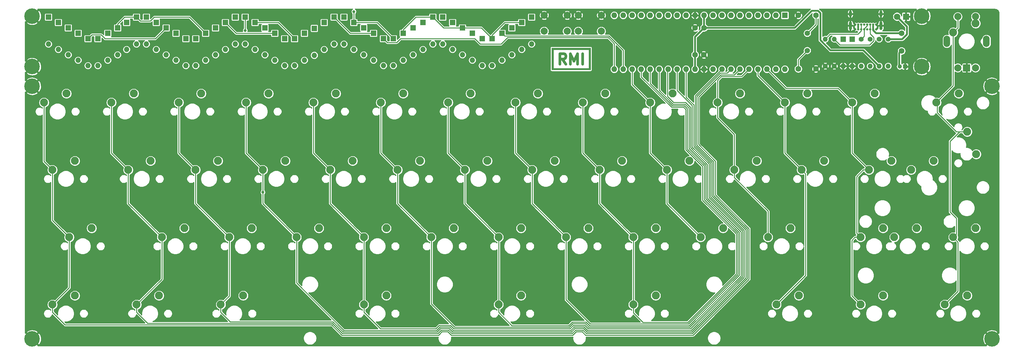
<source format=gtl>
G04 #@! TF.GenerationSoftware,KiCad,Pcbnew,(5.1.4)-1*
G04 #@! TF.CreationDate,2023-05-14T00:18:44+08:00*
G04 #@! TF.ProjectId,chevron,63686576-726f-46e2-9e6b-696361645f70,rev?*
G04 #@! TF.SameCoordinates,Original*
G04 #@! TF.FileFunction,Copper,L1,Top*
G04 #@! TF.FilePolarity,Positive*
%FSLAX46Y46*%
G04 Gerber Fmt 4.6, Leading zero omitted, Abs format (unit mm)*
G04 Created by KiCad (PCBNEW (5.1.4)-1) date 2023-05-14 00:18:44*
%MOMM*%
%LPD*%
G04 APERTURE LIST*
%ADD10C,0.750000*%
%ADD11C,0.100000*%
%ADD12C,0.650000*%
%ADD13O,0.900000X2.400000*%
%ADD14O,0.900000X1.700000*%
%ADD15C,2.250000*%
%ADD16O,1.600000X1.600000*%
%ADD17R,1.600000X1.600000*%
%ADD18O,1.500000X1.500000*%
%ADD19R,1.500000X1.500000*%
%ADD20C,1.200000*%
%ADD21R,1.200000X1.200000*%
%ADD22C,0.700000*%
%ADD23C,4.400000*%
%ADD24C,1.500000*%
%ADD25C,2.000000*%
%ADD26R,2.000000X2.000000*%
%ADD27O,1.890000X3.200000*%
%ADD28O,1.900000X3.200000*%
%ADD29O,1.400000X1.400000*%
%ADD30C,1.400000*%
%ADD31C,1.600000*%
%ADD32C,1.800000*%
%ADD33R,1.800000X1.800000*%
%ADD34C,0.800000*%
%ADD35C,0.250000*%
%ADD36C,0.500000*%
%ADD37C,0.254000*%
G04 APERTURE END LIST*
D10*
X143788000Y-6437142D02*
X142788000Y-5008571D01*
X142073714Y-6437142D02*
X142073714Y-3437142D01*
X143216571Y-3437142D01*
X143502285Y-3580000D01*
X143645142Y-3722857D01*
X143788000Y-4008571D01*
X143788000Y-4437142D01*
X143645142Y-4722857D01*
X143502285Y-4865714D01*
X143216571Y-5008571D01*
X142073714Y-5008571D01*
X145073714Y-6437142D02*
X145073714Y-3437142D01*
X146073714Y-5580000D01*
X147073714Y-3437142D01*
X147073714Y-6437142D01*
X148502285Y-6437142D02*
X148502285Y-3437142D01*
D11*
G36*
X140288000Y-7580000D02*
G01*
X139788000Y-7580000D01*
X139788000Y-2330000D01*
X140288000Y-2330000D01*
X140288000Y-7580000D01*
G37*
X140288000Y-7580000D02*
X139788000Y-7580000D01*
X139788000Y-2330000D01*
X140288000Y-2330000D01*
X140288000Y-7580000D01*
G36*
X150788000Y-7580000D02*
G01*
X150288000Y-7580000D01*
X150288000Y-2330000D01*
X150788000Y-2330000D01*
X150788000Y-7580000D01*
G37*
X150788000Y-7580000D02*
X150288000Y-7580000D01*
X150288000Y-2330000D01*
X150788000Y-2330000D01*
X150788000Y-7580000D01*
G36*
X150788000Y-2330000D02*
G01*
X139788000Y-2330000D01*
X139788000Y-1830000D01*
X150788000Y-1830000D01*
X150788000Y-2330000D01*
G37*
X150788000Y-2330000D02*
X139788000Y-2330000D01*
X139788000Y-1830000D01*
X150788000Y-1830000D01*
X150788000Y-2330000D01*
G36*
X150788000Y-8080000D02*
G01*
X139788000Y-8080000D01*
X139788000Y-7580000D01*
X150788000Y-7580000D01*
X150788000Y-8080000D01*
G37*
X150788000Y-8080000D02*
X139788000Y-8080000D01*
X139788000Y-7580000D01*
X150788000Y-7580000D01*
X150788000Y-8080000D01*
D12*
X229875000Y3425000D03*
X231575000Y3425000D03*
X230725000Y3425000D03*
X229025000Y3425000D03*
X228175000Y3425000D03*
X227325000Y3425000D03*
X226475000Y3425000D03*
X225625000Y3425000D03*
X231575000Y4750000D03*
X230720000Y4750000D03*
X229870000Y4750000D03*
X229020000Y4750000D03*
X228170000Y4750000D03*
X227320000Y4750000D03*
X226470000Y4750000D03*
X225620000Y4750000D03*
D13*
X232925000Y4405000D03*
X224275000Y4405000D03*
D14*
X232925000Y7785000D03*
X224275000Y7785000D03*
D15*
X-3810000Y-17303798D03*
X2540000Y-14763798D03*
X20002500Y-36353846D03*
X26352500Y-33813846D03*
X-1428750Y-36353750D03*
X4921250Y-33813750D03*
X3333750Y-55403750D03*
X9683750Y-52863750D03*
D16*
X205740000Y-7874000D03*
X157480000Y7366000D03*
X203200000Y-7874000D03*
X160020000Y7366000D03*
X200660000Y-7874000D03*
X162560000Y7366000D03*
X198120000Y-7874000D03*
X165100000Y7366000D03*
X195580000Y-7874000D03*
X167640000Y7366000D03*
X193040000Y-7874000D03*
X170180000Y7366000D03*
X190500000Y-7874000D03*
X172720000Y7366000D03*
X187960000Y-7874000D03*
X175260000Y7366000D03*
X185420000Y-7874000D03*
X177800000Y7366000D03*
X182880000Y-7874000D03*
X180340000Y7366000D03*
X180340000Y-7874000D03*
X182880000Y7366000D03*
X177800000Y-7874000D03*
X185420000Y7366000D03*
X175260000Y-7874000D03*
X187960000Y7366000D03*
X172720000Y-7874000D03*
X190500000Y7366000D03*
X170180000Y-7874000D03*
X193040000Y7366000D03*
X167640000Y-7874000D03*
X195580000Y7366000D03*
X165100000Y-7874000D03*
X198120000Y7366000D03*
X162560000Y-7874000D03*
X200660000Y7366000D03*
X160020000Y-7874000D03*
X203200000Y7366000D03*
X157480000Y-7874000D03*
D17*
X205740000Y7366000D03*
D15*
X52546250Y-71913750D03*
X46196250Y-74453750D03*
X54927632Y-52863894D03*
X48577632Y-55403894D03*
D18*
X55880000Y-2286000D03*
D19*
X55880000Y5334000D03*
D18*
X67056000Y-6858000D03*
D19*
X67056000Y762000D03*
D18*
X75438000Y-2286000D03*
D19*
X75438000Y5334000D03*
D18*
X81026000Y-762000D03*
D19*
X81026000Y6858000D03*
D18*
X92202000Y-6858000D03*
D19*
X92202000Y762000D03*
D18*
X8636000Y-6858000D03*
D19*
X8636000Y762000D03*
D18*
X30734000Y-3810000D03*
D19*
X30734000Y3810000D03*
D18*
X36322000Y-6858000D03*
D19*
X36322000Y762000D03*
D18*
X5842000Y-5334000D03*
D19*
X5842000Y2286000D03*
D18*
X53086000Y-762000D03*
D19*
X53086000Y6858000D03*
D18*
X64262000Y-6858000D03*
D19*
X64262000Y762000D03*
D18*
X78232000Y-762000D03*
D19*
X78232000Y6858000D03*
D18*
X100584000Y-3810000D03*
D19*
X100584000Y3810000D03*
D18*
X108966000Y-762000D03*
D19*
X108966000Y6858000D03*
D18*
X117348000Y-5334000D03*
D19*
X117348000Y2286000D03*
D18*
X125730000Y-5334000D03*
D19*
X125730000Y2286000D03*
D18*
X89408000Y-5334000D03*
D19*
X89408000Y2286000D03*
D18*
X11430000Y-6858000D03*
D19*
X11430000Y762000D03*
D18*
X14224000Y-5334000D03*
D19*
X14224000Y2286000D03*
D18*
X27940000Y-2286000D03*
D19*
X27940000Y5334000D03*
D18*
X33528000Y-5334000D03*
D19*
X33528000Y2286000D03*
D18*
X3048000Y-3810000D03*
D19*
X3048000Y3810000D03*
D18*
X134112000Y-762000D03*
D19*
X134112000Y6858000D03*
D18*
X61468000Y-5334000D03*
D19*
X61468000Y2286000D03*
D18*
X72644000Y-3937000D03*
D19*
X72644000Y3683000D03*
D18*
X97790000Y-5334000D03*
D19*
X97790000Y2286000D03*
D18*
X106172000Y-762000D03*
D19*
X106172000Y6858000D03*
D18*
X114554000Y-3810000D03*
D19*
X114554000Y3810000D03*
D18*
X122936000Y-6858000D03*
D19*
X122936000Y762000D03*
D18*
X131318000Y-2286000D03*
D19*
X131318000Y5334000D03*
D18*
X86614000Y-3810000D03*
D19*
X86614000Y3810000D03*
D18*
X17018000Y-3810000D03*
D19*
X17018000Y3810000D03*
D18*
X22352000Y-762000D03*
D19*
X22352000Y6858000D03*
D18*
X47498000Y-2286000D03*
D19*
X47498000Y5334000D03*
D18*
X41910000Y-5334000D03*
D19*
X41910000Y2286000D03*
D18*
X254000Y-2286000D03*
D19*
X254000Y5334000D03*
D18*
X50292000Y-762000D03*
D19*
X50292000Y6858000D03*
D18*
X58674000Y-3810000D03*
D19*
X58674000Y3810000D03*
D18*
X69850000Y-5334000D03*
D19*
X69850000Y2286000D03*
D18*
X94996000Y-6858000D03*
D19*
X94996000Y762000D03*
D18*
X103378000Y-2286000D03*
D19*
X103378000Y5334000D03*
D18*
X111760000Y-2286000D03*
D19*
X111760000Y5334000D03*
D18*
X120142000Y-6858000D03*
D19*
X120142000Y762000D03*
D18*
X128524000Y-3810000D03*
D19*
X128524000Y3810000D03*
D18*
X83820000Y-2286000D03*
D19*
X83820000Y5334000D03*
D18*
X19558000Y-2286000D03*
D19*
X19558000Y5334000D03*
X25146000Y6858000D03*
D18*
X25146000Y-762000D03*
D19*
X44704000Y3810000D03*
D18*
X44704000Y-3810000D03*
X39116000Y-6858000D03*
D19*
X39116000Y762000D03*
D18*
X-2540000Y-762000D03*
D19*
X-2540000Y6858000D03*
D20*
X238252000Y-7112000D03*
D21*
X239752000Y-7112000D03*
D22*
X265486142Y-82970986D03*
X264319416Y-82487712D03*
X263152690Y-82970986D03*
X262669416Y-84137712D03*
X263152690Y-85304438D03*
X264319416Y-85787712D03*
X265486142Y-85304438D03*
X265969416Y-84137712D03*
D23*
X264319416Y-84137712D03*
D22*
X265486142Y-11533306D03*
X264319416Y-11050032D03*
X263152690Y-11533306D03*
X262669416Y-12700032D03*
X263152690Y-13866758D03*
X264319416Y-14350032D03*
X265486142Y-13866758D03*
X265969416Y-12700032D03*
D23*
X264319416Y-12700032D03*
X-7143768Y-84137712D03*
D22*
X-5493768Y-84137712D03*
X-5977042Y-85304438D03*
X-7143768Y-85787712D03*
X-8310494Y-85304438D03*
X-8793768Y-84137712D03*
X-8310494Y-82970986D03*
X-7143768Y-82487712D03*
X-5977042Y-82970986D03*
D23*
X-7143768Y-12700032D03*
D22*
X-5493768Y-12700032D03*
X-5977042Y-13866758D03*
X-7143768Y-14350032D03*
X-8310494Y-13866758D03*
X-8793768Y-12700032D03*
X-8310494Y-11533306D03*
X-7143768Y-11050032D03*
X-5977042Y-11533306D03*
X245642344Y-5977044D03*
X244475618Y-5493770D03*
X243308892Y-5977044D03*
X242825618Y-7143770D03*
X243308892Y-8310496D03*
X244475618Y-8793770D03*
X245642344Y-8310496D03*
X246125618Y-7143770D03*
D23*
X244475618Y-7143770D03*
D22*
X245642344Y8310494D03*
X244475618Y8793768D03*
X243308892Y8310494D03*
X242825618Y7143768D03*
X243308892Y5977042D03*
X244475618Y5493768D03*
X245642344Y5977042D03*
X246125618Y7143768D03*
D23*
X244475618Y7143768D03*
X-7143768Y-7143770D03*
D22*
X-5493768Y-7143770D03*
X-5977042Y-8310496D03*
X-7143768Y-8793770D03*
X-8310494Y-8310496D03*
X-8793768Y-7143770D03*
X-8310494Y-5977044D03*
X-7143768Y-5493770D03*
X-5977042Y-5977044D03*
D23*
X-7143768Y7143768D03*
D22*
X-5493768Y7143768D03*
X-5977042Y5977042D03*
X-7143768Y5493768D03*
X-8310494Y5977042D03*
X-8793768Y7143768D03*
X-8310494Y8310494D03*
X-7143768Y8793768D03*
X-5977042Y8310494D03*
D24*
X212090000Y-2594000D03*
X212090000Y2286000D03*
D25*
X254675648Y-7500000D03*
D26*
X257175648Y-7500000D03*
D25*
X259675648Y-7500000D03*
D27*
X251575648Y0D03*
D28*
X262775648Y0D03*
D25*
X254675648Y7000000D03*
X259675648Y7000000D03*
X153820000Y7366000D03*
X153820000Y2866000D03*
X147320000Y7366000D03*
X147320000Y2866000D03*
X144168000Y7366000D03*
X144168000Y2866000D03*
X137668000Y7366000D03*
X137668000Y2866000D03*
D29*
X219710000Y635000D03*
D30*
X219710000Y-6985000D03*
D29*
X217170000Y635000D03*
D30*
X217170000Y-6985000D03*
D29*
X229870000Y-6985000D03*
D30*
X229870000Y635000D03*
D29*
X227330000Y-6985000D03*
D30*
X227330000Y635000D03*
D29*
X234950000Y-6985000D03*
D30*
X234950000Y635000D03*
D29*
X232410000Y-6985000D03*
D30*
X232410000Y635000D03*
D31*
X238760000Y2301240D03*
X238760000Y-2698760D03*
D18*
X224790000Y-6985000D03*
D19*
X224790000Y635000D03*
D18*
X222250000Y-6985000D03*
D19*
X222250000Y635000D03*
D32*
X237490000Y6985000D03*
D33*
X240030000Y6985000D03*
D31*
X180380000Y3810000D03*
X182880000Y3810000D03*
X182840000Y-3810000D03*
X180340000Y-3810000D03*
X214550000Y7366000D03*
X209550000Y7366000D03*
X209550000Y-7778760D03*
X214550000Y-7778760D03*
D15*
X257334392Y-71913944D03*
X250984392Y-74453944D03*
X233521832Y-71913944D03*
X227171832Y-74453944D03*
X209709272Y-71913944D03*
X203359272Y-74453944D03*
X169227920Y-71913944D03*
X162877920Y-74453944D03*
X131127824Y-71913944D03*
X124777824Y-74453944D03*
X93027728Y-71913944D03*
X86677728Y-74453944D03*
X28733750Y-71913944D03*
X22383750Y-74453944D03*
X4921250Y-71913944D03*
X-1428750Y-74453944D03*
X243046856Y-52863896D03*
X236696856Y-55403896D03*
X259715648Y-52863896D03*
X253365648Y-55403896D03*
X233521832Y-52863896D03*
X227171832Y-55403896D03*
X207328016Y-52863896D03*
X200978016Y-55403896D03*
X188277968Y-52863896D03*
X181927968Y-55403896D03*
X169227920Y-52863896D03*
X162877920Y-55403896D03*
X150177872Y-52863894D03*
X143827872Y-55403894D03*
X131127824Y-52863894D03*
X124777824Y-55403894D03*
X112077776Y-52863894D03*
X105727776Y-55403894D03*
X93027728Y-52863894D03*
X86677728Y-55403894D03*
X73977680Y-52863894D03*
X67627680Y-55403894D03*
X35877584Y-52863894D03*
X29527584Y-55403894D03*
X235903088Y-33813846D03*
X229553088Y-36353846D03*
X259715648Y5079998D03*
X253365648Y2539998D03*
X247809368Y-33813848D03*
X241459368Y-36353848D03*
X216853040Y-33813848D03*
X210503040Y-36353848D03*
X197802992Y-33813848D03*
X191452992Y-36353848D03*
X178752944Y-33813848D03*
X172402944Y-36353848D03*
X159702896Y-33813848D03*
X153352896Y-36353848D03*
X140652848Y-33813848D03*
X134302848Y-36353848D03*
X121602800Y-33813848D03*
X115252800Y-36353848D03*
X102552752Y-33813846D03*
X96202752Y-36353846D03*
X83502704Y-33813846D03*
X77152704Y-36353846D03*
X64452656Y-33813846D03*
X58102656Y-36353846D03*
X45402608Y-33813846D03*
X39052608Y-36353846D03*
X257334392Y-25558822D03*
X259874392Y-31908822D03*
X254953136Y-14763798D03*
X248603136Y-17303798D03*
X231140576Y-14763798D03*
X224790576Y-17303798D03*
X212090528Y-14763798D03*
X205740528Y-17303798D03*
X193040480Y-14763798D03*
X186690480Y-17303798D03*
X173990432Y-14763798D03*
X167640432Y-17303798D03*
X154940384Y-14763798D03*
X148590384Y-17303798D03*
X135890336Y-14763798D03*
X129540336Y-17303798D03*
X116840288Y-14763798D03*
X110490288Y-17303798D03*
X97790240Y-14763798D03*
X91440240Y-17303798D03*
X78740192Y-14763798D03*
X72390192Y-17303798D03*
X59690144Y-14763798D03*
X53340144Y-17303798D03*
X40640096Y-14763798D03*
X34290096Y-17303798D03*
X21590048Y-14763798D03*
X15240048Y-17303798D03*
D34*
X119062500Y-67468750D03*
X107156250Y-48418750D03*
X98425000Y-29368750D03*
X66675000Y-29368750D03*
X66675000Y-19843750D03*
X57150000Y-48418750D03*
X57150000Y-55562500D03*
X53086000Y3085000D03*
X58102656Y-42703594D03*
X83851154Y8413154D03*
D35*
X209550000Y-5134000D02*
X212090000Y-2594000D01*
X209550000Y-7778760D02*
X209550000Y-5134000D01*
X214550000Y7366000D02*
X214550000Y4746000D01*
X214550000Y4746000D02*
X212090000Y2286000D01*
D36*
X238125000Y-3333760D02*
X238760000Y-2698760D01*
X238125000Y-6985000D02*
X238125000Y-3333760D01*
X182880000Y7366000D02*
X182880000Y3810000D01*
X180340000Y-3810000D02*
X180340000Y-7874000D01*
X208534000Y3810000D02*
X182880000Y3810000D01*
X213340001Y8616001D02*
X208534000Y3810000D01*
X215150001Y8616001D02*
X213340001Y8616001D01*
X215800001Y7966001D02*
X215150001Y8616001D01*
X218642998Y-2540000D02*
X215800001Y302997D01*
X215800001Y302997D02*
X215800001Y7966001D01*
X227965000Y-2540000D02*
X218642998Y-2540000D01*
X232410000Y-6985000D02*
X227965000Y-2540000D01*
X180340000Y1270000D02*
X182880000Y3810000D01*
X180340000Y-3810000D02*
X180340000Y1270000D01*
X237490000Y6985000D02*
X240284000Y4191000D01*
X238943762Y635000D02*
X234950000Y635000D01*
X240284000Y1975238D02*
X238943762Y635000D01*
X240284000Y4191000D02*
X240284000Y1975238D01*
D35*
X228175576Y3537026D02*
X228175576Y3425024D01*
X229020576Y4382026D02*
X228175576Y3537026D01*
X229020576Y4750024D02*
X229020576Y4382026D01*
X228175576Y1480576D02*
X228175576Y3425024D01*
X227330000Y635000D02*
X228175576Y1480576D01*
D36*
X259675648Y5119998D02*
X259715648Y5079998D01*
X259675648Y7000000D02*
X259675648Y5119998D01*
X231552358Y2301240D02*
X235585000Y2301240D01*
X230725576Y3128022D02*
X231552358Y2301240D01*
X230725576Y3425024D02*
X230725576Y3128022D01*
X230725576Y4745024D02*
X230720576Y4750024D01*
X230725576Y3425024D02*
X230725576Y4745024D01*
X226470576Y3430024D02*
X226475576Y3425024D01*
X226470576Y4750024D02*
X226470576Y3430024D01*
X235585000Y2301240D02*
X238760000Y2301240D01*
D35*
X227320576Y3430024D02*
X227325576Y3425024D01*
X227320576Y4750024D02*
X227320576Y3430024D01*
X227325576Y2965405D02*
X226392171Y2032000D01*
X227325576Y3425024D02*
X227325576Y2965405D01*
X218567000Y2032000D02*
X217170000Y635000D01*
X226392171Y2032000D02*
X218567000Y2032000D01*
X229870576Y3430024D02*
X229875576Y3425024D01*
X229870576Y4750024D02*
X229870576Y3430024D01*
X221361000Y-1016000D02*
X219710000Y635000D01*
X229736002Y-1016000D02*
X221361000Y-1016000D01*
X230895001Y142999D02*
X229736002Y-1016000D01*
X230895001Y1127001D02*
X230895001Y142999D01*
X229875576Y2146426D02*
X230895001Y1127001D01*
X229875576Y3425024D02*
X229875576Y2146426D01*
X12386999Y1837001D02*
X13462000Y762000D01*
X13462000Y762000D02*
X27686000Y762000D01*
X9711001Y1837001D02*
X12386999Y1837001D01*
X27686000Y762000D02*
X30734000Y3810000D01*
X8636000Y762000D02*
X9711001Y1837001D01*
X62484000Y5334000D02*
X67056000Y762000D01*
X55880000Y5334000D02*
X62484000Y5334000D01*
X93277001Y-313001D02*
X95952999Y-313001D01*
X92202000Y762000D02*
X93277001Y-313001D01*
X95952999Y-313001D02*
X97028000Y762000D01*
X118056998Y762000D02*
X119580998Y-762000D01*
X97028000Y762000D02*
X118056998Y762000D01*
X119580998Y-762000D02*
X125476000Y-762000D01*
X125476000Y-762000D02*
X127311990Y1073990D01*
X127311990Y1073990D02*
X155769600Y1073990D01*
X157480000Y-636410D02*
X157480000Y-7874000D01*
X155769600Y1073990D02*
X157480000Y-636410D01*
X53086000Y3085000D02*
X53086000Y6858000D01*
X82804000Y2286000D02*
X78232000Y6858000D01*
X89408000Y2286000D02*
X82804000Y2286000D01*
X160356636Y-7874000D02*
X160020000Y-7874000D01*
X125730000Y2286000D02*
X126492000Y1524000D01*
X126492000Y1524000D02*
X155956000Y1524000D01*
X160020000Y-2540000D02*
X160020000Y-7874000D01*
X155956000Y1524000D02*
X160020000Y-2540000D01*
X167640432Y-31591336D02*
X172402944Y-36353848D01*
X167640432Y-17303798D02*
X167640432Y-31591336D01*
X172402944Y-45878872D02*
X181927968Y-55403896D01*
X172402944Y-36353848D02*
X172402944Y-45878872D01*
X162560000Y-12223366D02*
X162560000Y-9144000D01*
X162560000Y-9144000D02*
X162560000Y-7874000D01*
X167640432Y-17303798D02*
X162560000Y-12223366D01*
X162560000Y-9440954D02*
X162560000Y-9144000D01*
X148590384Y-31591336D02*
X153352896Y-36353848D01*
X148590384Y-17303798D02*
X148590384Y-31591336D01*
X153352896Y-45878872D02*
X162877920Y-55403896D01*
X153352896Y-36353848D02*
X153352896Y-45878872D01*
X162877920Y-55403896D02*
X162877920Y-74453944D01*
X162877920Y-76771920D02*
X162877920Y-74453944D01*
X165608000Y-79502000D02*
X162877920Y-76771920D01*
X178308000Y-79502000D02*
X165608000Y-79502000D01*
X192024000Y-54463926D02*
X192024000Y-65786000D01*
X182492945Y-44932871D02*
X192024000Y-54463926D01*
X182492945Y-35407847D02*
X182492945Y-44932871D01*
X177730433Y-30645335D02*
X182492945Y-35407847D01*
X192024000Y-65786000D02*
X178308000Y-79502000D01*
X177106433Y-18643797D02*
X177730433Y-19267797D01*
X177730433Y-19267797D02*
X177730433Y-30645335D01*
X173710797Y-18643797D02*
X177106433Y-18643797D01*
X165100000Y-10033000D02*
X173710797Y-18643797D01*
X165100000Y-7874000D02*
X165100000Y-10033000D01*
X129540336Y-31591336D02*
X134302848Y-36353848D01*
X129540336Y-17303798D02*
X129540336Y-31591336D01*
X134302848Y-45878870D02*
X143827872Y-55403894D01*
X134302848Y-36353848D02*
X134302848Y-45878870D01*
X143827872Y-55403894D02*
X143827872Y-68360870D01*
X192474009Y-54277525D02*
X182942955Y-44746471D01*
X192474010Y-65972400D02*
X192474009Y-54277525D01*
X178494401Y-79952009D02*
X192474010Y-65972400D01*
X155419012Y-79952010D02*
X178494401Y-79952009D01*
X182942955Y-36005045D02*
X182942954Y-35221446D01*
X182942955Y-44746471D02*
X182942955Y-36005045D01*
X182942954Y-35221446D02*
X178180443Y-30458935D01*
X155419012Y-79952010D02*
X150700874Y-79952010D01*
X143827872Y-73079008D02*
X150436432Y-79687568D01*
X143827872Y-68360870D02*
X143827872Y-73079008D01*
X150436432Y-79687568D02*
X149728743Y-78979879D01*
X150700874Y-79952010D02*
X150436432Y-79687568D01*
X178180443Y-30458935D02*
X178180443Y-19558557D01*
X178180443Y-19558557D02*
X178180443Y-19177000D01*
X177292833Y-18193787D02*
X178180442Y-19081396D01*
X173897197Y-18193787D02*
X177292833Y-18193787D01*
X167640000Y-11936590D02*
X173897197Y-18193787D01*
X178180442Y-19081396D02*
X178180443Y-19558557D01*
X167640000Y-7874000D02*
X167640000Y-11936590D01*
X110490288Y-31591336D02*
X115252800Y-36353848D01*
X110490288Y-17303798D02*
X110490288Y-31591336D01*
X115252800Y-45878870D02*
X124777824Y-55403894D01*
X115252800Y-36353848D02*
X115252800Y-45878870D01*
X124777824Y-55403894D02*
X124777824Y-74453944D01*
X177479233Y-17743777D02*
X174083597Y-17743777D01*
X178630453Y-18894997D02*
X177479233Y-17743777D01*
X178630453Y-30272535D02*
X178630453Y-18894997D01*
X183392963Y-35035045D02*
X178630453Y-30272535D01*
X124777824Y-74453944D02*
X124777824Y-76615918D01*
X183392965Y-44560071D02*
X183392965Y-35818645D01*
X183392965Y-35818645D02*
X183392963Y-35818643D01*
X124777824Y-76615918D02*
X128563926Y-80402018D01*
X192924018Y-54091124D02*
X183392965Y-44560071D01*
X128563926Y-80402018D02*
X144633525Y-80402018D01*
X144633525Y-80402018D02*
X145605656Y-79429889D01*
X145605656Y-79429889D02*
X149542342Y-79429888D01*
X150514473Y-80402019D02*
X178680802Y-80402018D01*
X178680802Y-80402018D02*
X192924019Y-66158799D01*
X192924019Y-66158799D02*
X192924018Y-54091124D01*
X149542342Y-79429888D02*
X150514473Y-80402019D01*
X183392963Y-35818643D02*
X183392963Y-35035045D01*
X170180000Y-13840180D02*
X173419910Y-17080090D01*
X170180000Y-7874000D02*
X170180000Y-13840180D01*
X174083597Y-17743777D02*
X173419910Y-17080090D01*
X53340144Y-31591334D02*
X58102656Y-36353846D01*
X53340144Y-17303798D02*
X53340144Y-31591334D01*
X58102656Y-45878870D02*
X67627680Y-55403894D01*
X58102656Y-36353846D02*
X58102656Y-42703594D01*
X58102656Y-42703594D02*
X58102656Y-45878870D01*
X81018856Y-81752046D02*
X67627680Y-68360870D01*
X107219727Y-81752046D02*
X81018856Y-81752046D01*
X108191857Y-80779916D02*
X107219727Y-81752046D01*
X110984449Y-80779915D02*
X108191857Y-80779916D01*
X111956582Y-81752046D02*
X110984449Y-80779915D01*
X177800000Y-7874000D02*
X177800000Y-15790954D01*
X177800000Y-15790954D02*
X179980482Y-17971436D01*
X179240005Y-81752045D02*
X149955276Y-81752046D01*
X149955276Y-81752046D02*
X148983143Y-80779915D01*
X179980482Y-17971436D02*
X179980483Y-29713335D01*
X184742993Y-44000869D02*
X194274045Y-53531921D01*
X179980483Y-29713335D02*
X184742993Y-34475845D01*
X146164854Y-80779916D02*
X145192724Y-81752046D01*
X194274045Y-53531921D02*
X194274046Y-66717996D01*
X67627680Y-68360870D02*
X67627680Y-55403894D01*
X194274046Y-66717996D02*
X179240005Y-81752045D01*
X148983143Y-80779915D02*
X146164854Y-80779916D01*
X184742993Y-34475845D02*
X184742993Y-44000869D01*
X145192724Y-81752046D02*
X111956582Y-81752046D01*
X72390192Y-31591334D02*
X77152704Y-36353846D01*
X72390192Y-17303798D02*
X72390192Y-31591334D01*
X77152704Y-45878870D02*
X86677728Y-55403894D01*
X77152704Y-36353846D02*
X77152704Y-45878870D01*
X86677728Y-55403894D02*
X86677728Y-74453944D01*
X184292984Y-34662246D02*
X179530473Y-29899735D01*
X193824036Y-53718322D02*
X184292985Y-44187271D01*
X184292985Y-44187271D02*
X184292984Y-34662246D01*
X145006323Y-81302037D02*
X145978455Y-80329907D01*
X145978455Y-80329907D02*
X149169543Y-80329906D01*
X91363848Y-81302036D02*
X107033327Y-81302036D01*
X111170851Y-80329907D02*
X112142981Y-81302037D01*
X179053604Y-81302036D02*
X193824037Y-66531597D01*
X107033327Y-81302036D02*
X108005458Y-80329907D01*
X86677728Y-74453944D02*
X86677728Y-76615918D01*
X108005458Y-80329907D02*
X111170851Y-80329907D01*
X112142981Y-81302037D02*
X145006323Y-81302037D01*
X86677728Y-76615918D02*
X91363848Y-81302036D01*
X149169543Y-80329906D02*
X150141674Y-81302037D01*
X150141674Y-81302037D02*
X179053604Y-81302036D01*
X193824037Y-66531597D02*
X193824036Y-53718322D01*
X179530473Y-29899735D02*
X179530473Y-19510473D01*
X179530473Y-19510473D02*
X179530473Y-18157837D01*
X175260000Y-13887364D02*
X175260000Y-12192000D01*
X179530471Y-18157835D02*
X175260000Y-13887364D01*
X179530471Y-19256471D02*
X179530471Y-18157835D01*
X179530473Y-19256473D02*
X179530471Y-19256471D01*
X179530473Y-19510473D02*
X179530473Y-19256473D01*
X175260000Y-12192000D02*
X175260000Y-7874000D01*
X175260000Y-12614544D02*
X175260000Y-12192000D01*
X91440240Y-31591334D02*
X96202752Y-36353846D01*
X91440240Y-17303798D02*
X91440240Y-31591334D01*
X96202752Y-45878870D02*
X105727776Y-55403894D01*
X96202752Y-36353846D02*
X96202752Y-45878870D01*
X172540431Y-8053569D02*
X172720000Y-7874000D01*
X172540431Y-15564201D02*
X172540431Y-8053569D01*
X179080462Y-18708596D02*
X177643866Y-17272000D01*
X105727776Y-55403894D02*
X105727776Y-74250422D01*
X105727776Y-74250422D02*
X112329382Y-80852028D01*
X150328075Y-80852028D02*
X178867203Y-80852027D01*
X183842975Y-44373671D02*
X183842975Y-34848647D01*
X112329382Y-80852028D02*
X144819925Y-80852028D01*
X144819925Y-80852028D02*
X145792055Y-79879898D01*
X149355942Y-79879897D02*
X150328075Y-80852028D01*
X178867203Y-80852027D02*
X193374028Y-66345198D01*
X193374028Y-66345198D02*
X193374027Y-53904723D01*
X174248230Y-17272000D02*
X172540431Y-15564201D01*
X179080463Y-30086135D02*
X179080462Y-18708596D01*
X145792055Y-79879898D02*
X149355942Y-79879897D01*
X193374027Y-53904723D02*
X183842975Y-44373671D01*
X177643866Y-17272000D02*
X174248230Y-17272000D01*
X183842975Y-34848647D02*
X179080463Y-30086135D01*
X34290096Y-31591334D02*
X39052608Y-36353846D01*
X34290096Y-17303798D02*
X34290096Y-31591334D01*
X39052608Y-45878870D02*
X48577632Y-55403894D01*
X39052608Y-36353846D02*
X39052608Y-45878870D01*
X48577632Y-72072688D02*
X46196376Y-74453944D01*
X48577632Y-55403894D02*
X48577632Y-72072688D01*
X180430491Y-15403509D02*
X187960000Y-7874000D01*
X180430491Y-18124491D02*
X180430491Y-15403509D01*
X185193002Y-34289444D02*
X180430493Y-29526935D01*
X185193003Y-43814469D02*
X185193002Y-34289444D01*
X194724054Y-53345520D02*
X185193003Y-43814469D01*
X180430493Y-29526935D02*
X180430493Y-18124493D01*
X194724055Y-66904395D02*
X194724054Y-53345520D01*
X179426406Y-82202054D02*
X194724055Y-66904395D01*
X180430493Y-18124493D02*
X180430491Y-18124491D01*
X77943245Y-79312845D02*
X80832457Y-82202055D01*
X80832457Y-82202055D02*
X107406125Y-82202055D01*
X48893303Y-79312845D02*
X77943245Y-79312845D01*
X107406125Y-82202055D02*
X108378257Y-81229925D01*
X46196376Y-76615918D02*
X48893303Y-79312845D01*
X108378257Y-81229925D02*
X110798050Y-81229924D01*
X110798050Y-81229924D02*
X111770181Y-82202055D01*
X111770181Y-82202055D02*
X145379125Y-82202055D01*
X148796744Y-81229924D02*
X149768875Y-82202055D01*
X46196376Y-74453944D02*
X46196376Y-76615918D01*
X145379125Y-82202055D02*
X146351255Y-81229925D01*
X149768875Y-82202055D02*
X179426406Y-82202054D01*
X146351255Y-81229925D02*
X148796744Y-81229924D01*
X205740528Y-31591336D02*
X210503040Y-36353848D01*
X205740528Y-17303798D02*
X205740528Y-31591336D01*
X211628039Y-66185177D02*
X203359272Y-74453944D01*
X211628039Y-37478847D02*
X211628039Y-66185177D01*
X210503040Y-36353848D02*
X211628039Y-37478847D01*
X198120000Y-9683270D02*
X205740528Y-17303798D01*
X198120000Y-7874000D02*
X198120000Y-9683270D01*
X200978016Y-48040846D02*
X200978016Y-55403896D01*
X191452992Y-38515822D02*
X200978016Y-48040846D01*
X191452992Y-36353848D02*
X191452992Y-38515822D01*
X186690480Y-17303798D02*
X186690480Y-21590480D01*
X191452992Y-26352992D02*
X191452992Y-36353848D01*
X186690480Y-21590480D02*
X191452992Y-26352992D01*
X186690480Y-17303798D02*
X186690480Y-11052750D01*
X186690480Y-11052750D02*
X187844209Y-9899021D01*
X193554979Y-9899021D02*
X195580000Y-7874000D01*
X187844209Y-9899021D02*
X193554979Y-9899021D01*
X106000927Y-83102073D02*
X107778927Y-83102073D01*
X105746927Y-83102073D02*
X107778927Y-83102073D01*
X108267500Y-82613500D02*
X108585000Y-82296000D01*
X105746927Y-83102073D02*
X106000927Y-83102073D01*
X108013500Y-82867500D02*
X108267500Y-82613500D01*
X107778927Y-83102073D02*
X108013500Y-82867500D01*
X186093020Y-33916642D02*
X181330513Y-29154135D01*
X108751057Y-82129943D02*
X110425249Y-82129943D01*
X110425249Y-82129943D02*
X111397379Y-83102073D01*
X111397379Y-83102073D02*
X145751927Y-83102073D01*
X145751927Y-83102073D02*
X146724057Y-82129943D01*
X108013500Y-82867500D02*
X108751057Y-82129943D01*
X146724057Y-82129943D02*
X148423943Y-82129943D01*
X186093021Y-43441667D02*
X186093020Y-33916642D01*
X148423943Y-82129943D02*
X149396074Y-83102072D01*
X154114211Y-83102073D02*
X179799208Y-83102071D01*
X195624073Y-67277193D02*
X195624072Y-52972718D01*
X149396074Y-83102072D02*
X154114211Y-83102073D01*
X179799208Y-83102071D02*
X195624073Y-67277193D01*
X195624072Y-52972718D02*
X186093021Y-43441667D01*
X181330513Y-17246513D02*
X181330510Y-17246510D01*
X181330513Y-29154135D02*
X181330513Y-17246513D01*
X181330510Y-17246510D02*
X181330510Y-15776310D01*
X181330510Y-15776310D02*
X187657809Y-9449011D01*
X191464989Y-9449011D02*
X193040000Y-7874000D01*
X187657809Y-9449011D02*
X191464989Y-9449011D01*
X-3810000Y-33972590D02*
X-3810000Y-17303798D01*
X-1428744Y-36353846D02*
X-3810000Y-33972590D01*
X-1428744Y-50641382D02*
X-1428744Y-36353846D01*
X3333768Y-55403894D02*
X-1428744Y-50641382D01*
X3333768Y-69691432D02*
X3333768Y-55403894D01*
X80459656Y-83102074D02*
X77570447Y-80212865D01*
X77570447Y-80212865D02*
X2168203Y-80212865D01*
X2168203Y-80212865D02*
X-1428744Y-76615918D01*
X-1428744Y-76615918D02*
X-1428744Y-74453944D01*
X105746927Y-83102073D02*
X80459656Y-83102074D01*
X-1428744Y-74453944D02*
X3333768Y-69691432D01*
X15240048Y-31591334D02*
X20002560Y-36353846D01*
X15240048Y-17303798D02*
X15240048Y-31591334D01*
X20002560Y-45878870D02*
X29527584Y-55403894D01*
X20002560Y-36353846D02*
X20002560Y-45878870D01*
X29527584Y-67310176D02*
X22383816Y-74453944D01*
X29527584Y-55403894D02*
X29527584Y-67310176D01*
X180880501Y-17812501D02*
X180880500Y-17598634D01*
X180880503Y-29340535D02*
X180880503Y-17812503D01*
X185643011Y-34103043D02*
X180880503Y-29340535D01*
X185643011Y-43628067D02*
X185643011Y-34103043D01*
X195174064Y-67090794D02*
X195174063Y-53159119D01*
X179612807Y-82652063D02*
X195174064Y-67090794D01*
X149582474Y-82652064D02*
X179612807Y-82652063D01*
X180880503Y-17812503D02*
X180880501Y-17812501D01*
X146537656Y-81679934D02*
X148610343Y-81679933D01*
X22383816Y-74453944D02*
X22383816Y-76615918D01*
X25530753Y-79762855D02*
X77756846Y-79762855D01*
X80646057Y-82652065D02*
X101321065Y-82652065D01*
X148610343Y-81679933D02*
X149582474Y-82652064D01*
X77756846Y-79762855D02*
X80646057Y-82652065D01*
X22383816Y-76615918D02*
X25530753Y-79762855D01*
X101321065Y-82652065D02*
X101321067Y-82652063D01*
X145565527Y-82652063D02*
X146537656Y-81679934D01*
X101321067Y-82652063D02*
X107592527Y-82652063D01*
X107592527Y-82652063D02*
X108564656Y-81679934D01*
X108564656Y-81679934D02*
X110611649Y-81679933D01*
X111583781Y-82652065D02*
X139929065Y-82652065D01*
X195174063Y-53159119D02*
X185643011Y-43628067D01*
X139929065Y-82652065D02*
X139929067Y-82652063D01*
X110611649Y-81679933D02*
X111583781Y-82652065D01*
X139929067Y-82652063D02*
X145565527Y-82652063D01*
X180880500Y-17598634D02*
X180880500Y-15589910D01*
X189374999Y-8999001D02*
X190500000Y-7874000D01*
X187471409Y-8999001D02*
X189374999Y-8999001D01*
X180880500Y-15589910D02*
X187471409Y-8999001D01*
X83851154Y5365154D02*
X83820000Y5334000D01*
X83851154Y8413154D02*
X83851154Y5365154D01*
X90424000Y5334000D02*
X94996000Y762000D01*
X83820000Y5334000D02*
X90424000Y5334000D01*
X18996998Y6858000D02*
X22352000Y6858000D01*
X17018000Y4879002D02*
X18996998Y6858000D01*
X17018000Y3810000D02*
X17018000Y4879002D01*
X26303997Y5782999D02*
X27378998Y6858000D01*
X23427001Y5782999D02*
X26303997Y5782999D01*
X22352000Y6858000D02*
X23427001Y5782999D01*
X37338000Y6858000D02*
X41910000Y2286000D01*
X27378998Y6858000D02*
X37338000Y6858000D01*
X101362000Y6858000D02*
X106172000Y6858000D01*
X97790000Y3286000D02*
X101362000Y6858000D01*
X97790000Y2286000D02*
X97790000Y3286000D01*
X109220000Y3810000D02*
X114554000Y3810000D01*
X106172000Y6858000D02*
X109220000Y3810000D01*
X119888000Y3810000D02*
X122936000Y762000D01*
X114554000Y3810000D02*
X119888000Y3810000D01*
X126508000Y5334000D02*
X131318000Y5334000D01*
X122936000Y1762000D02*
X126508000Y5334000D01*
X122936000Y762000D02*
X122936000Y1762000D01*
X50546000Y2286000D02*
X61468000Y2286000D01*
X47498000Y5334000D02*
X50546000Y2286000D01*
X224790576Y-31591334D02*
X229553088Y-36353846D01*
X224790576Y-17303798D02*
X224790576Y-31591334D01*
X226046833Y-54278897D02*
X227171832Y-55403896D01*
X226046833Y-38269111D02*
X226046833Y-54278897D01*
X227962098Y-36353846D02*
X226046833Y-38269111D01*
X229553088Y-36353846D02*
X227962098Y-36353846D01*
X224701831Y-71983943D02*
X227171832Y-74453944D01*
X224701831Y-56282907D02*
X224701831Y-71983943D01*
X225580842Y-55403896D02*
X224701831Y-56282907D01*
X227171832Y-55403896D02*
X225580842Y-55403896D01*
X200660000Y-7874000D02*
X206099797Y-13313797D01*
X220800575Y-13313797D02*
X224790576Y-17303798D01*
X206099797Y-13313797D02*
X220800575Y-13313797D01*
X254262107Y-54507437D02*
X253365648Y-55403896D01*
X252475491Y-48284759D02*
X254262107Y-50071375D01*
X252475491Y-28255749D02*
X252475491Y-48284759D01*
X255172418Y-25558822D02*
X252475491Y-28255749D01*
X254262107Y-50071375D02*
X254262107Y-54507437D01*
X257334392Y-25558822D02*
X255172418Y-25558822D01*
X254732007Y-70706329D02*
X250984392Y-74453944D01*
X254732007Y-56770255D02*
X254732007Y-70706329D01*
X253365648Y-55403896D02*
X254732007Y-56770255D01*
X254675648Y3849998D02*
X253365648Y2539998D01*
X254675648Y7000000D02*
X254675648Y3849998D01*
X254288390Y-25558822D02*
X257334392Y-25558822D01*
X248858293Y-20128725D02*
X254288390Y-25558822D01*
X253350647Y-12556287D02*
X248858293Y-17048641D01*
X253350647Y2524997D02*
X253350647Y-12556287D01*
X248858293Y-17048641D02*
X248858293Y-20128725D01*
X253365648Y2539998D02*
X253350647Y2524997D01*
D37*
G36*
X83481212Y9105267D02*
G01*
X83353295Y9019796D01*
X83244512Y8911013D01*
X83159041Y8783096D01*
X83100167Y8640963D01*
X83070154Y8490076D01*
X83070154Y8336232D01*
X83100167Y8185345D01*
X83159041Y8043212D01*
X83244512Y7915295D01*
X83345154Y7814653D01*
X83345155Y6466843D01*
X83070000Y6466843D01*
X82995311Y6459487D01*
X82923492Y6437701D01*
X82857304Y6402322D01*
X82799289Y6354711D01*
X82751678Y6296696D01*
X82716299Y6230508D01*
X82694513Y6158689D01*
X82687157Y6084000D01*
X82687157Y4584000D01*
X82694513Y4509311D01*
X82716299Y4437492D01*
X82751678Y4371304D01*
X82799289Y4313289D01*
X82857304Y4265678D01*
X82923492Y4230299D01*
X82995311Y4208513D01*
X83070000Y4201157D01*
X84570000Y4201157D01*
X84644689Y4208513D01*
X84716508Y4230299D01*
X84782696Y4265678D01*
X84840711Y4313289D01*
X84888322Y4371304D01*
X84923701Y4437492D01*
X84945487Y4509311D01*
X84952843Y4584000D01*
X84952843Y4828000D01*
X85591064Y4828000D01*
X85545678Y4772696D01*
X85510299Y4706508D01*
X85488513Y4634689D01*
X85481157Y4560000D01*
X85481157Y3060000D01*
X85488513Y2985311D01*
X85510299Y2913492D01*
X85545678Y2847304D01*
X85591064Y2792000D01*
X83013592Y2792000D01*
X79364843Y6440748D01*
X79364843Y7608000D01*
X79893157Y7608000D01*
X79893157Y6108000D01*
X79900513Y6033311D01*
X79922299Y5961492D01*
X79957678Y5895304D01*
X80005289Y5837289D01*
X80063304Y5789678D01*
X80129492Y5754299D01*
X80201311Y5732513D01*
X80276000Y5725157D01*
X81776000Y5725157D01*
X81850689Y5732513D01*
X81922508Y5754299D01*
X81988696Y5789678D01*
X82046711Y5837289D01*
X82094322Y5895304D01*
X82129701Y5961492D01*
X82151487Y6033311D01*
X82158843Y6108000D01*
X82158843Y7608000D01*
X82151487Y7682689D01*
X82129701Y7754508D01*
X82094322Y7820696D01*
X82046711Y7878711D01*
X81988696Y7926322D01*
X81922508Y7961701D01*
X81850689Y7983487D01*
X81776000Y7990843D01*
X80276000Y7990843D01*
X80201311Y7983487D01*
X80129492Y7961701D01*
X80063304Y7926322D01*
X80005289Y7878711D01*
X79957678Y7820696D01*
X79922299Y7754508D01*
X79900513Y7682689D01*
X79893157Y7608000D01*
X79364843Y7608000D01*
X79357487Y7682689D01*
X79335701Y7754508D01*
X79300322Y7820696D01*
X79252711Y7878711D01*
X79194696Y7926322D01*
X79128508Y7961701D01*
X79056689Y7983487D01*
X78982000Y7990843D01*
X77482000Y7990843D01*
X77407311Y7983487D01*
X77335492Y7961701D01*
X77269304Y7926322D01*
X77211289Y7878711D01*
X77163678Y7820696D01*
X77128299Y7754508D01*
X77106513Y7682689D01*
X77099157Y7608000D01*
X77099157Y6108000D01*
X77106513Y6033311D01*
X77128299Y5961492D01*
X77163678Y5895304D01*
X77211289Y5837289D01*
X77269304Y5789678D01*
X77335492Y5754299D01*
X77407311Y5732513D01*
X77482000Y5725157D01*
X78649252Y5725157D01*
X82428628Y1945780D01*
X82444473Y1926473D01*
X82521521Y1863241D01*
X82609425Y1816255D01*
X82672256Y1797196D01*
X82704806Y1787322D01*
X82714694Y1786348D01*
X82779146Y1780000D01*
X82779153Y1780000D01*
X82803999Y1777553D01*
X82828845Y1780000D01*
X88275157Y1780000D01*
X88275157Y1536000D01*
X88282513Y1461311D01*
X88304299Y1389492D01*
X88339678Y1323304D01*
X88387289Y1265289D01*
X88445304Y1217678D01*
X88511492Y1182299D01*
X88583311Y1160513D01*
X88658000Y1153157D01*
X90158000Y1153157D01*
X90232689Y1160513D01*
X90304508Y1182299D01*
X90370696Y1217678D01*
X90428711Y1265289D01*
X90476322Y1323304D01*
X90511701Y1389492D01*
X90533487Y1461311D01*
X90540843Y1536000D01*
X90540843Y3036000D01*
X90533487Y3110689D01*
X90511701Y3182508D01*
X90476322Y3248696D01*
X90428711Y3306711D01*
X90370696Y3354322D01*
X90304508Y3389701D01*
X90232689Y3411487D01*
X90158000Y3418843D01*
X88658000Y3418843D01*
X88583311Y3411487D01*
X88511492Y3389701D01*
X88445304Y3354322D01*
X88387289Y3306711D01*
X88339678Y3248696D01*
X88304299Y3182508D01*
X88282513Y3110689D01*
X88275157Y3036000D01*
X88275157Y2792000D01*
X87636936Y2792000D01*
X87682322Y2847304D01*
X87717701Y2913492D01*
X87739487Y2985311D01*
X87746843Y3060000D01*
X87746843Y4560000D01*
X87739487Y4634689D01*
X87717701Y4706508D01*
X87682322Y4772696D01*
X87636936Y4828000D01*
X90214409Y4828000D01*
X93863157Y1179251D01*
X93863157Y192999D01*
X93486593Y192999D01*
X93334843Y344749D01*
X93334843Y1512000D01*
X93327487Y1586689D01*
X93305701Y1658508D01*
X93270322Y1724696D01*
X93222711Y1782711D01*
X93164696Y1830322D01*
X93098508Y1865701D01*
X93026689Y1887487D01*
X92952000Y1894843D01*
X91452000Y1894843D01*
X91377311Y1887487D01*
X91305492Y1865701D01*
X91239304Y1830322D01*
X91181289Y1782711D01*
X91133678Y1724696D01*
X91098299Y1658508D01*
X91076513Y1586689D01*
X91069157Y1512000D01*
X91069157Y12000D01*
X91076513Y-62689D01*
X91098299Y-134508D01*
X91133678Y-200696D01*
X91181289Y-258711D01*
X91239304Y-306322D01*
X91305492Y-341701D01*
X91377311Y-363487D01*
X91452000Y-370843D01*
X92619251Y-370843D01*
X92901629Y-653221D01*
X92917474Y-672528D01*
X92994522Y-735760D01*
X93082426Y-782746D01*
X93177808Y-811679D01*
X93252147Y-819001D01*
X93252155Y-819001D01*
X93277001Y-821448D01*
X93301847Y-819001D01*
X95928153Y-819001D01*
X95952999Y-821448D01*
X95977845Y-819001D01*
X95977853Y-819001D01*
X96052192Y-811679D01*
X96147574Y-782746D01*
X96235478Y-735760D01*
X96312526Y-672528D01*
X96328375Y-653216D01*
X97237592Y256000D01*
X105677292Y256000D01*
X105540610Y182942D01*
X105368393Y41607D01*
X105227058Y-130610D01*
X105122037Y-327091D01*
X105057365Y-540285D01*
X105035528Y-762000D01*
X105057365Y-983715D01*
X105122037Y-1196909D01*
X105227058Y-1393390D01*
X105368393Y-1565607D01*
X105540610Y-1706942D01*
X105737091Y-1811963D01*
X105950285Y-1876635D01*
X106116442Y-1893000D01*
X106227558Y-1893000D01*
X106393715Y-1876635D01*
X106606909Y-1811963D01*
X106803390Y-1706942D01*
X106975607Y-1565607D01*
X107116942Y-1393390D01*
X107221963Y-1196909D01*
X107286635Y-983715D01*
X107308472Y-762000D01*
X107286635Y-540285D01*
X107221963Y-327091D01*
X107116942Y-130610D01*
X106975607Y41607D01*
X106803390Y182942D01*
X106666708Y256000D01*
X108471292Y256000D01*
X108334610Y182942D01*
X108162393Y41607D01*
X108021058Y-130610D01*
X107916037Y-327091D01*
X107851365Y-540285D01*
X107829528Y-762000D01*
X107851365Y-983715D01*
X107916037Y-1196909D01*
X108021058Y-1393390D01*
X108162393Y-1565607D01*
X108334610Y-1706942D01*
X108531091Y-1811963D01*
X108744285Y-1876635D01*
X108910442Y-1893000D01*
X109021558Y-1893000D01*
X109187715Y-1876635D01*
X109400909Y-1811963D01*
X109597390Y-1706942D01*
X109769607Y-1565607D01*
X109910942Y-1393390D01*
X110015963Y-1196909D01*
X110080635Y-983715D01*
X110102472Y-762000D01*
X110080635Y-540285D01*
X110015963Y-327091D01*
X109910942Y-130610D01*
X109769607Y41607D01*
X109597390Y182942D01*
X109460708Y256000D01*
X117847407Y256000D01*
X119205626Y-1102220D01*
X119221471Y-1121527D01*
X119298519Y-1184759D01*
X119386423Y-1231745D01*
X119459605Y-1253944D01*
X119481804Y-1260678D01*
X119491692Y-1261652D01*
X119556144Y-1268000D01*
X119556151Y-1268000D01*
X119580997Y-1270447D01*
X119605843Y-1268000D01*
X125451154Y-1268000D01*
X125476000Y-1270447D01*
X125500846Y-1268000D01*
X125500854Y-1268000D01*
X125575193Y-1260678D01*
X125670575Y-1231745D01*
X125758479Y-1184759D01*
X125835527Y-1121527D01*
X125851376Y-1102215D01*
X126191591Y-762000D01*
X132975528Y-762000D01*
X132997365Y-983715D01*
X133062037Y-1196909D01*
X133167058Y-1393390D01*
X133308393Y-1565607D01*
X133480610Y-1706942D01*
X133677091Y-1811963D01*
X133890285Y-1876635D01*
X134056442Y-1893000D01*
X134167558Y-1893000D01*
X134333715Y-1876635D01*
X134487449Y-1830000D01*
X139357000Y-1830000D01*
X139357000Y-8080000D01*
X139360962Y-8120412D01*
X139364634Y-8160761D01*
X139365060Y-8162210D01*
X139365208Y-8163715D01*
X139376936Y-8202558D01*
X139388384Y-8241455D01*
X139389084Y-8242794D01*
X139389521Y-8244241D01*
X139408572Y-8280071D01*
X139427355Y-8316000D01*
X139428301Y-8317176D01*
X139429011Y-8318512D01*
X139454637Y-8349933D01*
X139480062Y-8381555D01*
X139481222Y-8382528D01*
X139482175Y-8383697D01*
X139513375Y-8409508D01*
X139544499Y-8435624D01*
X139545825Y-8436353D01*
X139546988Y-8437315D01*
X139582651Y-8456598D01*
X139618211Y-8476147D01*
X139619651Y-8476604D01*
X139620981Y-8477323D01*
X139659727Y-8489317D01*
X139698390Y-8501582D01*
X139699893Y-8501751D01*
X139701335Y-8502197D01*
X139741619Y-8506431D01*
X139781982Y-8510958D01*
X139784889Y-8510978D01*
X139784991Y-8510989D01*
X139785093Y-8510980D01*
X139788000Y-8511000D01*
X150788000Y-8511000D01*
X150828412Y-8507038D01*
X150868761Y-8503366D01*
X150870210Y-8502940D01*
X150871715Y-8502792D01*
X150910558Y-8491064D01*
X150949455Y-8479616D01*
X150950794Y-8478916D01*
X150952241Y-8478479D01*
X150988071Y-8459428D01*
X151024000Y-8440645D01*
X151025176Y-8439699D01*
X151026512Y-8438989D01*
X151057933Y-8413363D01*
X151089555Y-8387938D01*
X151090528Y-8386778D01*
X151091697Y-8385825D01*
X151117508Y-8354625D01*
X151143624Y-8323501D01*
X151144353Y-8322175D01*
X151145315Y-8321012D01*
X151164598Y-8285349D01*
X151184147Y-8249789D01*
X151184604Y-8248349D01*
X151185323Y-8247019D01*
X151197317Y-8208273D01*
X151209582Y-8169610D01*
X151209751Y-8168107D01*
X151210197Y-8166665D01*
X151214431Y-8126381D01*
X151218958Y-8086018D01*
X151218978Y-8083111D01*
X151218989Y-8083009D01*
X151218980Y-8082907D01*
X151219000Y-8080000D01*
X151219000Y-1830000D01*
X151215038Y-1789588D01*
X151211366Y-1749239D01*
X151210940Y-1747790D01*
X151210792Y-1746285D01*
X151199064Y-1707442D01*
X151187616Y-1668545D01*
X151186916Y-1667206D01*
X151186479Y-1665759D01*
X151167428Y-1629929D01*
X151148645Y-1594000D01*
X151147699Y-1592824D01*
X151146989Y-1591488D01*
X151121363Y-1560067D01*
X151095938Y-1528445D01*
X151094778Y-1527472D01*
X151093825Y-1526303D01*
X151062625Y-1500492D01*
X151031501Y-1474376D01*
X151030175Y-1473647D01*
X151029012Y-1472685D01*
X150993349Y-1453402D01*
X150957789Y-1433853D01*
X150956349Y-1433396D01*
X150955019Y-1432677D01*
X150916273Y-1420683D01*
X150877610Y-1408418D01*
X150876107Y-1408249D01*
X150874665Y-1407803D01*
X150834381Y-1403569D01*
X150794018Y-1399042D01*
X150791111Y-1399022D01*
X150791009Y-1399011D01*
X150790907Y-1399020D01*
X150788000Y-1399000D01*
X139788000Y-1399000D01*
X139747588Y-1402962D01*
X139707239Y-1406634D01*
X139705790Y-1407060D01*
X139704285Y-1407208D01*
X139665442Y-1418936D01*
X139626545Y-1430384D01*
X139625206Y-1431084D01*
X139623759Y-1431521D01*
X139587929Y-1450572D01*
X139552000Y-1469355D01*
X139550824Y-1470301D01*
X139549488Y-1471011D01*
X139518067Y-1496637D01*
X139486445Y-1522062D01*
X139485472Y-1523222D01*
X139484303Y-1524175D01*
X139458492Y-1555375D01*
X139432376Y-1586499D01*
X139431647Y-1587825D01*
X139430685Y-1588988D01*
X139411402Y-1624651D01*
X139391853Y-1660211D01*
X139391396Y-1661651D01*
X139390677Y-1662981D01*
X139378683Y-1701727D01*
X139366418Y-1740390D01*
X139366249Y-1741893D01*
X139365803Y-1743335D01*
X139361569Y-1783619D01*
X139357042Y-1823982D01*
X139357022Y-1826889D01*
X139357011Y-1826991D01*
X139357020Y-1827093D01*
X139357000Y-1830000D01*
X134487449Y-1830000D01*
X134546909Y-1811963D01*
X134743390Y-1706942D01*
X134915607Y-1565607D01*
X135056942Y-1393390D01*
X135161963Y-1196909D01*
X135226635Y-983715D01*
X135248472Y-762000D01*
X135226635Y-540285D01*
X135161963Y-327091D01*
X135056942Y-130610D01*
X134915607Y41607D01*
X134743390Y182942D01*
X134546909Y287963D01*
X134333715Y352635D01*
X134167558Y369000D01*
X134056442Y369000D01*
X133890285Y352635D01*
X133677091Y287963D01*
X133480610Y182942D01*
X133308393Y41607D01*
X133167058Y-130610D01*
X133062037Y-327091D01*
X132997365Y-540285D01*
X132975528Y-762000D01*
X126191591Y-762000D01*
X127521582Y567990D01*
X155560009Y567990D01*
X156974000Y-846002D01*
X156974001Y-6805340D01*
X156820697Y-6887283D01*
X156640866Y-7034866D01*
X156493283Y-7214697D01*
X156383619Y-7419864D01*
X156316088Y-7642484D01*
X156293286Y-7874000D01*
X156316088Y-8105516D01*
X156383619Y-8328136D01*
X156493283Y-8533303D01*
X156640866Y-8713134D01*
X156820697Y-8860717D01*
X157025864Y-8970381D01*
X157248484Y-9037912D01*
X157421984Y-9055000D01*
X157538016Y-9055000D01*
X157711516Y-9037912D01*
X157934136Y-8970381D01*
X158139303Y-8860717D01*
X158319134Y-8713134D01*
X158466717Y-8533303D01*
X158576381Y-8328136D01*
X158643912Y-8105516D01*
X158666714Y-7874000D01*
X158643912Y-7642484D01*
X158576381Y-7419864D01*
X158466717Y-7214697D01*
X158319134Y-7034866D01*
X158139303Y-6887283D01*
X157986000Y-6805341D01*
X157986000Y-1221592D01*
X159514000Y-2749592D01*
X159514001Y-6805340D01*
X159360697Y-6887283D01*
X159180866Y-7034866D01*
X159033283Y-7214697D01*
X158923619Y-7419864D01*
X158856088Y-7642484D01*
X158833286Y-7874000D01*
X158856088Y-8105516D01*
X158923619Y-8328136D01*
X159033283Y-8533303D01*
X159180866Y-8713134D01*
X159360697Y-8860717D01*
X159565864Y-8970381D01*
X159788484Y-9037912D01*
X159961984Y-9055000D01*
X160078016Y-9055000D01*
X160251516Y-9037912D01*
X160474136Y-8970381D01*
X160679303Y-8860717D01*
X160859134Y-8713134D01*
X161006717Y-8533303D01*
X161116381Y-8328136D01*
X161183912Y-8105516D01*
X161206714Y-7874000D01*
X161373286Y-7874000D01*
X161396088Y-8105516D01*
X161463619Y-8328136D01*
X161573283Y-8533303D01*
X161720866Y-8713134D01*
X161900697Y-8860717D01*
X162054000Y-8942659D01*
X162054000Y-9465807D01*
X162054001Y-9465816D01*
X162054000Y-12198520D01*
X162051553Y-12223366D01*
X162054000Y-12248212D01*
X162054000Y-12248219D01*
X162061322Y-12322558D01*
X162090255Y-12417940D01*
X162137241Y-12505845D01*
X162200473Y-12582893D01*
X162219785Y-12598742D01*
X166278197Y-16657155D01*
X166192307Y-16864514D01*
X166134432Y-17155470D01*
X166134432Y-17452126D01*
X166192307Y-17743082D01*
X166305832Y-18017157D01*
X166470645Y-18263817D01*
X166680413Y-18473585D01*
X166927073Y-18638398D01*
X167134432Y-18724289D01*
X167134432Y-18843708D01*
X166965371Y-18730745D01*
X166736794Y-18636066D01*
X166494137Y-18587798D01*
X166246727Y-18587798D01*
X166004070Y-18636066D01*
X165775493Y-18730745D01*
X165569779Y-18868199D01*
X165394833Y-19043145D01*
X165257379Y-19248859D01*
X165162700Y-19477436D01*
X165114432Y-19720093D01*
X165114432Y-19967503D01*
X165162700Y-20210160D01*
X165257379Y-20438737D01*
X165394833Y-20644451D01*
X165569779Y-20819397D01*
X165775493Y-20956851D01*
X166004070Y-21051530D01*
X166246727Y-21099798D01*
X166494137Y-21099798D01*
X166736794Y-21051530D01*
X166965371Y-20956851D01*
X167134432Y-20843888D01*
X167134433Y-31566480D01*
X167131985Y-31591336D01*
X167141754Y-31690528D01*
X167170687Y-31785910D01*
X167170688Y-31785911D01*
X167217674Y-31873815D01*
X167280906Y-31950863D01*
X167300213Y-31966708D01*
X171040709Y-35707205D01*
X170954819Y-35914564D01*
X170896944Y-36205520D01*
X170896944Y-36502176D01*
X170954819Y-36793132D01*
X171068344Y-37067207D01*
X171233157Y-37313867D01*
X171442925Y-37523635D01*
X171689585Y-37688448D01*
X171896944Y-37774339D01*
X171896944Y-37893758D01*
X171727883Y-37780795D01*
X171499306Y-37686116D01*
X171256649Y-37637848D01*
X171009239Y-37637848D01*
X170766582Y-37686116D01*
X170538005Y-37780795D01*
X170332291Y-37918249D01*
X170157345Y-38093195D01*
X170019891Y-38298909D01*
X169925212Y-38527486D01*
X169876944Y-38770143D01*
X169876944Y-39017553D01*
X169925212Y-39260210D01*
X170019891Y-39488787D01*
X170157345Y-39694501D01*
X170332291Y-39869447D01*
X170538005Y-40006901D01*
X170766582Y-40101580D01*
X171009239Y-40149848D01*
X171256649Y-40149848D01*
X171499306Y-40101580D01*
X171727883Y-40006901D01*
X171896944Y-39893938D01*
X171896945Y-45854016D01*
X171894497Y-45878872D01*
X171904266Y-45978064D01*
X171933199Y-46073446D01*
X171933200Y-46073447D01*
X171980186Y-46161351D01*
X172043418Y-46238399D01*
X172062725Y-46254244D01*
X180565733Y-54757253D01*
X180479843Y-54964612D01*
X180421968Y-55255568D01*
X180421968Y-55552224D01*
X180479843Y-55843180D01*
X180593368Y-56117255D01*
X180758181Y-56363915D01*
X180967949Y-56573683D01*
X181214609Y-56738496D01*
X181488684Y-56852021D01*
X181779640Y-56909896D01*
X182076296Y-56909896D01*
X182367252Y-56852021D01*
X182641327Y-56738496D01*
X182887987Y-56573683D01*
X183097755Y-56363915D01*
X183262568Y-56117255D01*
X183376093Y-55843180D01*
X183433968Y-55552224D01*
X183433968Y-55255568D01*
X183376093Y-54964612D01*
X183262568Y-54690537D01*
X183097755Y-54443877D01*
X182887987Y-54234109D01*
X182641327Y-54069296D01*
X182367252Y-53955771D01*
X182076296Y-53897896D01*
X181779640Y-53897896D01*
X181488684Y-53955771D01*
X181281325Y-54041661D01*
X172908944Y-45669281D01*
X172908944Y-38659941D01*
X173838044Y-38659941D01*
X173838044Y-39127755D01*
X173929310Y-39586581D01*
X174108335Y-40018785D01*
X174368239Y-40407758D01*
X174699034Y-40738553D01*
X175088007Y-40998457D01*
X175520211Y-41177482D01*
X175979037Y-41268748D01*
X176446851Y-41268748D01*
X176905677Y-41177482D01*
X177337881Y-40998457D01*
X177726854Y-40738553D01*
X178057649Y-40407758D01*
X178317553Y-40018785D01*
X178496578Y-39586581D01*
X178587844Y-39127755D01*
X178587844Y-38659941D01*
X178496578Y-38201115D01*
X178317553Y-37768911D01*
X178057649Y-37379938D01*
X177726854Y-37049143D01*
X177337881Y-36789239D01*
X176905677Y-36610214D01*
X176446851Y-36518948D01*
X175979037Y-36518948D01*
X175520211Y-36610214D01*
X175088007Y-36789239D01*
X174699034Y-37049143D01*
X174368239Y-37379938D01*
X174108335Y-37768911D01*
X173929310Y-38201115D01*
X173838044Y-38659941D01*
X172908944Y-38659941D01*
X172908944Y-37774338D01*
X173116303Y-37688448D01*
X173362963Y-37523635D01*
X173572731Y-37313867D01*
X173737544Y-37067207D01*
X173851069Y-36793132D01*
X173908944Y-36502176D01*
X173908944Y-36205520D01*
X173851069Y-35914564D01*
X173737544Y-35640489D01*
X173572731Y-35393829D01*
X173362963Y-35184061D01*
X173116303Y-35019248D01*
X172842228Y-34905723D01*
X172551272Y-34847848D01*
X172254616Y-34847848D01*
X171963660Y-34905723D01*
X171756301Y-34991613D01*
X168146432Y-31381745D01*
X168146432Y-18724288D01*
X168353791Y-18638398D01*
X168600451Y-18473585D01*
X168810219Y-18263817D01*
X168975032Y-18017157D01*
X169088557Y-17743082D01*
X169146432Y-17452126D01*
X169146432Y-17155470D01*
X169088557Y-16864514D01*
X168975032Y-16590439D01*
X168810219Y-16343779D01*
X168600451Y-16134011D01*
X168353791Y-15969198D01*
X168079716Y-15855673D01*
X167788760Y-15797798D01*
X167492104Y-15797798D01*
X167201148Y-15855673D01*
X166993789Y-15941563D01*
X163066000Y-12013775D01*
X163066000Y-8942659D01*
X163219303Y-8860717D01*
X163399134Y-8713134D01*
X163546717Y-8533303D01*
X163656381Y-8328136D01*
X163723912Y-8105516D01*
X163746714Y-7874000D01*
X163723912Y-7642484D01*
X163656381Y-7419864D01*
X163546717Y-7214697D01*
X163399134Y-7034866D01*
X163219303Y-6887283D01*
X163014136Y-6777619D01*
X162791516Y-6710088D01*
X162618016Y-6693000D01*
X162501984Y-6693000D01*
X162328484Y-6710088D01*
X162105864Y-6777619D01*
X161900697Y-6887283D01*
X161720866Y-7034866D01*
X161573283Y-7214697D01*
X161463619Y-7419864D01*
X161396088Y-7642484D01*
X161373286Y-7874000D01*
X161206714Y-7874000D01*
X161183912Y-7642484D01*
X161116381Y-7419864D01*
X161006717Y-7214697D01*
X160859134Y-7034866D01*
X160679303Y-6887283D01*
X160526000Y-6805341D01*
X160526000Y-2564854D01*
X160528448Y-2540000D01*
X160518678Y-2440807D01*
X160489745Y-2345425D01*
X160471623Y-2311522D01*
X160442759Y-2257521D01*
X160379527Y-2180473D01*
X160360220Y-2164628D01*
X156331376Y1864215D01*
X156315527Y1883527D01*
X156238479Y1946759D01*
X156150575Y1993745D01*
X156055193Y2022678D01*
X155980854Y2030000D01*
X155980846Y2030000D01*
X155956000Y2032447D01*
X155931154Y2030000D01*
X154922317Y2030000D01*
X155043826Y2211851D01*
X155147929Y2463177D01*
X155201000Y2729983D01*
X155201000Y3002017D01*
X155147929Y3268823D01*
X155043826Y3520149D01*
X154903995Y3729422D01*
X179196025Y3729422D01*
X179234495Y3499988D01*
X179316986Y3282468D01*
X179350793Y3219218D01*
X179523658Y3133263D01*
X180200395Y3810000D01*
X179523658Y4486737D01*
X179350793Y4400782D01*
X179255313Y4188642D01*
X179203055Y3961952D01*
X179196025Y3729422D01*
X154903995Y3729422D01*
X154892693Y3746336D01*
X154700336Y3938693D01*
X154474149Y4089826D01*
X154222823Y4193929D01*
X153956017Y4247000D01*
X153683983Y4247000D01*
X153417177Y4193929D01*
X153165851Y4089826D01*
X152939664Y3938693D01*
X152747307Y3746336D01*
X152596174Y3520149D01*
X152492071Y3268823D01*
X152439000Y3002017D01*
X152439000Y2729983D01*
X152492071Y2463177D01*
X152596174Y2211851D01*
X152717683Y2030000D01*
X148422317Y2030000D01*
X148543826Y2211851D01*
X148647929Y2463177D01*
X148701000Y2729983D01*
X148701000Y3002017D01*
X148647929Y3268823D01*
X148543826Y3520149D01*
X148392693Y3746336D01*
X148200336Y3938693D01*
X147974149Y4089826D01*
X147722823Y4193929D01*
X147456017Y4247000D01*
X147183983Y4247000D01*
X146917177Y4193929D01*
X146665851Y4089826D01*
X146439664Y3938693D01*
X146247307Y3746336D01*
X146096174Y3520149D01*
X145992071Y3268823D01*
X145939000Y3002017D01*
X145939000Y2729983D01*
X145992071Y2463177D01*
X146096174Y2211851D01*
X146217683Y2030000D01*
X145270317Y2030000D01*
X145391826Y2211851D01*
X145495929Y2463177D01*
X145549000Y2729983D01*
X145549000Y3002017D01*
X145495929Y3268823D01*
X145391826Y3520149D01*
X145240693Y3746336D01*
X145048336Y3938693D01*
X144822149Y4089826D01*
X144570823Y4193929D01*
X144304017Y4247000D01*
X144031983Y4247000D01*
X143765177Y4193929D01*
X143513851Y4089826D01*
X143287664Y3938693D01*
X143095307Y3746336D01*
X142944174Y3520149D01*
X142840071Y3268823D01*
X142787000Y3002017D01*
X142787000Y2729983D01*
X142840071Y2463177D01*
X142944174Y2211851D01*
X143065683Y2030000D01*
X138770317Y2030000D01*
X138891826Y2211851D01*
X138995929Y2463177D01*
X139049000Y2729983D01*
X139049000Y3002017D01*
X138995929Y3268823D01*
X138891826Y3520149D01*
X138740693Y3746336D01*
X138548336Y3938693D01*
X138322149Y4089826D01*
X138070823Y4193929D01*
X137804017Y4247000D01*
X137531983Y4247000D01*
X137265177Y4193929D01*
X137013851Y4089826D01*
X136787664Y3938693D01*
X136595307Y3746336D01*
X136444174Y3520149D01*
X136340071Y3268823D01*
X136287000Y3002017D01*
X136287000Y2729983D01*
X136340071Y2463177D01*
X136444174Y2211851D01*
X136565683Y2030000D01*
X126862843Y2030000D01*
X126862843Y3036000D01*
X126855487Y3110689D01*
X126833701Y3182508D01*
X126798322Y3248696D01*
X126750711Y3306711D01*
X126692696Y3354322D01*
X126626508Y3389701D01*
X126554689Y3411487D01*
X126480000Y3418843D01*
X125308435Y3418843D01*
X126717592Y4828000D01*
X127501064Y4828000D01*
X127455678Y4772696D01*
X127420299Y4706508D01*
X127398513Y4634689D01*
X127391157Y4560000D01*
X127391157Y3060000D01*
X127398513Y2985311D01*
X127420299Y2913492D01*
X127455678Y2847304D01*
X127503289Y2789289D01*
X127561304Y2741678D01*
X127627492Y2706299D01*
X127699311Y2684513D01*
X127774000Y2677157D01*
X129274000Y2677157D01*
X129348689Y2684513D01*
X129420508Y2706299D01*
X129486696Y2741678D01*
X129544711Y2789289D01*
X129592322Y2847304D01*
X129627701Y2913492D01*
X129649487Y2985311D01*
X129656843Y3060000D01*
X129656843Y4560000D01*
X129649487Y4634689D01*
X129627701Y4706508D01*
X129592322Y4772696D01*
X129546936Y4828000D01*
X130185157Y4828000D01*
X130185157Y4584000D01*
X130192513Y4509311D01*
X130214299Y4437492D01*
X130249678Y4371304D01*
X130297289Y4313289D01*
X130355304Y4265678D01*
X130421492Y4230299D01*
X130493311Y4208513D01*
X130568000Y4201157D01*
X132068000Y4201157D01*
X132142689Y4208513D01*
X132214508Y4230299D01*
X132280696Y4265678D01*
X132338711Y4313289D01*
X132386322Y4371304D01*
X132421701Y4437492D01*
X132443487Y4509311D01*
X132450843Y4584000D01*
X132450843Y4666342D01*
X179703263Y4666342D01*
X180380000Y3989605D01*
X181056737Y4666342D01*
X180970782Y4839207D01*
X180758642Y4934687D01*
X180531952Y4986945D01*
X180299422Y4993975D01*
X180069988Y4955505D01*
X179852468Y4873014D01*
X179789218Y4839207D01*
X179703263Y4666342D01*
X132450843Y4666342D01*
X132450843Y6084000D01*
X132443487Y6158689D01*
X132421701Y6230508D01*
X132386322Y6296696D01*
X132338711Y6354711D01*
X132280696Y6402322D01*
X132214508Y6437701D01*
X132142689Y6459487D01*
X132068000Y6466843D01*
X130568000Y6466843D01*
X130493311Y6459487D01*
X130421492Y6437701D01*
X130355304Y6402322D01*
X130297289Y6354711D01*
X130249678Y6296696D01*
X130214299Y6230508D01*
X130192513Y6158689D01*
X130185157Y6084000D01*
X130185157Y5840000D01*
X126532854Y5840000D01*
X126508000Y5842448D01*
X126483146Y5840000D01*
X126408807Y5832678D01*
X126313425Y5803745D01*
X126225521Y5756759D01*
X126148473Y5693527D01*
X126132629Y5674221D01*
X122595781Y2137372D01*
X122576474Y2121527D01*
X122513242Y2044479D01*
X122501589Y2022678D01*
X122466255Y1956574D01*
X122464105Y1949487D01*
X120263376Y4150215D01*
X120247527Y4169527D01*
X120170479Y4232759D01*
X120082575Y4279745D01*
X119987193Y4308678D01*
X119912854Y4316000D01*
X119912846Y4316000D01*
X119888000Y4318447D01*
X119863154Y4316000D01*
X115686843Y4316000D01*
X115686843Y4560000D01*
X115679487Y4634689D01*
X115657701Y4706508D01*
X115622322Y4772696D01*
X115574711Y4830711D01*
X115516696Y4878322D01*
X115450508Y4913701D01*
X115378689Y4935487D01*
X115304000Y4942843D01*
X113804000Y4942843D01*
X113729311Y4935487D01*
X113657492Y4913701D01*
X113591304Y4878322D01*
X113533289Y4830711D01*
X113485678Y4772696D01*
X113450299Y4706508D01*
X113428513Y4634689D01*
X113421157Y4560000D01*
X113421157Y4316000D01*
X112782936Y4316000D01*
X112828322Y4371304D01*
X112863701Y4437492D01*
X112885487Y4509311D01*
X112892843Y4584000D01*
X112892843Y6084000D01*
X112885487Y6158689D01*
X112863701Y6230508D01*
X112828322Y6296696D01*
X112780711Y6354711D01*
X112722696Y6402322D01*
X112656508Y6437701D01*
X112584689Y6459487D01*
X112510000Y6466843D01*
X111010000Y6466843D01*
X110935311Y6459487D01*
X110863492Y6437701D01*
X110797304Y6402322D01*
X110739289Y6354711D01*
X110691678Y6296696D01*
X110656299Y6230508D01*
X110634513Y6158689D01*
X110627157Y6084000D01*
X110627157Y4584000D01*
X110634513Y4509311D01*
X110656299Y4437492D01*
X110691678Y4371304D01*
X110737064Y4316000D01*
X109429592Y4316000D01*
X107304843Y6440748D01*
X107304843Y7608000D01*
X107833157Y7608000D01*
X107833157Y6108000D01*
X107840513Y6033311D01*
X107862299Y5961492D01*
X107897678Y5895304D01*
X107945289Y5837289D01*
X108003304Y5789678D01*
X108069492Y5754299D01*
X108141311Y5732513D01*
X108216000Y5725157D01*
X109716000Y5725157D01*
X109790689Y5732513D01*
X109862508Y5754299D01*
X109928696Y5789678D01*
X109986711Y5837289D01*
X110034322Y5895304D01*
X110069701Y5961492D01*
X110091487Y6033311D01*
X110098843Y6108000D01*
X110098843Y7608000D01*
X132979157Y7608000D01*
X132979157Y6108000D01*
X132986513Y6033311D01*
X133008299Y5961492D01*
X133043678Y5895304D01*
X133091289Y5837289D01*
X133149304Y5789678D01*
X133215492Y5754299D01*
X133287311Y5732513D01*
X133362000Y5725157D01*
X134862000Y5725157D01*
X134936689Y5732513D01*
X135008508Y5754299D01*
X135074696Y5789678D01*
X135132711Y5837289D01*
X135180322Y5895304D01*
X135215701Y5961492D01*
X135237487Y6033311D01*
X135244843Y6108000D01*
X135244843Y6366733D01*
X136848338Y6366733D01*
X136958510Y6173404D01*
X137204806Y6057905D01*
X137468903Y5992676D01*
X137740651Y5980222D01*
X138009607Y6021023D01*
X138265435Y6113510D01*
X138377490Y6173404D01*
X138487662Y6366733D01*
X143348338Y6366733D01*
X143458510Y6173404D01*
X143704806Y6057905D01*
X143968903Y5992676D01*
X144240651Y5980222D01*
X144509607Y6021023D01*
X144765435Y6113510D01*
X144877490Y6173404D01*
X144987662Y6366733D01*
X146500338Y6366733D01*
X146610510Y6173404D01*
X146856806Y6057905D01*
X147120903Y5992676D01*
X147392651Y5980222D01*
X147661607Y6021023D01*
X147917435Y6113510D01*
X148029490Y6173404D01*
X148139662Y6366733D01*
X153000338Y6366733D01*
X153110510Y6173404D01*
X153356806Y6057905D01*
X153620903Y5992676D01*
X153892651Y5980222D01*
X154161607Y6021023D01*
X154417435Y6113510D01*
X154529490Y6173404D01*
X154639662Y6366733D01*
X153820000Y7186395D01*
X153000338Y6366733D01*
X148139662Y6366733D01*
X147320000Y7186395D01*
X146500338Y6366733D01*
X144987662Y6366733D01*
X144168000Y7186395D01*
X143348338Y6366733D01*
X138487662Y6366733D01*
X137668000Y7186395D01*
X136848338Y6366733D01*
X135244843Y6366733D01*
X135244843Y7293349D01*
X136282222Y7293349D01*
X136323023Y7024393D01*
X136415510Y6768565D01*
X136475404Y6656510D01*
X136668733Y6546338D01*
X137488395Y7366000D01*
X137847605Y7366000D01*
X138667267Y6546338D01*
X138860596Y6656510D01*
X138976095Y6902806D01*
X139041324Y7166903D01*
X139047118Y7293349D01*
X142782222Y7293349D01*
X142823023Y7024393D01*
X142915510Y6768565D01*
X142975404Y6656510D01*
X143168733Y6546338D01*
X143988395Y7366000D01*
X144347605Y7366000D01*
X145167267Y6546338D01*
X145360596Y6656510D01*
X145476095Y6902806D01*
X145541324Y7166903D01*
X145547118Y7293349D01*
X145934222Y7293349D01*
X145975023Y7024393D01*
X146067510Y6768565D01*
X146127404Y6656510D01*
X146320733Y6546338D01*
X147140395Y7366000D01*
X147499605Y7366000D01*
X148319267Y6546338D01*
X148512596Y6656510D01*
X148628095Y6902806D01*
X148693324Y7166903D01*
X148699118Y7293349D01*
X152434222Y7293349D01*
X152475023Y7024393D01*
X152567510Y6768565D01*
X152627404Y6656510D01*
X152820733Y6546338D01*
X153640395Y7366000D01*
X153999605Y7366000D01*
X154819267Y6546338D01*
X155012596Y6656510D01*
X155128095Y6902806D01*
X155193324Y7166903D01*
X155202448Y7366000D01*
X156293286Y7366000D01*
X156316088Y7134484D01*
X156383619Y6911864D01*
X156493283Y6706697D01*
X156640866Y6526866D01*
X156820697Y6379283D01*
X157025864Y6269619D01*
X157248484Y6202088D01*
X157421984Y6185000D01*
X157538016Y6185000D01*
X157711516Y6202088D01*
X157934136Y6269619D01*
X158139303Y6379283D01*
X158319134Y6526866D01*
X158466717Y6706697D01*
X158576381Y6911864D01*
X158643912Y7134484D01*
X158666714Y7366000D01*
X158833286Y7366000D01*
X158856088Y7134484D01*
X158923619Y6911864D01*
X159033283Y6706697D01*
X159180866Y6526866D01*
X159360697Y6379283D01*
X159565864Y6269619D01*
X159788484Y6202088D01*
X159961984Y6185000D01*
X160078016Y6185000D01*
X160251516Y6202088D01*
X160474136Y6269619D01*
X160679303Y6379283D01*
X160859134Y6526866D01*
X161006717Y6706697D01*
X161116381Y6911864D01*
X161183912Y7134484D01*
X161206714Y7366000D01*
X161373286Y7366000D01*
X161396088Y7134484D01*
X161463619Y6911864D01*
X161573283Y6706697D01*
X161720866Y6526866D01*
X161900697Y6379283D01*
X162105864Y6269619D01*
X162328484Y6202088D01*
X162501984Y6185000D01*
X162618016Y6185000D01*
X162791516Y6202088D01*
X163014136Y6269619D01*
X163219303Y6379283D01*
X163399134Y6526866D01*
X163546717Y6706697D01*
X163656381Y6911864D01*
X163723912Y7134484D01*
X163746714Y7366000D01*
X163913286Y7366000D01*
X163936088Y7134484D01*
X164003619Y6911864D01*
X164113283Y6706697D01*
X164260866Y6526866D01*
X164440697Y6379283D01*
X164645864Y6269619D01*
X164868484Y6202088D01*
X165041984Y6185000D01*
X165158016Y6185000D01*
X165331516Y6202088D01*
X165554136Y6269619D01*
X165759303Y6379283D01*
X165939134Y6526866D01*
X166086717Y6706697D01*
X166196381Y6911864D01*
X166263912Y7134484D01*
X166286714Y7366000D01*
X166453286Y7366000D01*
X166476088Y7134484D01*
X166543619Y6911864D01*
X166653283Y6706697D01*
X166800866Y6526866D01*
X166980697Y6379283D01*
X167185864Y6269619D01*
X167408484Y6202088D01*
X167581984Y6185000D01*
X167698016Y6185000D01*
X167871516Y6202088D01*
X168094136Y6269619D01*
X168299303Y6379283D01*
X168479134Y6526866D01*
X168626717Y6706697D01*
X168736381Y6911864D01*
X168803912Y7134484D01*
X168826714Y7366000D01*
X168993286Y7366000D01*
X169016088Y7134484D01*
X169083619Y6911864D01*
X169193283Y6706697D01*
X169340866Y6526866D01*
X169520697Y6379283D01*
X169725864Y6269619D01*
X169948484Y6202088D01*
X170121984Y6185000D01*
X170238016Y6185000D01*
X170411516Y6202088D01*
X170634136Y6269619D01*
X170839303Y6379283D01*
X171019134Y6526866D01*
X171166717Y6706697D01*
X171276381Y6911864D01*
X171343912Y7134484D01*
X171366714Y7366000D01*
X171533286Y7366000D01*
X171556088Y7134484D01*
X171623619Y6911864D01*
X171733283Y6706697D01*
X171880866Y6526866D01*
X172060697Y6379283D01*
X172265864Y6269619D01*
X172488484Y6202088D01*
X172661984Y6185000D01*
X172778016Y6185000D01*
X172951516Y6202088D01*
X173174136Y6269619D01*
X173379303Y6379283D01*
X173559134Y6526866D01*
X173706717Y6706697D01*
X173816381Y6911864D01*
X173883912Y7134484D01*
X173906714Y7366000D01*
X174073286Y7366000D01*
X174096088Y7134484D01*
X174163619Y6911864D01*
X174273283Y6706697D01*
X174420866Y6526866D01*
X174600697Y6379283D01*
X174805864Y6269619D01*
X175028484Y6202088D01*
X175201984Y6185000D01*
X175318016Y6185000D01*
X175491516Y6202088D01*
X175714136Y6269619D01*
X175919303Y6379283D01*
X176099134Y6526866D01*
X176246717Y6706697D01*
X176356381Y6911864D01*
X176423912Y7134484D01*
X176446714Y7366000D01*
X176613286Y7366000D01*
X176636088Y7134484D01*
X176703619Y6911864D01*
X176813283Y6706697D01*
X176960866Y6526866D01*
X177140697Y6379283D01*
X177345864Y6269619D01*
X177568484Y6202088D01*
X177741984Y6185000D01*
X177858016Y6185000D01*
X178031516Y6202088D01*
X178254136Y6269619D01*
X178459303Y6379283D01*
X178639134Y6526866D01*
X178786717Y6706697D01*
X178896381Y6911864D01*
X178940372Y7056885D01*
X179200165Y7056885D01*
X179282372Y6840454D01*
X179405223Y6644219D01*
X179563997Y6475722D01*
X179752592Y6341438D01*
X179963761Y6246527D01*
X180030886Y6226171D01*
X180213000Y6287703D01*
X180213000Y7239000D01*
X180467000Y7239000D01*
X180467000Y6287703D01*
X180649114Y6226171D01*
X180716239Y6246527D01*
X180927408Y6341438D01*
X181116003Y6475722D01*
X181274777Y6644219D01*
X181397628Y6840454D01*
X181479835Y7056885D01*
X181418908Y7239000D01*
X180467000Y7239000D01*
X180213000Y7239000D01*
X179261092Y7239000D01*
X179200165Y7056885D01*
X178940372Y7056885D01*
X178963912Y7134484D01*
X178986714Y7366000D01*
X178963912Y7597516D01*
X178940373Y7675115D01*
X179200165Y7675115D01*
X179261092Y7493000D01*
X180213000Y7493000D01*
X180213000Y8444297D01*
X180467000Y8444297D01*
X180467000Y7493000D01*
X181418908Y7493000D01*
X181479835Y7675115D01*
X181397628Y7891546D01*
X181274777Y8087781D01*
X181116003Y8256278D01*
X180927408Y8390562D01*
X180716239Y8485473D01*
X180649114Y8505829D01*
X180467000Y8444297D01*
X180213000Y8444297D01*
X180030886Y8505829D01*
X179963761Y8485473D01*
X179752592Y8390562D01*
X179563997Y8256278D01*
X179405223Y8087781D01*
X179282372Y7891546D01*
X179200165Y7675115D01*
X178940373Y7675115D01*
X178896381Y7820136D01*
X178786717Y8025303D01*
X178639134Y8205134D01*
X178459303Y8352717D01*
X178254136Y8462381D01*
X178031516Y8529912D01*
X177858016Y8547000D01*
X177741984Y8547000D01*
X177568484Y8529912D01*
X177345864Y8462381D01*
X177140697Y8352717D01*
X176960866Y8205134D01*
X176813283Y8025303D01*
X176703619Y7820136D01*
X176636088Y7597516D01*
X176613286Y7366000D01*
X176446714Y7366000D01*
X176423912Y7597516D01*
X176356381Y7820136D01*
X176246717Y8025303D01*
X176099134Y8205134D01*
X175919303Y8352717D01*
X175714136Y8462381D01*
X175491516Y8529912D01*
X175318016Y8547000D01*
X175201984Y8547000D01*
X175028484Y8529912D01*
X174805864Y8462381D01*
X174600697Y8352717D01*
X174420866Y8205134D01*
X174273283Y8025303D01*
X174163619Y7820136D01*
X174096088Y7597516D01*
X174073286Y7366000D01*
X173906714Y7366000D01*
X173883912Y7597516D01*
X173816381Y7820136D01*
X173706717Y8025303D01*
X173559134Y8205134D01*
X173379303Y8352717D01*
X173174136Y8462381D01*
X172951516Y8529912D01*
X172778016Y8547000D01*
X172661984Y8547000D01*
X172488484Y8529912D01*
X172265864Y8462381D01*
X172060697Y8352717D01*
X171880866Y8205134D01*
X171733283Y8025303D01*
X171623619Y7820136D01*
X171556088Y7597516D01*
X171533286Y7366000D01*
X171366714Y7366000D01*
X171343912Y7597516D01*
X171276381Y7820136D01*
X171166717Y8025303D01*
X171019134Y8205134D01*
X170839303Y8352717D01*
X170634136Y8462381D01*
X170411516Y8529912D01*
X170238016Y8547000D01*
X170121984Y8547000D01*
X169948484Y8529912D01*
X169725864Y8462381D01*
X169520697Y8352717D01*
X169340866Y8205134D01*
X169193283Y8025303D01*
X169083619Y7820136D01*
X169016088Y7597516D01*
X168993286Y7366000D01*
X168826714Y7366000D01*
X168803912Y7597516D01*
X168736381Y7820136D01*
X168626717Y8025303D01*
X168479134Y8205134D01*
X168299303Y8352717D01*
X168094136Y8462381D01*
X167871516Y8529912D01*
X167698016Y8547000D01*
X167581984Y8547000D01*
X167408484Y8529912D01*
X167185864Y8462381D01*
X166980697Y8352717D01*
X166800866Y8205134D01*
X166653283Y8025303D01*
X166543619Y7820136D01*
X166476088Y7597516D01*
X166453286Y7366000D01*
X166286714Y7366000D01*
X166263912Y7597516D01*
X166196381Y7820136D01*
X166086717Y8025303D01*
X165939134Y8205134D01*
X165759303Y8352717D01*
X165554136Y8462381D01*
X165331516Y8529912D01*
X165158016Y8547000D01*
X165041984Y8547000D01*
X164868484Y8529912D01*
X164645864Y8462381D01*
X164440697Y8352717D01*
X164260866Y8205134D01*
X164113283Y8025303D01*
X164003619Y7820136D01*
X163936088Y7597516D01*
X163913286Y7366000D01*
X163746714Y7366000D01*
X163723912Y7597516D01*
X163656381Y7820136D01*
X163546717Y8025303D01*
X163399134Y8205134D01*
X163219303Y8352717D01*
X163014136Y8462381D01*
X162791516Y8529912D01*
X162618016Y8547000D01*
X162501984Y8547000D01*
X162328484Y8529912D01*
X162105864Y8462381D01*
X161900697Y8352717D01*
X161720866Y8205134D01*
X161573283Y8025303D01*
X161463619Y7820136D01*
X161396088Y7597516D01*
X161373286Y7366000D01*
X161206714Y7366000D01*
X161183912Y7597516D01*
X161116381Y7820136D01*
X161006717Y8025303D01*
X160859134Y8205134D01*
X160679303Y8352717D01*
X160474136Y8462381D01*
X160251516Y8529912D01*
X160078016Y8547000D01*
X159961984Y8547000D01*
X159788484Y8529912D01*
X159565864Y8462381D01*
X159360697Y8352717D01*
X159180866Y8205134D01*
X159033283Y8025303D01*
X158923619Y7820136D01*
X158856088Y7597516D01*
X158833286Y7366000D01*
X158666714Y7366000D01*
X158643912Y7597516D01*
X158576381Y7820136D01*
X158466717Y8025303D01*
X158319134Y8205134D01*
X158139303Y8352717D01*
X157934136Y8462381D01*
X157711516Y8529912D01*
X157538016Y8547000D01*
X157421984Y8547000D01*
X157248484Y8529912D01*
X157025864Y8462381D01*
X156820697Y8352717D01*
X156640866Y8205134D01*
X156493283Y8025303D01*
X156383619Y7820136D01*
X156316088Y7597516D01*
X156293286Y7366000D01*
X155202448Y7366000D01*
X155205778Y7438651D01*
X155164977Y7707607D01*
X155072490Y7963435D01*
X155012596Y8075490D01*
X154819267Y8185662D01*
X153999605Y7366000D01*
X153640395Y7366000D01*
X152820733Y8185662D01*
X152627404Y8075490D01*
X152511905Y7829194D01*
X152446676Y7565097D01*
X152434222Y7293349D01*
X148699118Y7293349D01*
X148705778Y7438651D01*
X148664977Y7707607D01*
X148572490Y7963435D01*
X148512596Y8075490D01*
X148319267Y8185662D01*
X147499605Y7366000D01*
X147140395Y7366000D01*
X146320733Y8185662D01*
X146127404Y8075490D01*
X146011905Y7829194D01*
X145946676Y7565097D01*
X145934222Y7293349D01*
X145547118Y7293349D01*
X145553778Y7438651D01*
X145512977Y7707607D01*
X145420490Y7963435D01*
X145360596Y8075490D01*
X145167267Y8185662D01*
X144347605Y7366000D01*
X143988395Y7366000D01*
X143168733Y8185662D01*
X142975404Y8075490D01*
X142859905Y7829194D01*
X142794676Y7565097D01*
X142782222Y7293349D01*
X139047118Y7293349D01*
X139053778Y7438651D01*
X139012977Y7707607D01*
X138920490Y7963435D01*
X138860596Y8075490D01*
X138667267Y8185662D01*
X137847605Y7366000D01*
X137488395Y7366000D01*
X136668733Y8185662D01*
X136475404Y8075490D01*
X136359905Y7829194D01*
X136294676Y7565097D01*
X136282222Y7293349D01*
X135244843Y7293349D01*
X135244843Y7608000D01*
X135237487Y7682689D01*
X135215701Y7754508D01*
X135180322Y7820696D01*
X135132711Y7878711D01*
X135074696Y7926322D01*
X135008508Y7961701D01*
X134936689Y7983487D01*
X134862000Y7990843D01*
X133362000Y7990843D01*
X133287311Y7983487D01*
X133215492Y7961701D01*
X133149304Y7926322D01*
X133091289Y7878711D01*
X133043678Y7820696D01*
X133008299Y7754508D01*
X132986513Y7682689D01*
X132979157Y7608000D01*
X110098843Y7608000D01*
X110091487Y7682689D01*
X110069701Y7754508D01*
X110034322Y7820696D01*
X109986711Y7878711D01*
X109928696Y7926322D01*
X109862508Y7961701D01*
X109790689Y7983487D01*
X109716000Y7990843D01*
X108216000Y7990843D01*
X108141311Y7983487D01*
X108069492Y7961701D01*
X108003304Y7926322D01*
X107945289Y7878711D01*
X107897678Y7820696D01*
X107862299Y7754508D01*
X107840513Y7682689D01*
X107833157Y7608000D01*
X107304843Y7608000D01*
X107297487Y7682689D01*
X107275701Y7754508D01*
X107240322Y7820696D01*
X107192711Y7878711D01*
X107134696Y7926322D01*
X107068508Y7961701D01*
X106996689Y7983487D01*
X106922000Y7990843D01*
X105422000Y7990843D01*
X105347311Y7983487D01*
X105275492Y7961701D01*
X105209304Y7926322D01*
X105151289Y7878711D01*
X105103678Y7820696D01*
X105068299Y7754508D01*
X105046513Y7682689D01*
X105039157Y7608000D01*
X105039157Y7364000D01*
X101386854Y7364000D01*
X101362000Y7366448D01*
X101337146Y7364000D01*
X101262807Y7356678D01*
X101167425Y7327745D01*
X101079521Y7280759D01*
X101002473Y7217527D01*
X100986628Y7198220D01*
X97449781Y3661372D01*
X97430474Y3645527D01*
X97367242Y3568479D01*
X97361079Y3556948D01*
X97320255Y3480574D01*
X97301530Y3418843D01*
X97040000Y3418843D01*
X96965311Y3411487D01*
X96893492Y3389701D01*
X96827304Y3354322D01*
X96769289Y3306711D01*
X96721678Y3248696D01*
X96686299Y3182508D01*
X96664513Y3110689D01*
X96657157Y3036000D01*
X96657157Y1536000D01*
X96664513Y1461311D01*
X96686299Y1389492D01*
X96721678Y1323304D01*
X96769289Y1265289D01*
X96819338Y1224215D01*
X96745521Y1184759D01*
X96668473Y1121527D01*
X96652630Y1102222D01*
X96128843Y578434D01*
X96128843Y1512000D01*
X96121487Y1586689D01*
X96099701Y1658508D01*
X96064322Y1724696D01*
X96016711Y1782711D01*
X95958696Y1830322D01*
X95892508Y1865701D01*
X95820689Y1887487D01*
X95746000Y1894843D01*
X94578749Y1894843D01*
X90799376Y5674215D01*
X90783527Y5693527D01*
X90706479Y5756759D01*
X90618575Y5803745D01*
X90523193Y5832678D01*
X90448854Y5840000D01*
X90448846Y5840000D01*
X90424000Y5842447D01*
X90399154Y5840000D01*
X84952843Y5840000D01*
X84952843Y6084000D01*
X84945487Y6158689D01*
X84923701Y6230508D01*
X84888322Y6296696D01*
X84840711Y6354711D01*
X84782696Y6402322D01*
X84716508Y6437701D01*
X84644689Y6459487D01*
X84570000Y6466843D01*
X84357154Y6466843D01*
X84357154Y7814653D01*
X84457796Y7915295D01*
X84543267Y8043212D01*
X84602141Y8185345D01*
X84632154Y8336232D01*
X84632154Y8365267D01*
X136848338Y8365267D01*
X137668000Y7545605D01*
X138487662Y8365267D01*
X143348338Y8365267D01*
X144168000Y7545605D01*
X144987662Y8365267D01*
X146500338Y8365267D01*
X147320000Y7545605D01*
X148139662Y8365267D01*
X153000338Y8365267D01*
X153820000Y7545605D01*
X154639662Y8365267D01*
X154529490Y8558596D01*
X154283194Y8674095D01*
X154019097Y8739324D01*
X153747349Y8751778D01*
X153478393Y8710977D01*
X153222565Y8618490D01*
X153110510Y8558596D01*
X153000338Y8365267D01*
X148139662Y8365267D01*
X148029490Y8558596D01*
X147783194Y8674095D01*
X147519097Y8739324D01*
X147247349Y8751778D01*
X146978393Y8710977D01*
X146722565Y8618490D01*
X146610510Y8558596D01*
X146500338Y8365267D01*
X144987662Y8365267D01*
X144877490Y8558596D01*
X144631194Y8674095D01*
X144367097Y8739324D01*
X144095349Y8751778D01*
X143826393Y8710977D01*
X143570565Y8618490D01*
X143458510Y8558596D01*
X143348338Y8365267D01*
X138487662Y8365267D01*
X138377490Y8558596D01*
X138131194Y8674095D01*
X137867097Y8739324D01*
X137595349Y8751778D01*
X137326393Y8710977D01*
X137070565Y8618490D01*
X136958510Y8558596D01*
X136848338Y8365267D01*
X84632154Y8365267D01*
X84632154Y8490076D01*
X84602141Y8640963D01*
X84543267Y8783096D01*
X84457796Y8911013D01*
X84349013Y9019796D01*
X84221096Y9105267D01*
X84187884Y9119024D01*
X212958285Y9119024D01*
X212921487Y9088824D01*
X212891658Y9064344D01*
X212871900Y9040269D01*
X210463620Y6631988D01*
X210406344Y6689264D01*
X210579207Y6775218D01*
X210674687Y6987358D01*
X210726945Y7214048D01*
X210733975Y7446578D01*
X210695505Y7676012D01*
X210613014Y7893532D01*
X210579207Y7956782D01*
X210406342Y8042737D01*
X209729605Y7366000D01*
X209743748Y7351858D01*
X209564143Y7172253D01*
X209550000Y7186395D01*
X208873263Y6509658D01*
X208959218Y6336793D01*
X209171358Y6241313D01*
X209398048Y6189055D01*
X209630578Y6182025D01*
X209860012Y6220495D01*
X210077532Y6302986D01*
X210140782Y6336793D01*
X210226736Y6509656D01*
X210284012Y6452380D01*
X208272632Y4441000D01*
X183878755Y4441000D01*
X183797342Y4562843D01*
X183632843Y4727342D01*
X183511000Y4808755D01*
X183511000Y6364155D01*
X183539303Y6379283D01*
X183719134Y6526866D01*
X183866717Y6706697D01*
X183976381Y6911864D01*
X184043912Y7134484D01*
X184066714Y7366000D01*
X184233286Y7366000D01*
X184256088Y7134484D01*
X184323619Y6911864D01*
X184433283Y6706697D01*
X184580866Y6526866D01*
X184760697Y6379283D01*
X184965864Y6269619D01*
X185188484Y6202088D01*
X185361984Y6185000D01*
X185478016Y6185000D01*
X185651516Y6202088D01*
X185874136Y6269619D01*
X186079303Y6379283D01*
X186259134Y6526866D01*
X186406717Y6706697D01*
X186516381Y6911864D01*
X186583912Y7134484D01*
X186606714Y7366000D01*
X186773286Y7366000D01*
X186796088Y7134484D01*
X186863619Y6911864D01*
X186973283Y6706697D01*
X187120866Y6526866D01*
X187300697Y6379283D01*
X187505864Y6269619D01*
X187728484Y6202088D01*
X187901984Y6185000D01*
X188018016Y6185000D01*
X188191516Y6202088D01*
X188414136Y6269619D01*
X188619303Y6379283D01*
X188799134Y6526866D01*
X188946717Y6706697D01*
X189056381Y6911864D01*
X189123912Y7134484D01*
X189146714Y7366000D01*
X189313286Y7366000D01*
X189336088Y7134484D01*
X189403619Y6911864D01*
X189513283Y6706697D01*
X189660866Y6526866D01*
X189840697Y6379283D01*
X190045864Y6269619D01*
X190268484Y6202088D01*
X190441984Y6185000D01*
X190558016Y6185000D01*
X190731516Y6202088D01*
X190954136Y6269619D01*
X191159303Y6379283D01*
X191339134Y6526866D01*
X191486717Y6706697D01*
X191596381Y6911864D01*
X191663912Y7134484D01*
X191686714Y7366000D01*
X191853286Y7366000D01*
X191876088Y7134484D01*
X191943619Y6911864D01*
X192053283Y6706697D01*
X192200866Y6526866D01*
X192380697Y6379283D01*
X192585864Y6269619D01*
X192808484Y6202088D01*
X192981984Y6185000D01*
X193098016Y6185000D01*
X193271516Y6202088D01*
X193494136Y6269619D01*
X193699303Y6379283D01*
X193879134Y6526866D01*
X194026717Y6706697D01*
X194136381Y6911864D01*
X194203912Y7134484D01*
X194226714Y7366000D01*
X194393286Y7366000D01*
X194416088Y7134484D01*
X194483619Y6911864D01*
X194593283Y6706697D01*
X194740866Y6526866D01*
X194920697Y6379283D01*
X195125864Y6269619D01*
X195348484Y6202088D01*
X195521984Y6185000D01*
X195638016Y6185000D01*
X195811516Y6202088D01*
X196034136Y6269619D01*
X196239303Y6379283D01*
X196419134Y6526866D01*
X196566717Y6706697D01*
X196676381Y6911864D01*
X196743912Y7134484D01*
X196766714Y7366000D01*
X196933286Y7366000D01*
X196956088Y7134484D01*
X197023619Y6911864D01*
X197133283Y6706697D01*
X197280866Y6526866D01*
X197460697Y6379283D01*
X197665864Y6269619D01*
X197888484Y6202088D01*
X198061984Y6185000D01*
X198178016Y6185000D01*
X198351516Y6202088D01*
X198574136Y6269619D01*
X198779303Y6379283D01*
X198959134Y6526866D01*
X199106717Y6706697D01*
X199216381Y6911864D01*
X199283912Y7134484D01*
X199306714Y7366000D01*
X199473286Y7366000D01*
X199496088Y7134484D01*
X199563619Y6911864D01*
X199673283Y6706697D01*
X199820866Y6526866D01*
X200000697Y6379283D01*
X200205864Y6269619D01*
X200428484Y6202088D01*
X200601984Y6185000D01*
X200718016Y6185000D01*
X200891516Y6202088D01*
X201114136Y6269619D01*
X201319303Y6379283D01*
X201499134Y6526866D01*
X201646717Y6706697D01*
X201756381Y6911864D01*
X201823912Y7134484D01*
X201846714Y7366000D01*
X202013286Y7366000D01*
X202036088Y7134484D01*
X202103619Y6911864D01*
X202213283Y6706697D01*
X202360866Y6526866D01*
X202540697Y6379283D01*
X202745864Y6269619D01*
X202968484Y6202088D01*
X203141984Y6185000D01*
X203258016Y6185000D01*
X203431516Y6202088D01*
X203654136Y6269619D01*
X203859303Y6379283D01*
X204039134Y6526866D01*
X204186717Y6706697D01*
X204296381Y6911864D01*
X204363912Y7134484D01*
X204386714Y7366000D01*
X204363912Y7597516D01*
X204296381Y7820136D01*
X204186717Y8025303D01*
X204071251Y8166000D01*
X204557157Y8166000D01*
X204557157Y6566000D01*
X204564513Y6491311D01*
X204586299Y6419492D01*
X204621678Y6353304D01*
X204669289Y6295289D01*
X204727304Y6247678D01*
X204793492Y6212299D01*
X204865311Y6190513D01*
X204940000Y6183157D01*
X206540000Y6183157D01*
X206614689Y6190513D01*
X206686508Y6212299D01*
X206752696Y6247678D01*
X206810711Y6295289D01*
X206858322Y6353304D01*
X206893701Y6419492D01*
X206915487Y6491311D01*
X206922843Y6566000D01*
X206922843Y7285422D01*
X208366025Y7285422D01*
X208404495Y7055988D01*
X208486986Y6838468D01*
X208520793Y6775218D01*
X208693658Y6689263D01*
X209370395Y7366000D01*
X208693658Y8042737D01*
X208520793Y7956782D01*
X208425313Y7744642D01*
X208373055Y7517952D01*
X208366025Y7285422D01*
X206922843Y7285422D01*
X206922843Y8166000D01*
X206917294Y8222342D01*
X208873263Y8222342D01*
X209550000Y7545605D01*
X210226737Y8222342D01*
X210140782Y8395207D01*
X209928642Y8490687D01*
X209701952Y8542945D01*
X209469422Y8549975D01*
X209239988Y8511505D01*
X209022468Y8429014D01*
X208959218Y8395207D01*
X208873263Y8222342D01*
X206917294Y8222342D01*
X206915487Y8240689D01*
X206893701Y8312508D01*
X206858322Y8378696D01*
X206810711Y8436711D01*
X206752696Y8484322D01*
X206686508Y8519701D01*
X206614689Y8541487D01*
X206540000Y8548843D01*
X204940000Y8548843D01*
X204865311Y8541487D01*
X204793492Y8519701D01*
X204727304Y8484322D01*
X204669289Y8436711D01*
X204621678Y8378696D01*
X204586299Y8312508D01*
X204564513Y8240689D01*
X204557157Y8166000D01*
X204071251Y8166000D01*
X204039134Y8205134D01*
X203859303Y8352717D01*
X203654136Y8462381D01*
X203431516Y8529912D01*
X203258016Y8547000D01*
X203141984Y8547000D01*
X202968484Y8529912D01*
X202745864Y8462381D01*
X202540697Y8352717D01*
X202360866Y8205134D01*
X202213283Y8025303D01*
X202103619Y7820136D01*
X202036088Y7597516D01*
X202013286Y7366000D01*
X201846714Y7366000D01*
X201823912Y7597516D01*
X201756381Y7820136D01*
X201646717Y8025303D01*
X201499134Y8205134D01*
X201319303Y8352717D01*
X201114136Y8462381D01*
X200891516Y8529912D01*
X200718016Y8547000D01*
X200601984Y8547000D01*
X200428484Y8529912D01*
X200205864Y8462381D01*
X200000697Y8352717D01*
X199820866Y8205134D01*
X199673283Y8025303D01*
X199563619Y7820136D01*
X199496088Y7597516D01*
X199473286Y7366000D01*
X199306714Y7366000D01*
X199283912Y7597516D01*
X199216381Y7820136D01*
X199106717Y8025303D01*
X198959134Y8205134D01*
X198779303Y8352717D01*
X198574136Y8462381D01*
X198351516Y8529912D01*
X198178016Y8547000D01*
X198061984Y8547000D01*
X197888484Y8529912D01*
X197665864Y8462381D01*
X197460697Y8352717D01*
X197280866Y8205134D01*
X197133283Y8025303D01*
X197023619Y7820136D01*
X196956088Y7597516D01*
X196933286Y7366000D01*
X196766714Y7366000D01*
X196743912Y7597516D01*
X196676381Y7820136D01*
X196566717Y8025303D01*
X196419134Y8205134D01*
X196239303Y8352717D01*
X196034136Y8462381D01*
X195811516Y8529912D01*
X195638016Y8547000D01*
X195521984Y8547000D01*
X195348484Y8529912D01*
X195125864Y8462381D01*
X194920697Y8352717D01*
X194740866Y8205134D01*
X194593283Y8025303D01*
X194483619Y7820136D01*
X194416088Y7597516D01*
X194393286Y7366000D01*
X194226714Y7366000D01*
X194203912Y7597516D01*
X194136381Y7820136D01*
X194026717Y8025303D01*
X193879134Y8205134D01*
X193699303Y8352717D01*
X193494136Y8462381D01*
X193271516Y8529912D01*
X193098016Y8547000D01*
X192981984Y8547000D01*
X192808484Y8529912D01*
X192585864Y8462381D01*
X192380697Y8352717D01*
X192200866Y8205134D01*
X192053283Y8025303D01*
X191943619Y7820136D01*
X191876088Y7597516D01*
X191853286Y7366000D01*
X191686714Y7366000D01*
X191663912Y7597516D01*
X191596381Y7820136D01*
X191486717Y8025303D01*
X191339134Y8205134D01*
X191159303Y8352717D01*
X190954136Y8462381D01*
X190731516Y8529912D01*
X190558016Y8547000D01*
X190441984Y8547000D01*
X190268484Y8529912D01*
X190045864Y8462381D01*
X189840697Y8352717D01*
X189660866Y8205134D01*
X189513283Y8025303D01*
X189403619Y7820136D01*
X189336088Y7597516D01*
X189313286Y7366000D01*
X189146714Y7366000D01*
X189123912Y7597516D01*
X189056381Y7820136D01*
X188946717Y8025303D01*
X188799134Y8205134D01*
X188619303Y8352717D01*
X188414136Y8462381D01*
X188191516Y8529912D01*
X188018016Y8547000D01*
X187901984Y8547000D01*
X187728484Y8529912D01*
X187505864Y8462381D01*
X187300697Y8352717D01*
X187120866Y8205134D01*
X186973283Y8025303D01*
X186863619Y7820136D01*
X186796088Y7597516D01*
X186773286Y7366000D01*
X186606714Y7366000D01*
X186583912Y7597516D01*
X186516381Y7820136D01*
X186406717Y8025303D01*
X186259134Y8205134D01*
X186079303Y8352717D01*
X185874136Y8462381D01*
X185651516Y8529912D01*
X185478016Y8547000D01*
X185361984Y8547000D01*
X185188484Y8529912D01*
X184965864Y8462381D01*
X184760697Y8352717D01*
X184580866Y8205134D01*
X184433283Y8025303D01*
X184323619Y7820136D01*
X184256088Y7597516D01*
X184233286Y7366000D01*
X184066714Y7366000D01*
X184043912Y7597516D01*
X183976381Y7820136D01*
X183866717Y8025303D01*
X183719134Y8205134D01*
X183539303Y8352717D01*
X183334136Y8462381D01*
X183111516Y8529912D01*
X182938016Y8547000D01*
X182821984Y8547000D01*
X182648484Y8529912D01*
X182425864Y8462381D01*
X182220697Y8352717D01*
X182040866Y8205134D01*
X181893283Y8025303D01*
X181783619Y7820136D01*
X181716088Y7597516D01*
X181693286Y7366000D01*
X181716088Y7134484D01*
X181783619Y6911864D01*
X181893283Y6706697D01*
X182040866Y6526866D01*
X182220697Y6379283D01*
X182249000Y6364155D01*
X182249001Y4808755D01*
X182127157Y4727342D01*
X181962658Y4562843D01*
X181833412Y4369413D01*
X181744386Y4154485D01*
X181699000Y3926318D01*
X181699000Y3693682D01*
X181727589Y3549957D01*
X181419321Y3241689D01*
X181504687Y3431358D01*
X181556945Y3658048D01*
X181563975Y3890578D01*
X181525505Y4120012D01*
X181443014Y4337532D01*
X181409207Y4400782D01*
X181236342Y4486737D01*
X180559605Y3810000D01*
X180573748Y3795858D01*
X180394143Y3616253D01*
X180380000Y3630395D01*
X179703263Y2953658D01*
X179789218Y2780793D01*
X180001358Y2685313D01*
X180228048Y2633055D01*
X180460578Y2626025D01*
X180690012Y2664495D01*
X180907532Y2746986D01*
X180944236Y2766604D01*
X179915733Y1738101D01*
X179891658Y1718343D01*
X179871900Y1694268D01*
X179871897Y1694265D01*
X179812804Y1622260D01*
X179754211Y1512641D01*
X179718130Y1393697D01*
X179705948Y1270000D01*
X179709001Y1239000D01*
X179709000Y-2811245D01*
X179587157Y-2892658D01*
X179422658Y-3057157D01*
X179293412Y-3250587D01*
X179204386Y-3465515D01*
X179159000Y-3693682D01*
X179159000Y-3926318D01*
X179204386Y-4154485D01*
X179293412Y-4369413D01*
X179422658Y-4562843D01*
X179587157Y-4727342D01*
X179709000Y-4808755D01*
X179709001Y-6872154D01*
X179680697Y-6887283D01*
X179500866Y-7034866D01*
X179353283Y-7214697D01*
X179243619Y-7419864D01*
X179176088Y-7642484D01*
X179153286Y-7874000D01*
X179176088Y-8105516D01*
X179243619Y-8328136D01*
X179353283Y-8533303D01*
X179500866Y-8713134D01*
X179680697Y-8860717D01*
X179885864Y-8970381D01*
X180108484Y-9037912D01*
X180281984Y-9055000D01*
X180398016Y-9055000D01*
X180571516Y-9037912D01*
X180794136Y-8970381D01*
X180999303Y-8860717D01*
X181179134Y-8713134D01*
X181326717Y-8533303D01*
X181436381Y-8328136D01*
X181480372Y-8183115D01*
X181740165Y-8183115D01*
X181822372Y-8399546D01*
X181945223Y-8595781D01*
X182103997Y-8764278D01*
X182292592Y-8898562D01*
X182503761Y-8993473D01*
X182570886Y-9013829D01*
X182753000Y-8952297D01*
X182753000Y-8001000D01*
X183007000Y-8001000D01*
X183007000Y-8952297D01*
X183189114Y-9013829D01*
X183256239Y-8993473D01*
X183467408Y-8898562D01*
X183656003Y-8764278D01*
X183814777Y-8595781D01*
X183937628Y-8399546D01*
X184019835Y-8183115D01*
X183958908Y-8001000D01*
X183007000Y-8001000D01*
X182753000Y-8001000D01*
X181801092Y-8001000D01*
X181740165Y-8183115D01*
X181480372Y-8183115D01*
X181503912Y-8105516D01*
X181526714Y-7874000D01*
X184233286Y-7874000D01*
X184256088Y-8105516D01*
X184323619Y-8328136D01*
X184433283Y-8533303D01*
X184580866Y-8713134D01*
X184760697Y-8860717D01*
X184965864Y-8970381D01*
X185188484Y-9037912D01*
X185361984Y-9055000D01*
X185478016Y-9055000D01*
X185651516Y-9037912D01*
X185874136Y-8970381D01*
X186079303Y-8860717D01*
X186259134Y-8713134D01*
X186406717Y-8533303D01*
X186516381Y-8328136D01*
X186583912Y-8105516D01*
X186606714Y-7874000D01*
X186583912Y-7642484D01*
X186516381Y-7419864D01*
X186406717Y-7214697D01*
X186259134Y-7034866D01*
X186079303Y-6887283D01*
X185874136Y-6777619D01*
X185651516Y-6710088D01*
X185478016Y-6693000D01*
X185361984Y-6693000D01*
X185188484Y-6710088D01*
X184965864Y-6777619D01*
X184760697Y-6887283D01*
X184580866Y-7034866D01*
X184433283Y-7214697D01*
X184323619Y-7419864D01*
X184256088Y-7642484D01*
X184233286Y-7874000D01*
X181526714Y-7874000D01*
X181503912Y-7642484D01*
X181480373Y-7564885D01*
X181740165Y-7564885D01*
X181801092Y-7747000D01*
X182753000Y-7747000D01*
X182753000Y-6795703D01*
X183007000Y-6795703D01*
X183007000Y-7747000D01*
X183958908Y-7747000D01*
X184019835Y-7564885D01*
X183937628Y-7348454D01*
X183814777Y-7152219D01*
X183656003Y-6983722D01*
X183467408Y-6849438D01*
X183256239Y-6754527D01*
X183189114Y-6734171D01*
X183007000Y-6795703D01*
X182753000Y-6795703D01*
X182570886Y-6734171D01*
X182503761Y-6754527D01*
X182292592Y-6849438D01*
X182103997Y-6983722D01*
X181945223Y-7152219D01*
X181822372Y-7348454D01*
X181740165Y-7564885D01*
X181480373Y-7564885D01*
X181436381Y-7419864D01*
X181326717Y-7214697D01*
X181179134Y-7034866D01*
X180999303Y-6887283D01*
X180971000Y-6872155D01*
X180971000Y-4808755D01*
X181092843Y-4727342D01*
X181153843Y-4666342D01*
X182163263Y-4666342D01*
X182249218Y-4839207D01*
X182461358Y-4934687D01*
X182688048Y-4986945D01*
X182920578Y-4993975D01*
X183150012Y-4955505D01*
X183367532Y-4873014D01*
X183430782Y-4839207D01*
X183516737Y-4666342D01*
X182840000Y-3989605D01*
X182163263Y-4666342D01*
X181153843Y-4666342D01*
X181257342Y-4562843D01*
X181386588Y-4369413D01*
X181475614Y-4154485D01*
X181521000Y-3926318D01*
X181521000Y-3890578D01*
X181656025Y-3890578D01*
X181694495Y-4120012D01*
X181776986Y-4337532D01*
X181810793Y-4400782D01*
X181983658Y-4486737D01*
X182660395Y-3810000D01*
X183019605Y-3810000D01*
X183696342Y-4486737D01*
X183869207Y-4400782D01*
X183964687Y-4188642D01*
X184016945Y-3961952D01*
X184023975Y-3729422D01*
X183985505Y-3499988D01*
X183903014Y-3282468D01*
X183869207Y-3219218D01*
X183696342Y-3133263D01*
X183019605Y-3810000D01*
X182660395Y-3810000D01*
X181983658Y-3133263D01*
X181810793Y-3219218D01*
X181715313Y-3431358D01*
X181663055Y-3658048D01*
X181656025Y-3890578D01*
X181521000Y-3890578D01*
X181521000Y-3693682D01*
X181475614Y-3465515D01*
X181386588Y-3250587D01*
X181257342Y-3057157D01*
X181153843Y-2953658D01*
X182163263Y-2953658D01*
X182840000Y-3630395D01*
X183516737Y-2953658D01*
X183430782Y-2780793D01*
X183218642Y-2685313D01*
X182991952Y-2633055D01*
X182759422Y-2626025D01*
X182529988Y-2664495D01*
X182312468Y-2746986D01*
X182249218Y-2780793D01*
X182163263Y-2953658D01*
X181153843Y-2953658D01*
X181092843Y-2892658D01*
X180971000Y-2811245D01*
X180971000Y1008632D01*
X182619957Y2657589D01*
X182763682Y2629000D01*
X182996318Y2629000D01*
X183224485Y2674386D01*
X183439413Y2763412D01*
X183632843Y2892658D01*
X183797342Y3057157D01*
X183878755Y3179000D01*
X208503010Y3179000D01*
X208534000Y3175948D01*
X208564990Y3179000D01*
X208564998Y3179000D01*
X208657698Y3188130D01*
X208776642Y3224211D01*
X208886261Y3282804D01*
X208982343Y3361657D01*
X209002105Y3385737D01*
X213476280Y7859911D01*
X213414386Y7710485D01*
X213369000Y7482318D01*
X213369000Y7249682D01*
X213414386Y7021515D01*
X213503412Y6806587D01*
X213632658Y6613157D01*
X213797157Y6448658D01*
X213990587Y6319412D01*
X214044000Y6297287D01*
X214044001Y4955593D01*
X212449630Y3361221D01*
X212419900Y3373536D01*
X212201394Y3417000D01*
X211978606Y3417000D01*
X211760100Y3373536D01*
X211554271Y3288279D01*
X211369030Y3164505D01*
X211211495Y3006970D01*
X211087721Y2821729D01*
X211002464Y2615900D01*
X210959000Y2397394D01*
X210959000Y2174606D01*
X211002464Y1956100D01*
X211087721Y1750271D01*
X211211495Y1565030D01*
X211369030Y1407495D01*
X211554271Y1283721D01*
X211760100Y1198464D01*
X211978606Y1155000D01*
X212201394Y1155000D01*
X212419900Y1198464D01*
X212625729Y1283721D01*
X212810970Y1407495D01*
X212968505Y1565030D01*
X213092279Y1750271D01*
X213177536Y1956100D01*
X213221000Y2174606D01*
X213221000Y2397394D01*
X213177536Y2615900D01*
X213165221Y2645630D01*
X214890220Y4370628D01*
X214909527Y4386473D01*
X214972759Y4463521D01*
X215019745Y4551425D01*
X215048678Y4646807D01*
X215056000Y4721146D01*
X215056000Y4721153D01*
X215058447Y4745999D01*
X215056000Y4770845D01*
X215056000Y6297288D01*
X215109413Y6319412D01*
X215169002Y6359228D01*
X215169001Y333987D01*
X215165949Y302997D01*
X215169001Y272007D01*
X215169001Y272000D01*
X215178131Y179300D01*
X215214212Y60356D01*
X215272805Y-49263D01*
X215351658Y-145346D01*
X215375738Y-165108D01*
X218174897Y-2964268D01*
X218194655Y-2988343D01*
X218218730Y-3008101D01*
X218218732Y-3008103D01*
X218290737Y-3067196D01*
X218400356Y-3125789D01*
X218519300Y-3161870D01*
X218612000Y-3171000D01*
X218612007Y-3171000D01*
X218642998Y-3174052D01*
X218673988Y-3171000D01*
X227703632Y-3171000D01*
X231341152Y-6808521D01*
X231323770Y-6985000D01*
X231344642Y-7196913D01*
X231406454Y-7400682D01*
X231506833Y-7588477D01*
X231641919Y-7753081D01*
X231806523Y-7888167D01*
X231994318Y-7988546D01*
X232198087Y-8050358D01*
X232356900Y-8066000D01*
X232463100Y-8066000D01*
X232621913Y-8050358D01*
X232825682Y-7988546D01*
X233013477Y-7888167D01*
X233178081Y-7753081D01*
X233313167Y-7588477D01*
X233413546Y-7400682D01*
X233475358Y-7196913D01*
X233496230Y-6985000D01*
X233863770Y-6985000D01*
X233884642Y-7196913D01*
X233946454Y-7400682D01*
X234046833Y-7588477D01*
X234181919Y-7753081D01*
X234346523Y-7888167D01*
X234534318Y-7988546D01*
X234738087Y-8050358D01*
X234896900Y-8066000D01*
X235003100Y-8066000D01*
X235161913Y-8050358D01*
X235365682Y-7988546D01*
X235553477Y-7888167D01*
X235718081Y-7753081D01*
X235853167Y-7588477D01*
X235953546Y-7400682D01*
X236015358Y-7196913D01*
X236033237Y-7015380D01*
X237271000Y-7015380D01*
X237271000Y-7208620D01*
X237308699Y-7398147D01*
X237382649Y-7576678D01*
X237490007Y-7737351D01*
X237626649Y-7873993D01*
X237787322Y-7981351D01*
X237965853Y-8055301D01*
X238155380Y-8093000D01*
X238348620Y-8093000D01*
X238538147Y-8055301D01*
X238716678Y-7981351D01*
X238825202Y-7908838D01*
X238833678Y-7924696D01*
X238881289Y-7982711D01*
X238939304Y-8030322D01*
X239005492Y-8065701D01*
X239077311Y-8087487D01*
X239152000Y-8094843D01*
X239529750Y-8093000D01*
X239625000Y-7997750D01*
X239625000Y-7239000D01*
X239879000Y-7239000D01*
X239879000Y-7997750D01*
X239974250Y-8093000D01*
X240352000Y-8094843D01*
X240426689Y-8087487D01*
X240498508Y-8065701D01*
X240564696Y-8030322D01*
X240622711Y-7982711D01*
X240670322Y-7924696D01*
X240705701Y-7858508D01*
X240727487Y-7786689D01*
X240734843Y-7712000D01*
X240733000Y-7334250D01*
X240637750Y-7239000D01*
X239879000Y-7239000D01*
X239625000Y-7239000D01*
X239605000Y-7239000D01*
X239605000Y-7168975D01*
X241882252Y-7168975D01*
X241937000Y-7674431D01*
X242089306Y-8159494D01*
X242305310Y-8563610D01*
X242621578Y-8818205D01*
X244296013Y-7143770D01*
X244655223Y-7143770D01*
X246329658Y-8818205D01*
X246645926Y-8563610D01*
X246881221Y-8112922D01*
X247024070Y-7624990D01*
X247068984Y-7118565D01*
X247014236Y-6613109D01*
X246861930Y-6128046D01*
X246645926Y-5723930D01*
X246329658Y-5469335D01*
X244655223Y-7143770D01*
X244296013Y-7143770D01*
X242621578Y-5469335D01*
X242305310Y-5723930D01*
X242070015Y-6174618D01*
X241927166Y-6662550D01*
X241882252Y-7168975D01*
X239605000Y-7168975D01*
X239605000Y-6985000D01*
X239625000Y-6985000D01*
X239625000Y-6226250D01*
X239879000Y-6226250D01*
X239879000Y-6985000D01*
X240637750Y-6985000D01*
X240733000Y-6889750D01*
X240734843Y-6512000D01*
X240727487Y-6437311D01*
X240705701Y-6365492D01*
X240670322Y-6299304D01*
X240622711Y-6241289D01*
X240564696Y-6193678D01*
X240498508Y-6158299D01*
X240426689Y-6136513D01*
X240352000Y-6129157D01*
X239974250Y-6131000D01*
X239879000Y-6226250D01*
X239625000Y-6226250D01*
X239529750Y-6131000D01*
X239152000Y-6129157D01*
X239077311Y-6136513D01*
X239005492Y-6158299D01*
X238939304Y-6193678D01*
X238881289Y-6241289D01*
X238833678Y-6299304D01*
X238825202Y-6315162D01*
X238756000Y-6268923D01*
X238756000Y-5289730D01*
X242801183Y-5289730D01*
X244475618Y-6964165D01*
X246150053Y-5289730D01*
X245895458Y-4973462D01*
X245444770Y-4738167D01*
X244956838Y-4595318D01*
X244450413Y-4550404D01*
X243944957Y-4605152D01*
X243459894Y-4757458D01*
X243055778Y-4973462D01*
X242801183Y-5289730D01*
X238756000Y-5289730D01*
X238756000Y-3879760D01*
X238876318Y-3879760D01*
X239104485Y-3834374D01*
X239319413Y-3745348D01*
X239512843Y-3616102D01*
X239677342Y-3451603D01*
X239806588Y-3258173D01*
X239895614Y-3043245D01*
X239941000Y-2815078D01*
X239941000Y-2582442D01*
X239895614Y-2354275D01*
X239806588Y-2139347D01*
X239677342Y-1945917D01*
X239512843Y-1781418D01*
X239319413Y-1652172D01*
X239104485Y-1563146D01*
X238876318Y-1517760D01*
X238643682Y-1517760D01*
X238415515Y-1563146D01*
X238200587Y-1652172D01*
X238007157Y-1781418D01*
X237842658Y-1945917D01*
X237713412Y-2139347D01*
X237624386Y-2354275D01*
X237579000Y-2582442D01*
X237579000Y-2815078D01*
X237609314Y-2967475D01*
X237597804Y-2981500D01*
X237539211Y-3091119D01*
X237503130Y-3210063D01*
X237490948Y-3333760D01*
X237494001Y-3364760D01*
X237494000Y-6482656D01*
X237490007Y-6486649D01*
X237382649Y-6647322D01*
X237308699Y-6825853D01*
X237271000Y-7015380D01*
X236033237Y-7015380D01*
X236036230Y-6985000D01*
X236015358Y-6773087D01*
X235953546Y-6569318D01*
X235853167Y-6381523D01*
X235718081Y-6216919D01*
X235553477Y-6081833D01*
X235365682Y-5981454D01*
X235161913Y-5919642D01*
X235003100Y-5904000D01*
X234896900Y-5904000D01*
X234738087Y-5919642D01*
X234534318Y-5981454D01*
X234346523Y-6081833D01*
X234181919Y-6216919D01*
X234046833Y-6381523D01*
X233946454Y-6569318D01*
X233884642Y-6773087D01*
X233863770Y-6985000D01*
X233496230Y-6985000D01*
X233475358Y-6773087D01*
X233413546Y-6569318D01*
X233313167Y-6381523D01*
X233178081Y-6216919D01*
X233013477Y-6081833D01*
X232825682Y-5981454D01*
X232621913Y-5919642D01*
X232463100Y-5904000D01*
X232356900Y-5904000D01*
X232233521Y-5916152D01*
X228433105Y-2115737D01*
X228413343Y-2091657D01*
X228317261Y-2012804D01*
X228207642Y-1954211D01*
X228088698Y-1918130D01*
X227995998Y-1909000D01*
X227995990Y-1909000D01*
X227965000Y-1905948D01*
X227934010Y-1909000D01*
X218904367Y-1909000D01*
X217415528Y-420161D01*
X217585682Y-368546D01*
X217773477Y-268167D01*
X217938081Y-133081D01*
X218073167Y31523D01*
X218173546Y219318D01*
X218235358Y423087D01*
X218256230Y635000D01*
X218235358Y846913D01*
X218203274Y952682D01*
X218776592Y1526000D01*
X219091697Y1526000D01*
X218941919Y1403081D01*
X218806833Y1238477D01*
X218706454Y1050682D01*
X218644642Y846913D01*
X218623770Y635000D01*
X218644642Y423087D01*
X218706454Y219318D01*
X218806833Y31523D01*
X218941919Y-133081D01*
X219106523Y-268167D01*
X219294318Y-368546D01*
X219498087Y-430358D01*
X219656900Y-446000D01*
X219763100Y-446000D01*
X219921913Y-430358D01*
X220027682Y-398274D01*
X220985628Y-1356220D01*
X221001473Y-1375527D01*
X221078521Y-1438759D01*
X221160154Y-1482393D01*
X221166425Y-1485745D01*
X221261807Y-1514678D01*
X221361000Y-1524448D01*
X221385854Y-1522000D01*
X229711156Y-1522000D01*
X229736002Y-1524447D01*
X229760848Y-1522000D01*
X229760856Y-1522000D01*
X229835195Y-1514678D01*
X229930577Y-1485745D01*
X230018481Y-1438759D01*
X230095529Y-1375527D01*
X230111378Y-1356215D01*
X231235221Y-232373D01*
X231254528Y-216528D01*
X231317760Y-139480D01*
X231364746Y-51576D01*
X231371132Y-30523D01*
X231393679Y43805D01*
X231399982Y107804D01*
X231401001Y118145D01*
X231401001Y118152D01*
X231403448Y142998D01*
X231401001Y167844D01*
X231401001Y246152D01*
X231452031Y122955D01*
X231570333Y-54097D01*
X231720903Y-204667D01*
X231897955Y-322969D01*
X232094684Y-404457D01*
X232303531Y-446000D01*
X232516469Y-446000D01*
X232725316Y-404457D01*
X232922045Y-322969D01*
X233099097Y-204667D01*
X233249667Y-54097D01*
X233367969Y122955D01*
X233449457Y319684D01*
X233491000Y528531D01*
X233491000Y741469D01*
X233449457Y950316D01*
X233367969Y1147045D01*
X233249667Y1324097D01*
X233099097Y1474667D01*
X232922045Y1592969D01*
X232735497Y1670240D01*
X234624503Y1670240D01*
X234437955Y1592969D01*
X234260903Y1474667D01*
X234110333Y1324097D01*
X233992031Y1147045D01*
X233910543Y950316D01*
X233869000Y741469D01*
X233869000Y528531D01*
X233910543Y319684D01*
X233992031Y122955D01*
X234110333Y-54097D01*
X234260903Y-204667D01*
X234437955Y-322969D01*
X234634684Y-404457D01*
X234843531Y-446000D01*
X235056469Y-446000D01*
X235265316Y-404457D01*
X235462045Y-322969D01*
X235639097Y-204667D01*
X235789667Y-54097D01*
X235828486Y4000D01*
X238912772Y4000D01*
X238943762Y948D01*
X238974752Y4000D01*
X238974760Y4000D01*
X239067460Y13130D01*
X239186404Y49211D01*
X239296023Y107804D01*
X239392105Y186657D01*
X239411867Y210737D01*
X240708268Y1507137D01*
X240732343Y1526895D01*
X240761363Y1562255D01*
X240811196Y1622977D01*
X240869789Y1732596D01*
X240905870Y1851540D01*
X240907022Y1863241D01*
X240915000Y1944240D01*
X240915000Y1944247D01*
X240918052Y1975238D01*
X240915000Y2006228D01*
X240915000Y4160010D01*
X240918052Y4191000D01*
X240915000Y4221991D01*
X240915000Y4221998D01*
X240905870Y4314698D01*
X240869789Y4433642D01*
X240811196Y4543261D01*
X240810535Y4544067D01*
X240752103Y4615266D01*
X240752101Y4615268D01*
X240732343Y4639343D01*
X240708269Y4659100D01*
X240077641Y5289728D01*
X242801183Y5289728D01*
X243055778Y4973460D01*
X243506466Y4738165D01*
X243994398Y4595316D01*
X244500823Y4550402D01*
X245006279Y4605150D01*
X245491342Y4757456D01*
X245895458Y4973460D01*
X246150053Y5289728D01*
X244475618Y6964163D01*
X242801183Y5289728D01*
X240077641Y5289728D01*
X239663760Y5703608D01*
X239807750Y5704000D01*
X239903000Y5799250D01*
X239903000Y6858000D01*
X240157000Y6858000D01*
X240157000Y5799250D01*
X240252250Y5704000D01*
X240930000Y5702157D01*
X241004689Y5709513D01*
X241076508Y5731299D01*
X241142696Y5766678D01*
X241200711Y5814289D01*
X241248322Y5872304D01*
X241283701Y5938492D01*
X241305487Y6010311D01*
X241312843Y6085000D01*
X241311000Y6762750D01*
X241215750Y6858000D01*
X240157000Y6858000D01*
X239903000Y6858000D01*
X239883000Y6858000D01*
X239883000Y7112000D01*
X239903000Y7112000D01*
X239903000Y8170750D01*
X240157000Y8170750D01*
X240157000Y7112000D01*
X241215750Y7112000D01*
X241222313Y7118563D01*
X241882252Y7118563D01*
X241937000Y6613107D01*
X242089306Y6128044D01*
X242305310Y5723928D01*
X242621578Y5469333D01*
X244296013Y7143768D01*
X244655223Y7143768D01*
X246329658Y5469333D01*
X246645926Y5723928D01*
X246881221Y6174616D01*
X247024070Y6662548D01*
X247068984Y7168973D01*
X247014236Y7674429D01*
X246861930Y8159492D01*
X246645926Y8563608D01*
X246329658Y8818203D01*
X244655223Y7143768D01*
X244296013Y7143768D01*
X242621578Y8818203D01*
X242305310Y8563608D01*
X242070015Y8112920D01*
X241927166Y7624988D01*
X241882252Y7118563D01*
X241222313Y7118563D01*
X241311000Y7207250D01*
X241312843Y7885000D01*
X241305487Y7959689D01*
X241283701Y8031508D01*
X241248322Y8097696D01*
X241200711Y8155711D01*
X241142696Y8203322D01*
X241076508Y8238701D01*
X241004689Y8260487D01*
X240930000Y8267843D01*
X240252250Y8266000D01*
X240157000Y8170750D01*
X239903000Y8170750D01*
X239807750Y8266000D01*
X239130000Y8267843D01*
X239055311Y8260487D01*
X238983492Y8238701D01*
X238917304Y8203322D01*
X238859289Y8155711D01*
X238811678Y8097696D01*
X238776299Y8031508D01*
X238754513Y7959689D01*
X238747157Y7885000D01*
X238748960Y7221970D01*
X238721772Y7358654D01*
X238625207Y7591781D01*
X238485018Y7801590D01*
X238306590Y7980018D01*
X238096781Y8120207D01*
X237863654Y8216772D01*
X237616167Y8266000D01*
X237363833Y8266000D01*
X237116346Y8216772D01*
X236883219Y8120207D01*
X236673410Y7980018D01*
X236494982Y7801590D01*
X236354793Y7591781D01*
X236258228Y7358654D01*
X236209000Y7111167D01*
X236209000Y6858833D01*
X236258228Y6611346D01*
X236354793Y6378219D01*
X236494982Y6168410D01*
X236673410Y5989982D01*
X236883219Y5849793D01*
X237116346Y5753228D01*
X237363833Y5704000D01*
X237616167Y5704000D01*
X237835086Y5747546D01*
X239653000Y3929631D01*
X239653001Y3078424D01*
X239512843Y3218582D01*
X239319413Y3347828D01*
X239104485Y3436854D01*
X238876318Y3482240D01*
X238643682Y3482240D01*
X238415515Y3436854D01*
X238200587Y3347828D01*
X238007157Y3218582D01*
X237842658Y3054083D01*
X237761245Y2932240D01*
X233346380Y2932240D01*
X233422803Y2977591D01*
X233545394Y3087724D01*
X233644143Y3219657D01*
X233715256Y3368320D01*
X233756000Y3528000D01*
X233756000Y4278000D01*
X233052000Y4278000D01*
X233052000Y4258000D01*
X232798000Y4258000D01*
X232798000Y4278000D01*
X232094000Y4278000D01*
X232094000Y3759139D01*
X232089697Y3760092D01*
X231754605Y3425000D01*
X231768748Y3410858D01*
X231589143Y3231253D01*
X231575000Y3245395D01*
X231560858Y3231253D01*
X231431000Y3361110D01*
X231431000Y3488890D01*
X231560858Y3618748D01*
X231575000Y3604605D01*
X231910092Y3939697D01*
X231882503Y4064307D01*
X231822991Y4086041D01*
X231882503Y4110693D01*
X231910092Y4235303D01*
X231575000Y4570395D01*
X231560858Y4556253D01*
X231426000Y4691110D01*
X231426000Y4750000D01*
X231754605Y4750000D01*
X232089697Y4414908D01*
X232214307Y4442497D01*
X232246994Y4532000D01*
X232798000Y4532000D01*
X232798000Y5879706D01*
X233052000Y5879706D01*
X233052000Y4532000D01*
X233756000Y4532000D01*
X233756000Y5282000D01*
X233715256Y5441680D01*
X233644143Y5590343D01*
X233545394Y5722276D01*
X233422803Y5832409D01*
X233281082Y5916509D01*
X233178906Y5946260D01*
X233052000Y5879706D01*
X232798000Y5879706D01*
X232671094Y5946260D01*
X232568918Y5916509D01*
X232427197Y5832409D01*
X232304606Y5722276D01*
X232205857Y5590343D01*
X232134744Y5441680D01*
X232094000Y5282000D01*
X232094000Y5084139D01*
X232089697Y5085092D01*
X231754605Y4750000D01*
X231426000Y4750000D01*
X231426000Y4808890D01*
X231560858Y4943748D01*
X231575000Y4929605D01*
X231910092Y5264697D01*
X231882503Y5389307D01*
X231751872Y5437014D01*
X231614444Y5458320D01*
X231475499Y5452405D01*
X231340379Y5419497D01*
X231267497Y5389307D01*
X231239909Y5264699D01*
X231163605Y5341003D01*
X231140639Y5318037D01*
X231054416Y5375649D01*
X230925933Y5428869D01*
X230789535Y5456000D01*
X230650465Y5456000D01*
X230514067Y5428869D01*
X230385584Y5375649D01*
X230295000Y5315123D01*
X230204416Y5375649D01*
X230075933Y5428869D01*
X229939535Y5456000D01*
X229800465Y5456000D01*
X229664067Y5428869D01*
X229535584Y5375649D01*
X229445000Y5315123D01*
X229354416Y5375649D01*
X229225933Y5428869D01*
X229089535Y5456000D01*
X228950465Y5456000D01*
X228814067Y5428869D01*
X228685584Y5375649D01*
X228595000Y5315123D01*
X228504416Y5375649D01*
X228375933Y5428869D01*
X228239535Y5456000D01*
X228100465Y5456000D01*
X227964067Y5428869D01*
X227835584Y5375649D01*
X227745000Y5315123D01*
X227654416Y5375649D01*
X227525933Y5428869D01*
X227389535Y5456000D01*
X227250465Y5456000D01*
X227114067Y5428869D01*
X226985584Y5375649D01*
X226895000Y5315123D01*
X226804416Y5375649D01*
X226675933Y5428869D01*
X226539535Y5456000D01*
X226400465Y5456000D01*
X226264067Y5428869D01*
X226135584Y5375649D01*
X226052358Y5320040D01*
X226031395Y5341003D01*
X225955091Y5264699D01*
X225927503Y5389307D01*
X225796872Y5437014D01*
X225659444Y5458320D01*
X225520499Y5452405D01*
X225385379Y5419497D01*
X225312497Y5389307D01*
X225284908Y5264697D01*
X225620000Y4929605D01*
X225634143Y4943748D01*
X225764000Y4813890D01*
X225764000Y4686110D01*
X225634143Y4556253D01*
X225620000Y4570395D01*
X225284908Y4235303D01*
X225312497Y4110693D01*
X225374667Y4087988D01*
X225317497Y4064307D01*
X225289908Y3939697D01*
X225625000Y3604605D01*
X225639143Y3618748D01*
X225769000Y3488890D01*
X225769000Y3361110D01*
X225639143Y3231253D01*
X225625000Y3245395D01*
X225289908Y2910303D01*
X225317497Y2785693D01*
X225448128Y2737986D01*
X225585556Y2716680D01*
X225724501Y2722595D01*
X225859621Y2755503D01*
X225932503Y2785693D01*
X225960091Y2910301D01*
X226036395Y2833997D01*
X226057358Y2854960D01*
X226140584Y2799351D01*
X226269067Y2746131D01*
X226370529Y2725949D01*
X226182580Y2538000D01*
X218591845Y2538000D01*
X218566999Y2540447D01*
X218542153Y2538000D01*
X218542146Y2538000D01*
X218477694Y2531652D01*
X218467806Y2530678D01*
X218449079Y2524997D01*
X218372425Y2501745D01*
X218284521Y2454759D01*
X218207473Y2391527D01*
X218191629Y2372221D01*
X217487682Y1668274D01*
X217381913Y1700358D01*
X217223100Y1716000D01*
X217116900Y1716000D01*
X216958087Y1700358D01*
X216754318Y1638546D01*
X216566523Y1538167D01*
X216431001Y1426948D01*
X216431001Y4278000D01*
X223444000Y4278000D01*
X223444000Y3528000D01*
X223484744Y3368320D01*
X223555857Y3219657D01*
X223654606Y3087724D01*
X223777197Y2977591D01*
X223918918Y2893491D01*
X224021094Y2863740D01*
X224148000Y2930294D01*
X224148000Y4278000D01*
X224402000Y4278000D01*
X224402000Y2930294D01*
X224528906Y2863740D01*
X224631082Y2893491D01*
X224772803Y2977591D01*
X224895394Y3087724D01*
X224961462Y3175994D01*
X224985693Y3117497D01*
X225110303Y3089908D01*
X225445395Y3425000D01*
X225110303Y3760092D01*
X225106000Y3759139D01*
X225106000Y4278000D01*
X224402000Y4278000D01*
X224148000Y4278000D01*
X223444000Y4278000D01*
X216431001Y4278000D01*
X216431001Y5282000D01*
X223444000Y5282000D01*
X223444000Y4532000D01*
X224148000Y4532000D01*
X224148000Y5879706D01*
X224402000Y5879706D01*
X224402000Y4532000D01*
X224946455Y4532000D01*
X224950503Y4515379D01*
X224980693Y4442497D01*
X225105303Y4414908D01*
X225440395Y4750000D01*
X225106000Y5084395D01*
X225106000Y5282000D01*
X225065256Y5441680D01*
X224994143Y5590343D01*
X224895394Y5722276D01*
X224772803Y5832409D01*
X224631082Y5916509D01*
X224528906Y5946260D01*
X224402000Y5879706D01*
X224148000Y5879706D01*
X224021094Y5946260D01*
X223918918Y5916509D01*
X223777197Y5832409D01*
X223654606Y5722276D01*
X223555857Y5590343D01*
X223484744Y5441680D01*
X223444000Y5282000D01*
X216431001Y5282000D01*
X216431001Y7658000D01*
X223444000Y7658000D01*
X223444000Y7258000D01*
X223484744Y7098320D01*
X223555857Y6949657D01*
X223654606Y6817724D01*
X223777197Y6707591D01*
X223918918Y6623491D01*
X224021094Y6593740D01*
X224148000Y6660294D01*
X224148000Y7658000D01*
X224402000Y7658000D01*
X224402000Y6660294D01*
X224528906Y6593740D01*
X224631082Y6623491D01*
X224772803Y6707591D01*
X224895394Y6817724D01*
X224994143Y6949657D01*
X225065256Y7098320D01*
X225106000Y7258000D01*
X225106000Y7658000D01*
X232094000Y7658000D01*
X232094000Y7258000D01*
X232134744Y7098320D01*
X232205857Y6949657D01*
X232304606Y6817724D01*
X232427197Y6707591D01*
X232568918Y6623491D01*
X232671094Y6593740D01*
X232798000Y6660294D01*
X232798000Y7658000D01*
X233052000Y7658000D01*
X233052000Y6660294D01*
X233178906Y6593740D01*
X233281082Y6623491D01*
X233422803Y6707591D01*
X233545394Y6817724D01*
X233644143Y6949657D01*
X233715256Y7098320D01*
X233756000Y7258000D01*
X233756000Y7658000D01*
X233052000Y7658000D01*
X232798000Y7658000D01*
X232094000Y7658000D01*
X225106000Y7658000D01*
X224402000Y7658000D01*
X224148000Y7658000D01*
X223444000Y7658000D01*
X216431001Y7658000D01*
X216431001Y7935011D01*
X216434053Y7966001D01*
X216431001Y7996992D01*
X216431001Y7996999D01*
X216421871Y8089699D01*
X216385790Y8208643D01*
X216330545Y8312000D01*
X223444000Y8312000D01*
X223444000Y7912000D01*
X224148000Y7912000D01*
X224148000Y8909706D01*
X224402000Y8909706D01*
X224402000Y7912000D01*
X225106000Y7912000D01*
X225106000Y8312000D01*
X232094000Y8312000D01*
X232094000Y7912000D01*
X232798000Y7912000D01*
X232798000Y8909706D01*
X233052000Y8909706D01*
X233052000Y7912000D01*
X233756000Y7912000D01*
X233756000Y8312000D01*
X233715256Y8471680D01*
X233644143Y8620343D01*
X233545394Y8752276D01*
X233422803Y8862409D01*
X233281082Y8946509D01*
X233178906Y8976260D01*
X233052000Y8909706D01*
X232798000Y8909706D01*
X232671094Y8976260D01*
X232568918Y8946509D01*
X232427197Y8862409D01*
X232304606Y8752276D01*
X232205857Y8620343D01*
X232134744Y8471680D01*
X232094000Y8312000D01*
X225106000Y8312000D01*
X225065256Y8471680D01*
X224994143Y8620343D01*
X224895394Y8752276D01*
X224772803Y8862409D01*
X224631082Y8946509D01*
X224528906Y8976260D01*
X224402000Y8909706D01*
X224148000Y8909706D01*
X224021094Y8976260D01*
X223918918Y8946509D01*
X223777197Y8862409D01*
X223654606Y8752276D01*
X223555857Y8620343D01*
X223484744Y8471680D01*
X223444000Y8312000D01*
X216330545Y8312000D01*
X216327197Y8318262D01*
X216299619Y8351866D01*
X216268104Y8390267D01*
X216268102Y8390269D01*
X216248344Y8414344D01*
X216224269Y8434102D01*
X215618106Y9040264D01*
X215598344Y9064344D01*
X215531717Y9119024D01*
X242898762Y9119024D01*
X242801183Y8997808D01*
X244475618Y7323373D01*
X246150053Y8997808D01*
X246052474Y9119024D01*
X265093314Y9119024D01*
X265342278Y9094613D01*
X265562665Y9028075D01*
X265765924Y8919999D01*
X265944322Y8774501D01*
X266091064Y8597121D01*
X266200558Y8394617D01*
X266268633Y8174702D01*
X266294672Y7926954D01*
X266294672Y-11123176D01*
X266173456Y-11025597D01*
X264499021Y-12700032D01*
X266173456Y-14374467D01*
X266294672Y-14276888D01*
X266294673Y-82560856D01*
X266173456Y-82463277D01*
X264499021Y-84137712D01*
X264513164Y-84151855D01*
X264333559Y-84331460D01*
X264319416Y-84317317D01*
X262644981Y-85991752D01*
X262742560Y-86112968D01*
X-5566912Y-86112968D01*
X-5469333Y-85991752D01*
X-7143768Y-84317317D01*
X-7157911Y-84331460D01*
X-7337516Y-84151855D01*
X-7323373Y-84137712D01*
X-6964163Y-84137712D01*
X-5289728Y-85812147D01*
X-4973460Y-85557552D01*
X-4738165Y-85106864D01*
X-4595316Y-84618932D01*
X-4550402Y-84112507D01*
X-4585191Y-83791318D01*
X69532728Y-83791318D01*
X69532728Y-84166570D01*
X69605937Y-84534612D01*
X69749539Y-84881300D01*
X69958018Y-85193310D01*
X70223362Y-85458654D01*
X70535372Y-85667133D01*
X70882060Y-85810735D01*
X71250102Y-85883944D01*
X71625450Y-85883944D01*
X71993492Y-85810735D01*
X72340180Y-85667133D01*
X72652190Y-85458654D01*
X72917534Y-85193310D01*
X73126013Y-84881300D01*
X73269615Y-84534612D01*
X73342824Y-84166570D01*
X73342824Y-83791318D01*
X73269615Y-83423276D01*
X73126013Y-83076588D01*
X72917534Y-82764578D01*
X72652190Y-82499234D01*
X72340180Y-82290755D01*
X71993492Y-82147153D01*
X71625450Y-82073944D01*
X71250102Y-82073944D01*
X70882060Y-82147153D01*
X70535372Y-82290755D01*
X70223362Y-82499234D01*
X69958018Y-82764578D01*
X69749539Y-83076588D01*
X69605937Y-83423276D01*
X69532728Y-83791318D01*
X-4585191Y-83791318D01*
X-4605150Y-83607051D01*
X-4757456Y-83121988D01*
X-4973460Y-82717872D01*
X-5289728Y-82463277D01*
X-6964163Y-84137712D01*
X-7323373Y-84137712D01*
X-8997808Y-82463277D01*
X-9119024Y-82560856D01*
X-9119024Y-82283672D01*
X-8818203Y-82283672D01*
X-7143768Y-83958107D01*
X-5469333Y-82283672D01*
X-5723928Y-81967404D01*
X-6174616Y-81732109D01*
X-6662548Y-81589260D01*
X-7168973Y-81544346D01*
X-7674429Y-81599094D01*
X-8159492Y-81751400D01*
X-8563608Y-81967404D01*
X-8818203Y-82283672D01*
X-9119024Y-82283672D01*
X-9119024Y-19720093D01*
X-6336000Y-19720093D01*
X-6336000Y-19967503D01*
X-6287732Y-20210160D01*
X-6193053Y-20438737D01*
X-6055599Y-20644451D01*
X-5880653Y-20819397D01*
X-5674939Y-20956851D01*
X-5446362Y-21051530D01*
X-5203705Y-21099798D01*
X-4956295Y-21099798D01*
X-4713638Y-21051530D01*
X-4485061Y-20956851D01*
X-4315999Y-20843887D01*
X-4316000Y-33947744D01*
X-4318447Y-33972590D01*
X-4316000Y-33997436D01*
X-4316000Y-33997443D01*
X-4308678Y-34071782D01*
X-4279745Y-34167164D01*
X-4232759Y-34255069D01*
X-4169527Y-34332117D01*
X-4150215Y-34347966D01*
X-2791011Y-35707171D01*
X-2876875Y-35914466D01*
X-2934750Y-36205422D01*
X-2934750Y-36502078D01*
X-2876875Y-36793034D01*
X-2763350Y-37067109D01*
X-2598537Y-37313769D01*
X-2388769Y-37523537D01*
X-2142109Y-37688350D01*
X-1934743Y-37774243D01*
X-1934743Y-37893665D01*
X-2103811Y-37780697D01*
X-2332388Y-37686018D01*
X-2575045Y-37637750D01*
X-2822455Y-37637750D01*
X-3065112Y-37686018D01*
X-3293689Y-37780697D01*
X-3499403Y-37918151D01*
X-3674349Y-38093097D01*
X-3811803Y-38298811D01*
X-3906482Y-38527388D01*
X-3954750Y-38770045D01*
X-3954750Y-39017455D01*
X-3906482Y-39260112D01*
X-3811803Y-39488689D01*
X-3674349Y-39694403D01*
X-3499403Y-39869349D01*
X-3293689Y-40006803D01*
X-3065112Y-40101482D01*
X-2822455Y-40149750D01*
X-2575045Y-40149750D01*
X-2332388Y-40101482D01*
X-2103811Y-40006803D01*
X-1934743Y-39893835D01*
X-1934744Y-50616536D01*
X-1937191Y-50641382D01*
X-1934744Y-50666228D01*
X-1934744Y-50666235D01*
X-1927422Y-50740574D01*
X-1898489Y-50835956D01*
X-1851503Y-50923861D01*
X-1788271Y-51000909D01*
X-1768959Y-51016758D01*
X1971478Y-54757196D01*
X1885625Y-54964466D01*
X1827750Y-55255422D01*
X1827750Y-55552078D01*
X1885625Y-55843034D01*
X1999150Y-56117109D01*
X2163963Y-56363769D01*
X2373731Y-56573537D01*
X2620391Y-56738350D01*
X2827769Y-56824248D01*
X2827769Y-56943673D01*
X2658689Y-56830697D01*
X2430112Y-56736018D01*
X2187455Y-56687750D01*
X1940045Y-56687750D01*
X1697388Y-56736018D01*
X1468811Y-56830697D01*
X1263097Y-56968151D01*
X1088151Y-57143097D01*
X950697Y-57348811D01*
X856018Y-57577388D01*
X807750Y-57820045D01*
X807750Y-58067455D01*
X856018Y-58310112D01*
X950697Y-58538689D01*
X1088151Y-58744403D01*
X1263097Y-58919349D01*
X1468811Y-59056803D01*
X1697388Y-59151482D01*
X1940045Y-59199750D01*
X2187455Y-59199750D01*
X2430112Y-59151482D01*
X2658689Y-59056803D01*
X2827769Y-58943827D01*
X2827768Y-69481840D01*
X-782103Y-73091711D01*
X-989466Y-73005819D01*
X-1280422Y-72947944D01*
X-1577078Y-72947944D01*
X-1868034Y-73005819D01*
X-2142109Y-73119344D01*
X-2388769Y-73284157D01*
X-2598537Y-73493925D01*
X-2763350Y-73740585D01*
X-2876875Y-74014660D01*
X-2934750Y-74305616D01*
X-2934750Y-74602272D01*
X-2876875Y-74893228D01*
X-2763350Y-75167303D01*
X-2598537Y-75413963D01*
X-2388769Y-75623731D01*
X-2142109Y-75788544D01*
X-1934744Y-75874437D01*
X-1934744Y-75993858D01*
X-2103811Y-75880891D01*
X-2332388Y-75786212D01*
X-2575045Y-75737944D01*
X-2822455Y-75737944D01*
X-3065112Y-75786212D01*
X-3293689Y-75880891D01*
X-3499403Y-76018345D01*
X-3674349Y-76193291D01*
X-3811803Y-76399005D01*
X-3906482Y-76627582D01*
X-3954750Y-76870239D01*
X-3954750Y-77117649D01*
X-3906482Y-77360306D01*
X-3811803Y-77588883D01*
X-3674349Y-77794597D01*
X-3499403Y-77969543D01*
X-3293689Y-78106997D01*
X-3065112Y-78201676D01*
X-2822455Y-78249944D01*
X-2575045Y-78249944D01*
X-2332388Y-78201676D01*
X-2103811Y-78106997D01*
X-1898097Y-77969543D01*
X-1723151Y-77794597D01*
X-1585697Y-77588883D01*
X-1491018Y-77360306D01*
X-1475908Y-77284345D01*
X1792831Y-80553085D01*
X1808676Y-80572392D01*
X1885724Y-80635624D01*
X1950276Y-80670128D01*
X1973628Y-80682610D01*
X2069009Y-80711543D01*
X2078897Y-80712517D01*
X2143349Y-80718865D01*
X2143356Y-80718865D01*
X2168202Y-80721312D01*
X2193048Y-80718865D01*
X77360856Y-80718865D01*
X80084290Y-83442300D01*
X80100130Y-83461601D01*
X80119431Y-83477441D01*
X80119434Y-83477444D01*
X80119818Y-83477759D01*
X80177178Y-83524833D01*
X80218095Y-83546704D01*
X80265081Y-83571819D01*
X80360463Y-83600752D01*
X80459656Y-83610522D01*
X80484510Y-83608074D01*
X105722063Y-83608072D01*
X105722073Y-83608073D01*
X107669178Y-83608073D01*
X107632728Y-83791318D01*
X107632728Y-84166570D01*
X107705937Y-84534612D01*
X107849539Y-84881300D01*
X108058018Y-85193310D01*
X108323362Y-85458654D01*
X108635372Y-85667133D01*
X108982060Y-85810735D01*
X109350102Y-85883944D01*
X109725354Y-85883944D01*
X110093396Y-85810735D01*
X110440084Y-85667133D01*
X110752094Y-85458654D01*
X111017438Y-85193310D01*
X111225917Y-84881300D01*
X111369519Y-84534612D01*
X111442728Y-84166570D01*
X111442728Y-83791318D01*
X111406584Y-83609613D01*
X111422224Y-83608073D01*
X145727081Y-83608073D01*
X145751927Y-83610520D01*
X145769222Y-83608817D01*
X145732920Y-83791318D01*
X145732920Y-84166570D01*
X145806129Y-84534612D01*
X145949731Y-84881300D01*
X146158210Y-85193310D01*
X146423554Y-85458654D01*
X146735564Y-85667133D01*
X147082252Y-85810735D01*
X147450294Y-85883944D01*
X147825546Y-85883944D01*
X148193588Y-85810735D01*
X148540276Y-85667133D01*
X148852286Y-85458654D01*
X149117630Y-85193310D01*
X149326109Y-84881300D01*
X149469711Y-84534612D01*
X149542920Y-84166570D01*
X149542920Y-83791318D01*
X183832824Y-83791318D01*
X183832824Y-84166570D01*
X183906033Y-84534612D01*
X184049635Y-84881300D01*
X184258114Y-85193310D01*
X184523458Y-85458654D01*
X184835468Y-85667133D01*
X185182156Y-85810735D01*
X185550198Y-85883944D01*
X185925546Y-85883944D01*
X186293588Y-85810735D01*
X186640276Y-85667133D01*
X186952286Y-85458654D01*
X187217630Y-85193310D01*
X187426109Y-84881300D01*
X187569711Y-84534612D01*
X187642920Y-84166570D01*
X187642920Y-84162917D01*
X261726050Y-84162917D01*
X261780798Y-84668373D01*
X261933104Y-85153436D01*
X262149108Y-85557552D01*
X262465376Y-85812147D01*
X264139811Y-84137712D01*
X262465376Y-82463277D01*
X262149108Y-82717872D01*
X261913813Y-83168560D01*
X261770964Y-83656492D01*
X261726050Y-84162917D01*
X187642920Y-84162917D01*
X187642920Y-83791318D01*
X187569711Y-83423276D01*
X187426109Y-83076588D01*
X187217630Y-82764578D01*
X186952286Y-82499234D01*
X186640276Y-82290755D01*
X186623177Y-82283672D01*
X262644981Y-82283672D01*
X264319416Y-83958107D01*
X265993851Y-82283672D01*
X265739256Y-81967404D01*
X265288568Y-81732109D01*
X264800636Y-81589260D01*
X264294211Y-81544346D01*
X263788755Y-81599094D01*
X263303692Y-81751400D01*
X262899576Y-81967404D01*
X262644981Y-82283672D01*
X186623177Y-82283672D01*
X186293588Y-82147153D01*
X185925546Y-82073944D01*
X185550198Y-82073944D01*
X185182156Y-82147153D01*
X184835468Y-82290755D01*
X184523458Y-82499234D01*
X184258114Y-82764578D01*
X184049635Y-83076588D01*
X183906033Y-83423276D01*
X183832824Y-83791318D01*
X149542920Y-83791318D01*
X149506469Y-83608071D01*
X154089358Y-83608073D01*
X154139064Y-83608073D01*
X179774352Y-83608070D01*
X179799208Y-83610518D01*
X179898401Y-83600749D01*
X179993782Y-83571816D01*
X180034700Y-83549944D01*
X180081687Y-83524829D01*
X180158735Y-83461597D01*
X180174580Y-83442290D01*
X186746626Y-76870239D01*
X200833272Y-76870239D01*
X200833272Y-77117649D01*
X200881540Y-77360306D01*
X200976219Y-77588883D01*
X201113673Y-77794597D01*
X201288619Y-77969543D01*
X201494333Y-78106997D01*
X201722910Y-78201676D01*
X201965567Y-78249944D01*
X202212977Y-78249944D01*
X202455634Y-78201676D01*
X202684211Y-78106997D01*
X202889925Y-77969543D01*
X203064871Y-77794597D01*
X203202325Y-77588883D01*
X203297004Y-77360306D01*
X203345272Y-77117649D01*
X203345272Y-76870239D01*
X203323352Y-76760037D01*
X204794372Y-76760037D01*
X204794372Y-77227851D01*
X204885638Y-77686677D01*
X205064663Y-78118881D01*
X205324567Y-78507854D01*
X205655362Y-78838649D01*
X206044335Y-79098553D01*
X206476539Y-79277578D01*
X206935365Y-79368844D01*
X207403179Y-79368844D01*
X207862005Y-79277578D01*
X208294209Y-79098553D01*
X208683182Y-78838649D01*
X209013977Y-78507854D01*
X209273881Y-78118881D01*
X209452906Y-77686677D01*
X209544172Y-77227851D01*
X209544172Y-76870239D01*
X210993272Y-76870239D01*
X210993272Y-77117649D01*
X211041540Y-77360306D01*
X211136219Y-77588883D01*
X211273673Y-77794597D01*
X211448619Y-77969543D01*
X211654333Y-78106997D01*
X211882910Y-78201676D01*
X212125567Y-78249944D01*
X212372977Y-78249944D01*
X212615634Y-78201676D01*
X212844211Y-78106997D01*
X213049925Y-77969543D01*
X213224871Y-77794597D01*
X213362325Y-77588883D01*
X213457004Y-77360306D01*
X213505272Y-77117649D01*
X213505272Y-76870239D01*
X224645832Y-76870239D01*
X224645832Y-77117649D01*
X224694100Y-77360306D01*
X224788779Y-77588883D01*
X224926233Y-77794597D01*
X225101179Y-77969543D01*
X225306893Y-78106997D01*
X225535470Y-78201676D01*
X225778127Y-78249944D01*
X226025537Y-78249944D01*
X226268194Y-78201676D01*
X226496771Y-78106997D01*
X226702485Y-77969543D01*
X226877431Y-77794597D01*
X227014885Y-77588883D01*
X227109564Y-77360306D01*
X227157832Y-77117649D01*
X227157832Y-76870239D01*
X227135912Y-76760037D01*
X228606932Y-76760037D01*
X228606932Y-77227851D01*
X228698198Y-77686677D01*
X228877223Y-78118881D01*
X229137127Y-78507854D01*
X229467922Y-78838649D01*
X229856895Y-79098553D01*
X230289099Y-79277578D01*
X230747925Y-79368844D01*
X231215739Y-79368844D01*
X231674565Y-79277578D01*
X232106769Y-79098553D01*
X232495742Y-78838649D01*
X232826537Y-78507854D01*
X233086441Y-78118881D01*
X233265466Y-77686677D01*
X233356732Y-77227851D01*
X233356732Y-76870239D01*
X234805832Y-76870239D01*
X234805832Y-77117649D01*
X234854100Y-77360306D01*
X234948779Y-77588883D01*
X235086233Y-77794597D01*
X235261179Y-77969543D01*
X235466893Y-78106997D01*
X235695470Y-78201676D01*
X235938127Y-78249944D01*
X236185537Y-78249944D01*
X236428194Y-78201676D01*
X236656771Y-78106997D01*
X236862485Y-77969543D01*
X237037431Y-77794597D01*
X237174885Y-77588883D01*
X237269564Y-77360306D01*
X237317832Y-77117649D01*
X237317832Y-76870239D01*
X248458392Y-76870239D01*
X248458392Y-77117649D01*
X248506660Y-77360306D01*
X248601339Y-77588883D01*
X248738793Y-77794597D01*
X248913739Y-77969543D01*
X249119453Y-78106997D01*
X249348030Y-78201676D01*
X249590687Y-78249944D01*
X249838097Y-78249944D01*
X250080754Y-78201676D01*
X250309331Y-78106997D01*
X250515045Y-77969543D01*
X250689991Y-77794597D01*
X250827445Y-77588883D01*
X250922124Y-77360306D01*
X250970392Y-77117649D01*
X250970392Y-76870239D01*
X250948472Y-76760037D01*
X252419492Y-76760037D01*
X252419492Y-77227851D01*
X252510758Y-77686677D01*
X252689783Y-78118881D01*
X252949687Y-78507854D01*
X253280482Y-78838649D01*
X253669455Y-79098553D01*
X254101659Y-79277578D01*
X254560485Y-79368844D01*
X255028299Y-79368844D01*
X255487125Y-79277578D01*
X255919329Y-79098553D01*
X256308302Y-78838649D01*
X256639097Y-78507854D01*
X256899001Y-78118881D01*
X257078026Y-77686677D01*
X257169292Y-77227851D01*
X257169292Y-76870239D01*
X258618392Y-76870239D01*
X258618392Y-77117649D01*
X258666660Y-77360306D01*
X258761339Y-77588883D01*
X258898793Y-77794597D01*
X259073739Y-77969543D01*
X259279453Y-78106997D01*
X259508030Y-78201676D01*
X259750687Y-78249944D01*
X259998097Y-78249944D01*
X260240754Y-78201676D01*
X260469331Y-78106997D01*
X260675045Y-77969543D01*
X260849991Y-77794597D01*
X260987445Y-77588883D01*
X261082124Y-77360306D01*
X261130392Y-77117649D01*
X261130392Y-76870239D01*
X261082124Y-76627582D01*
X260987445Y-76399005D01*
X260849991Y-76193291D01*
X260675045Y-76018345D01*
X260469331Y-75880891D01*
X260240754Y-75786212D01*
X259998097Y-75737944D01*
X259750687Y-75737944D01*
X259508030Y-75786212D01*
X259279453Y-75880891D01*
X259073739Y-76018345D01*
X258898793Y-76193291D01*
X258761339Y-76399005D01*
X258666660Y-76627582D01*
X258618392Y-76870239D01*
X257169292Y-76870239D01*
X257169292Y-76760037D01*
X257078026Y-76301211D01*
X256899001Y-75869007D01*
X256639097Y-75480034D01*
X256308302Y-75149239D01*
X255919329Y-74889335D01*
X255487125Y-74710310D01*
X255028299Y-74619044D01*
X254560485Y-74619044D01*
X254101659Y-74710310D01*
X253669455Y-74889335D01*
X253280482Y-75149239D01*
X252949687Y-75480034D01*
X252689783Y-75869007D01*
X252510758Y-76301211D01*
X252419492Y-76760037D01*
X250948472Y-76760037D01*
X250922124Y-76627582D01*
X250827445Y-76399005D01*
X250689991Y-76193291D01*
X250515045Y-76018345D01*
X250309331Y-75880891D01*
X250080754Y-75786212D01*
X249838097Y-75737944D01*
X249590687Y-75737944D01*
X249348030Y-75786212D01*
X249119453Y-75880891D01*
X248913739Y-76018345D01*
X248738793Y-76193291D01*
X248601339Y-76399005D01*
X248506660Y-76627582D01*
X248458392Y-76870239D01*
X237317832Y-76870239D01*
X237269564Y-76627582D01*
X237174885Y-76399005D01*
X237037431Y-76193291D01*
X236862485Y-76018345D01*
X236656771Y-75880891D01*
X236428194Y-75786212D01*
X236185537Y-75737944D01*
X235938127Y-75737944D01*
X235695470Y-75786212D01*
X235466893Y-75880891D01*
X235261179Y-76018345D01*
X235086233Y-76193291D01*
X234948779Y-76399005D01*
X234854100Y-76627582D01*
X234805832Y-76870239D01*
X233356732Y-76870239D01*
X233356732Y-76760037D01*
X233265466Y-76301211D01*
X233086441Y-75869007D01*
X232826537Y-75480034D01*
X232495742Y-75149239D01*
X232106769Y-74889335D01*
X231674565Y-74710310D01*
X231215739Y-74619044D01*
X230747925Y-74619044D01*
X230289099Y-74710310D01*
X229856895Y-74889335D01*
X229467922Y-75149239D01*
X229137127Y-75480034D01*
X228877223Y-75869007D01*
X228698198Y-76301211D01*
X228606932Y-76760037D01*
X227135912Y-76760037D01*
X227109564Y-76627582D01*
X227014885Y-76399005D01*
X226877431Y-76193291D01*
X226702485Y-76018345D01*
X226496771Y-75880891D01*
X226268194Y-75786212D01*
X226025537Y-75737944D01*
X225778127Y-75737944D01*
X225535470Y-75786212D01*
X225306893Y-75880891D01*
X225101179Y-76018345D01*
X224926233Y-76193291D01*
X224788779Y-76399005D01*
X224694100Y-76627582D01*
X224645832Y-76870239D01*
X213505272Y-76870239D01*
X213457004Y-76627582D01*
X213362325Y-76399005D01*
X213224871Y-76193291D01*
X213049925Y-76018345D01*
X212844211Y-75880891D01*
X212615634Y-75786212D01*
X212372977Y-75737944D01*
X212125567Y-75737944D01*
X211882910Y-75786212D01*
X211654333Y-75880891D01*
X211448619Y-76018345D01*
X211273673Y-76193291D01*
X211136219Y-76399005D01*
X211041540Y-76627582D01*
X210993272Y-76870239D01*
X209544172Y-76870239D01*
X209544172Y-76760037D01*
X209452906Y-76301211D01*
X209273881Y-75869007D01*
X209013977Y-75480034D01*
X208683182Y-75149239D01*
X208294209Y-74889335D01*
X207862005Y-74710310D01*
X207403179Y-74619044D01*
X206935365Y-74619044D01*
X206476539Y-74710310D01*
X206044335Y-74889335D01*
X205655362Y-75149239D01*
X205324567Y-75480034D01*
X205064663Y-75869007D01*
X204885638Y-76301211D01*
X204794372Y-76760037D01*
X203323352Y-76760037D01*
X203297004Y-76627582D01*
X203202325Y-76399005D01*
X203064871Y-76193291D01*
X202889925Y-76018345D01*
X202684211Y-75880891D01*
X202455634Y-75786212D01*
X202212977Y-75737944D01*
X201965567Y-75737944D01*
X201722910Y-75786212D01*
X201494333Y-75880891D01*
X201288619Y-76018345D01*
X201113673Y-76193291D01*
X200976219Y-76399005D01*
X200881540Y-76627582D01*
X200833272Y-76870239D01*
X186746626Y-76870239D01*
X195964299Y-67652559D01*
X195983600Y-67636719D01*
X195999440Y-67617418D01*
X195999443Y-67617415D01*
X196034873Y-67574243D01*
X196046832Y-67559671D01*
X196076188Y-67504751D01*
X196093818Y-67471768D01*
X196122751Y-67376386D01*
X196132521Y-67277193D01*
X196130073Y-67252339D01*
X196130072Y-57820191D01*
X198452016Y-57820191D01*
X198452016Y-58067601D01*
X198500284Y-58310258D01*
X198594963Y-58538835D01*
X198732417Y-58744549D01*
X198907363Y-58919495D01*
X199113077Y-59056949D01*
X199341654Y-59151628D01*
X199584311Y-59199896D01*
X199831721Y-59199896D01*
X200074378Y-59151628D01*
X200302955Y-59056949D01*
X200508669Y-58919495D01*
X200683615Y-58744549D01*
X200821069Y-58538835D01*
X200915748Y-58310258D01*
X200964016Y-58067601D01*
X200964016Y-57820191D01*
X200942096Y-57709989D01*
X202413116Y-57709989D01*
X202413116Y-58177803D01*
X202504382Y-58636629D01*
X202683407Y-59068833D01*
X202943311Y-59457806D01*
X203274106Y-59788601D01*
X203663079Y-60048505D01*
X204095283Y-60227530D01*
X204554109Y-60318796D01*
X205021923Y-60318796D01*
X205480749Y-60227530D01*
X205912953Y-60048505D01*
X206301926Y-59788601D01*
X206632721Y-59457806D01*
X206892625Y-59068833D01*
X207071650Y-58636629D01*
X207162916Y-58177803D01*
X207162916Y-57709989D01*
X207071650Y-57251163D01*
X206892625Y-56818959D01*
X206632721Y-56429986D01*
X206301926Y-56099191D01*
X205912953Y-55839287D01*
X205480749Y-55660262D01*
X205021923Y-55568996D01*
X204554109Y-55568996D01*
X204095283Y-55660262D01*
X203663079Y-55839287D01*
X203274106Y-56099191D01*
X202943311Y-56429986D01*
X202683407Y-56818959D01*
X202504382Y-57251163D01*
X202413116Y-57709989D01*
X200942096Y-57709989D01*
X200915748Y-57577534D01*
X200821069Y-57348957D01*
X200683615Y-57143243D01*
X200508669Y-56968297D01*
X200302955Y-56830843D01*
X200074378Y-56736164D01*
X199831721Y-56687896D01*
X199584311Y-56687896D01*
X199341654Y-56736164D01*
X199113077Y-56830843D01*
X198907363Y-56968297D01*
X198732417Y-57143243D01*
X198594963Y-57348957D01*
X198500284Y-57577534D01*
X198452016Y-57820191D01*
X196130072Y-57820191D01*
X196130071Y-52997582D01*
X196132520Y-52972718D01*
X196122750Y-52873525D01*
X196093817Y-52778143D01*
X196046830Y-52690239D01*
X195999442Y-52632496D01*
X195999438Y-52632492D01*
X195983598Y-52613191D01*
X195964297Y-52597351D01*
X186599021Y-43232076D01*
X186599019Y-33941498D01*
X186601467Y-33916642D01*
X186591698Y-33817449D01*
X186562765Y-33722067D01*
X186515778Y-33634163D01*
X186468390Y-33576420D01*
X186468386Y-33576416D01*
X186452546Y-33557115D01*
X186433245Y-33541275D01*
X181836513Y-28944544D01*
X181836513Y-17271358D01*
X181838960Y-17246512D01*
X181836513Y-17221666D01*
X181836513Y-17221659D01*
X181836510Y-17221629D01*
X181836510Y-15985901D01*
X186184481Y-11637931D01*
X186184480Y-15883307D01*
X185977121Y-15969198D01*
X185730461Y-16134011D01*
X185520693Y-16343779D01*
X185355880Y-16590439D01*
X185242355Y-16864514D01*
X185184480Y-17155470D01*
X185184480Y-17452126D01*
X185242355Y-17743082D01*
X185355880Y-18017157D01*
X185520693Y-18263817D01*
X185730461Y-18473585D01*
X185977121Y-18638398D01*
X186184480Y-18724289D01*
X186184480Y-18843708D01*
X186015419Y-18730745D01*
X185786842Y-18636066D01*
X185544185Y-18587798D01*
X185296775Y-18587798D01*
X185054118Y-18636066D01*
X184825541Y-18730745D01*
X184619827Y-18868199D01*
X184444881Y-19043145D01*
X184307427Y-19248859D01*
X184212748Y-19477436D01*
X184164480Y-19720093D01*
X184164480Y-19967503D01*
X184212748Y-20210160D01*
X184307427Y-20438737D01*
X184444881Y-20644451D01*
X184619827Y-20819397D01*
X184825541Y-20956851D01*
X185054118Y-21051530D01*
X185296775Y-21099798D01*
X185544185Y-21099798D01*
X185786842Y-21051530D01*
X186015419Y-20956851D01*
X186184481Y-20843887D01*
X186184481Y-21565624D01*
X186182033Y-21590480D01*
X186191802Y-21689672D01*
X186220735Y-21785054D01*
X186220736Y-21785055D01*
X186267722Y-21872959D01*
X186330954Y-21950007D01*
X186350261Y-21965852D01*
X190946992Y-26562584D01*
X190946993Y-34933357D01*
X190739633Y-35019248D01*
X190492973Y-35184061D01*
X190283205Y-35393829D01*
X190118392Y-35640489D01*
X190004867Y-35914564D01*
X189946992Y-36205520D01*
X189946992Y-36502176D01*
X190004867Y-36793132D01*
X190118392Y-37067207D01*
X190283205Y-37313867D01*
X190492973Y-37523635D01*
X190739633Y-37688448D01*
X190946993Y-37774339D01*
X190946993Y-37893759D01*
X190777931Y-37780795D01*
X190549354Y-37686116D01*
X190306697Y-37637848D01*
X190059287Y-37637848D01*
X189816630Y-37686116D01*
X189588053Y-37780795D01*
X189382339Y-37918249D01*
X189207393Y-38093195D01*
X189069939Y-38298909D01*
X188975260Y-38527486D01*
X188926992Y-38770143D01*
X188926992Y-39017553D01*
X188975260Y-39260210D01*
X189069939Y-39488787D01*
X189207393Y-39694501D01*
X189382339Y-39869447D01*
X189588053Y-40006901D01*
X189816630Y-40101580D01*
X190059287Y-40149848D01*
X190306697Y-40149848D01*
X190549354Y-40101580D01*
X190777931Y-40006901D01*
X190983645Y-39869447D01*
X191158591Y-39694501D01*
X191296045Y-39488787D01*
X191390724Y-39260210D01*
X191405833Y-39184254D01*
X200472016Y-48250438D01*
X200472017Y-53983405D01*
X200264657Y-54069296D01*
X200017997Y-54234109D01*
X199808229Y-54443877D01*
X199643416Y-54690537D01*
X199529891Y-54964612D01*
X199472016Y-55255568D01*
X199472016Y-55552224D01*
X199529891Y-55843180D01*
X199643416Y-56117255D01*
X199808229Y-56363915D01*
X200017997Y-56573683D01*
X200264657Y-56738496D01*
X200538732Y-56852021D01*
X200829688Y-56909896D01*
X201126344Y-56909896D01*
X201417300Y-56852021D01*
X201691375Y-56738496D01*
X201938035Y-56573683D01*
X202147803Y-56363915D01*
X202312616Y-56117255D01*
X202426141Y-55843180D01*
X202484016Y-55552224D01*
X202484016Y-55255568D01*
X202426141Y-54964612D01*
X202312616Y-54690537D01*
X202147803Y-54443877D01*
X201938035Y-54234109D01*
X201691375Y-54069296D01*
X201484016Y-53983406D01*
X201484016Y-52715568D01*
X205822016Y-52715568D01*
X205822016Y-53012224D01*
X205879891Y-53303180D01*
X205993416Y-53577255D01*
X206158229Y-53823915D01*
X206367997Y-54033683D01*
X206614657Y-54198496D01*
X206888732Y-54312021D01*
X207179688Y-54369896D01*
X207476344Y-54369896D01*
X207767300Y-54312021D01*
X208041375Y-54198496D01*
X208288035Y-54033683D01*
X208497803Y-53823915D01*
X208662616Y-53577255D01*
X208776141Y-53303180D01*
X208834016Y-53012224D01*
X208834016Y-52715568D01*
X208776141Y-52424612D01*
X208662616Y-52150537D01*
X208497803Y-51903877D01*
X208288035Y-51694109D01*
X208041375Y-51529296D01*
X207767300Y-51415771D01*
X207476344Y-51357896D01*
X207179688Y-51357896D01*
X206888732Y-51415771D01*
X206614657Y-51529296D01*
X206367997Y-51694109D01*
X206158229Y-51903877D01*
X205993416Y-52150537D01*
X205879891Y-52424612D01*
X205822016Y-52715568D01*
X201484016Y-52715568D01*
X201484016Y-48065691D01*
X201486463Y-48040845D01*
X201484016Y-48015999D01*
X201484016Y-48015992D01*
X201476694Y-47941653D01*
X201447761Y-47846271D01*
X201400775Y-47758367D01*
X201337543Y-47681319D01*
X201318236Y-47665474D01*
X194894798Y-41242037D01*
X195029085Y-41268748D01*
X195496899Y-41268748D01*
X195955725Y-41177482D01*
X196387929Y-40998457D01*
X196776902Y-40738553D01*
X197107697Y-40407758D01*
X197367601Y-40018785D01*
X197546626Y-39586581D01*
X197637892Y-39127755D01*
X197637892Y-38770143D01*
X199086992Y-38770143D01*
X199086992Y-39017553D01*
X199135260Y-39260210D01*
X199229939Y-39488787D01*
X199367393Y-39694501D01*
X199542339Y-39869447D01*
X199748053Y-40006901D01*
X199976630Y-40101580D01*
X200219287Y-40149848D01*
X200466697Y-40149848D01*
X200709354Y-40101580D01*
X200937931Y-40006901D01*
X201143645Y-39869447D01*
X201318591Y-39694501D01*
X201456045Y-39488787D01*
X201550724Y-39260210D01*
X201598992Y-39017553D01*
X201598992Y-38770143D01*
X207977040Y-38770143D01*
X207977040Y-39017553D01*
X208025308Y-39260210D01*
X208119987Y-39488787D01*
X208257441Y-39694501D01*
X208432387Y-39869447D01*
X208638101Y-40006901D01*
X208866678Y-40101580D01*
X209109335Y-40149848D01*
X209356745Y-40149848D01*
X209599402Y-40101580D01*
X209827979Y-40006901D01*
X210033693Y-39869447D01*
X210208639Y-39694501D01*
X210346093Y-39488787D01*
X210440772Y-39260210D01*
X210489040Y-39017553D01*
X210489040Y-38770143D01*
X210440772Y-38527486D01*
X210346093Y-38298909D01*
X210208639Y-38093195D01*
X210033693Y-37918249D01*
X209827979Y-37780795D01*
X209599402Y-37686116D01*
X209356745Y-37637848D01*
X209109335Y-37637848D01*
X208866678Y-37686116D01*
X208638101Y-37780795D01*
X208432387Y-37918249D01*
X208257441Y-38093195D01*
X208119987Y-38298909D01*
X208025308Y-38527486D01*
X207977040Y-38770143D01*
X201598992Y-38770143D01*
X201550724Y-38527486D01*
X201456045Y-38298909D01*
X201318591Y-38093195D01*
X201143645Y-37918249D01*
X200937931Y-37780795D01*
X200709354Y-37686116D01*
X200466697Y-37637848D01*
X200219287Y-37637848D01*
X199976630Y-37686116D01*
X199748053Y-37780795D01*
X199542339Y-37918249D01*
X199367393Y-38093195D01*
X199229939Y-38298909D01*
X199135260Y-38527486D01*
X199086992Y-38770143D01*
X197637892Y-38770143D01*
X197637892Y-38659941D01*
X197546626Y-38201115D01*
X197367601Y-37768911D01*
X197107697Y-37379938D01*
X196776902Y-37049143D01*
X196387929Y-36789239D01*
X195955725Y-36610214D01*
X195496899Y-36518948D01*
X195029085Y-36518948D01*
X194570259Y-36610214D01*
X194138055Y-36789239D01*
X193749082Y-37049143D01*
X193418287Y-37379938D01*
X193158383Y-37768911D01*
X192979358Y-38201115D01*
X192888092Y-38659941D01*
X192888092Y-39127755D01*
X192914803Y-39262042D01*
X191958992Y-38306231D01*
X191958992Y-37774338D01*
X192166351Y-37688448D01*
X192413011Y-37523635D01*
X192622779Y-37313867D01*
X192787592Y-37067207D01*
X192901117Y-36793132D01*
X192958992Y-36502176D01*
X192958992Y-36205520D01*
X192901117Y-35914564D01*
X192787592Y-35640489D01*
X192622779Y-35393829D01*
X192413011Y-35184061D01*
X192166351Y-35019248D01*
X191958992Y-34933358D01*
X191958992Y-33665520D01*
X196296992Y-33665520D01*
X196296992Y-33962176D01*
X196354867Y-34253132D01*
X196468392Y-34527207D01*
X196633205Y-34773867D01*
X196842973Y-34983635D01*
X197089633Y-35148448D01*
X197363708Y-35261973D01*
X197654664Y-35319848D01*
X197951320Y-35319848D01*
X198242276Y-35261973D01*
X198516351Y-35148448D01*
X198763011Y-34983635D01*
X198972779Y-34773867D01*
X199137592Y-34527207D01*
X199251117Y-34253132D01*
X199308992Y-33962176D01*
X199308992Y-33665520D01*
X199251117Y-33374564D01*
X199137592Y-33100489D01*
X198972779Y-32853829D01*
X198763011Y-32644061D01*
X198516351Y-32479248D01*
X198242276Y-32365723D01*
X197951320Y-32307848D01*
X197654664Y-32307848D01*
X197363708Y-32365723D01*
X197089633Y-32479248D01*
X196842973Y-32644061D01*
X196633205Y-32853829D01*
X196468392Y-33100489D01*
X196354867Y-33374564D01*
X196296992Y-33665520D01*
X191958992Y-33665520D01*
X191958992Y-26377837D01*
X191961439Y-26352991D01*
X191958992Y-26328145D01*
X191958992Y-26328138D01*
X191951670Y-26253799D01*
X191922737Y-26158417D01*
X191875751Y-26070513D01*
X191812519Y-25993465D01*
X191793212Y-25977620D01*
X187196480Y-21380889D01*
X187196480Y-19609891D01*
X188125580Y-19609891D01*
X188125580Y-20077705D01*
X188216846Y-20536531D01*
X188395871Y-20968735D01*
X188655775Y-21357708D01*
X188986570Y-21688503D01*
X189375543Y-21948407D01*
X189807747Y-22127432D01*
X190266573Y-22218698D01*
X190734387Y-22218698D01*
X191193213Y-22127432D01*
X191625417Y-21948407D01*
X192014390Y-21688503D01*
X192345185Y-21357708D01*
X192605089Y-20968735D01*
X192784114Y-20536531D01*
X192875380Y-20077705D01*
X192875380Y-19720093D01*
X194324480Y-19720093D01*
X194324480Y-19967503D01*
X194372748Y-20210160D01*
X194467427Y-20438737D01*
X194604881Y-20644451D01*
X194779827Y-20819397D01*
X194985541Y-20956851D01*
X195214118Y-21051530D01*
X195456775Y-21099798D01*
X195704185Y-21099798D01*
X195946842Y-21051530D01*
X196175419Y-20956851D01*
X196381133Y-20819397D01*
X196556079Y-20644451D01*
X196693533Y-20438737D01*
X196788212Y-20210160D01*
X196836480Y-19967503D01*
X196836480Y-19720093D01*
X196788212Y-19477436D01*
X196693533Y-19248859D01*
X196556079Y-19043145D01*
X196381133Y-18868199D01*
X196175419Y-18730745D01*
X195946842Y-18636066D01*
X195704185Y-18587798D01*
X195456775Y-18587798D01*
X195214118Y-18636066D01*
X194985541Y-18730745D01*
X194779827Y-18868199D01*
X194604881Y-19043145D01*
X194467427Y-19248859D01*
X194372748Y-19477436D01*
X194324480Y-19720093D01*
X192875380Y-19720093D01*
X192875380Y-19609891D01*
X192784114Y-19151065D01*
X192605089Y-18718861D01*
X192345185Y-18329888D01*
X192014390Y-17999093D01*
X191625417Y-17739189D01*
X191193213Y-17560164D01*
X190734387Y-17468898D01*
X190266573Y-17468898D01*
X189807747Y-17560164D01*
X189375543Y-17739189D01*
X188986570Y-17999093D01*
X188655775Y-18329888D01*
X188395871Y-18718861D01*
X188216846Y-19151065D01*
X188125580Y-19609891D01*
X187196480Y-19609891D01*
X187196480Y-18724288D01*
X187403839Y-18638398D01*
X187650499Y-18473585D01*
X187860267Y-18263817D01*
X188025080Y-18017157D01*
X188138605Y-17743082D01*
X188196480Y-17452126D01*
X188196480Y-17155470D01*
X188138605Y-16864514D01*
X188025080Y-16590439D01*
X187860267Y-16343779D01*
X187650499Y-16134011D01*
X187403839Y-15969198D01*
X187196480Y-15883308D01*
X187196480Y-14615470D01*
X191534480Y-14615470D01*
X191534480Y-14912126D01*
X191592355Y-15203082D01*
X191705880Y-15477157D01*
X191870693Y-15723817D01*
X192080461Y-15933585D01*
X192327121Y-16098398D01*
X192601196Y-16211923D01*
X192892152Y-16269798D01*
X193188808Y-16269798D01*
X193479764Y-16211923D01*
X193753839Y-16098398D01*
X194000499Y-15933585D01*
X194210267Y-15723817D01*
X194375080Y-15477157D01*
X194488605Y-15203082D01*
X194546480Y-14912126D01*
X194546480Y-14615470D01*
X194488605Y-14324514D01*
X194375080Y-14050439D01*
X194210267Y-13803779D01*
X194000499Y-13594011D01*
X193753839Y-13429198D01*
X193479764Y-13315673D01*
X193188808Y-13257798D01*
X192892152Y-13257798D01*
X192601196Y-13315673D01*
X192327121Y-13429198D01*
X192080461Y-13594011D01*
X191870693Y-13803779D01*
X191705880Y-14050439D01*
X191592355Y-14324514D01*
X191534480Y-14615470D01*
X187196480Y-14615470D01*
X187196480Y-11262341D01*
X188053801Y-10405021D01*
X193530133Y-10405021D01*
X193554979Y-10407468D01*
X193579825Y-10405021D01*
X193579833Y-10405021D01*
X193654172Y-10397699D01*
X193749554Y-10368766D01*
X193837458Y-10321780D01*
X193914506Y-10258548D01*
X193930355Y-10239236D01*
X195182140Y-8987452D01*
X195348484Y-9037912D01*
X195521984Y-9055000D01*
X195638016Y-9055000D01*
X195811516Y-9037912D01*
X196034136Y-8970381D01*
X196239303Y-8860717D01*
X196419134Y-8713134D01*
X196566717Y-8533303D01*
X196676381Y-8328136D01*
X196743912Y-8105516D01*
X196766714Y-7874000D01*
X196933286Y-7874000D01*
X196956088Y-8105516D01*
X197023619Y-8328136D01*
X197133283Y-8533303D01*
X197280866Y-8713134D01*
X197460697Y-8860717D01*
X197614001Y-8942659D01*
X197614001Y-9658414D01*
X197611553Y-9683270D01*
X197621322Y-9782462D01*
X197650255Y-9877844D01*
X197650256Y-9877845D01*
X197697242Y-9965749D01*
X197760474Y-10042797D01*
X197779781Y-10058642D01*
X204378293Y-16657155D01*
X204292403Y-16864514D01*
X204234528Y-17155470D01*
X204234528Y-17452126D01*
X204292403Y-17743082D01*
X204405928Y-18017157D01*
X204570741Y-18263817D01*
X204780509Y-18473585D01*
X205027169Y-18638398D01*
X205234528Y-18724289D01*
X205234528Y-18843708D01*
X205065467Y-18730745D01*
X204836890Y-18636066D01*
X204594233Y-18587798D01*
X204346823Y-18587798D01*
X204104166Y-18636066D01*
X203875589Y-18730745D01*
X203669875Y-18868199D01*
X203494929Y-19043145D01*
X203357475Y-19248859D01*
X203262796Y-19477436D01*
X203214528Y-19720093D01*
X203214528Y-19967503D01*
X203262796Y-20210160D01*
X203357475Y-20438737D01*
X203494929Y-20644451D01*
X203669875Y-20819397D01*
X203875589Y-20956851D01*
X204104166Y-21051530D01*
X204346823Y-21099798D01*
X204594233Y-21099798D01*
X204836890Y-21051530D01*
X205065467Y-20956851D01*
X205234528Y-20843888D01*
X205234529Y-31566480D01*
X205232081Y-31591336D01*
X205241850Y-31690528D01*
X205270783Y-31785910D01*
X205270784Y-31785911D01*
X205317770Y-31873815D01*
X205381002Y-31950863D01*
X205400309Y-31966708D01*
X209140805Y-35707205D01*
X209054915Y-35914564D01*
X208997040Y-36205520D01*
X208997040Y-36502176D01*
X209054915Y-36793132D01*
X209168440Y-37067207D01*
X209333253Y-37313867D01*
X209543021Y-37523635D01*
X209789681Y-37688448D01*
X210063756Y-37801973D01*
X210354712Y-37859848D01*
X210651368Y-37859848D01*
X210942324Y-37801973D01*
X211122039Y-37727533D01*
X211122040Y-57810256D01*
X211075748Y-57577534D01*
X210981069Y-57348957D01*
X210843615Y-57143243D01*
X210668669Y-56968297D01*
X210462955Y-56830843D01*
X210234378Y-56736164D01*
X209991721Y-56687896D01*
X209744311Y-56687896D01*
X209501654Y-56736164D01*
X209273077Y-56830843D01*
X209067363Y-56968297D01*
X208892417Y-57143243D01*
X208754963Y-57348957D01*
X208660284Y-57577534D01*
X208612016Y-57820191D01*
X208612016Y-58067601D01*
X208660284Y-58310258D01*
X208754963Y-58538835D01*
X208892417Y-58744549D01*
X209067363Y-58919495D01*
X209273077Y-59056949D01*
X209501654Y-59151628D01*
X209744311Y-59199896D01*
X209991721Y-59199896D01*
X210234378Y-59151628D01*
X210462955Y-59056949D01*
X210668669Y-58919495D01*
X210843615Y-58744549D01*
X210981069Y-58538835D01*
X211075748Y-58310258D01*
X211122040Y-58077536D01*
X211122040Y-65975584D01*
X204005915Y-73091710D01*
X203798556Y-73005819D01*
X203507600Y-72947944D01*
X203210944Y-72947944D01*
X202919988Y-73005819D01*
X202645913Y-73119344D01*
X202399253Y-73284157D01*
X202189485Y-73493925D01*
X202024672Y-73740585D01*
X201911147Y-74014660D01*
X201853272Y-74305616D01*
X201853272Y-74602272D01*
X201911147Y-74893228D01*
X202024672Y-75167303D01*
X202189485Y-75413963D01*
X202399253Y-75623731D01*
X202645913Y-75788544D01*
X202919988Y-75902069D01*
X203210944Y-75959944D01*
X203507600Y-75959944D01*
X203798556Y-75902069D01*
X204072631Y-75788544D01*
X204319291Y-75623731D01*
X204529059Y-75413963D01*
X204693872Y-75167303D01*
X204807397Y-74893228D01*
X204865272Y-74602272D01*
X204865272Y-74305616D01*
X204807397Y-74014660D01*
X204721506Y-73807301D01*
X206763191Y-71765616D01*
X208203272Y-71765616D01*
X208203272Y-72062272D01*
X208261147Y-72353228D01*
X208374672Y-72627303D01*
X208539485Y-72873963D01*
X208749253Y-73083731D01*
X208995913Y-73248544D01*
X209269988Y-73362069D01*
X209560944Y-73419944D01*
X209857600Y-73419944D01*
X210148556Y-73362069D01*
X210422631Y-73248544D01*
X210669291Y-73083731D01*
X210879059Y-72873963D01*
X211043872Y-72627303D01*
X211157397Y-72353228D01*
X211215272Y-72062272D01*
X211215272Y-71765616D01*
X211157397Y-71474660D01*
X211043872Y-71200585D01*
X210879059Y-70953925D01*
X210669291Y-70744157D01*
X210422631Y-70579344D01*
X210148556Y-70465819D01*
X209857600Y-70407944D01*
X209560944Y-70407944D01*
X209269988Y-70465819D01*
X208995913Y-70579344D01*
X208749253Y-70744157D01*
X208539485Y-70953925D01*
X208374672Y-71200585D01*
X208261147Y-71474660D01*
X208203272Y-71765616D01*
X206763191Y-71765616D01*
X211968259Y-66560549D01*
X211987566Y-66544704D01*
X212050798Y-66467656D01*
X212097784Y-66379752D01*
X212126717Y-66284370D01*
X212134039Y-66210031D01*
X212134039Y-66210024D01*
X212136486Y-66185178D01*
X212134039Y-66160332D01*
X212134039Y-39839187D01*
X212208431Y-40018785D01*
X212468335Y-40407758D01*
X212799130Y-40738553D01*
X213188103Y-40998457D01*
X213620307Y-41177482D01*
X214079133Y-41268748D01*
X214546947Y-41268748D01*
X215005773Y-41177482D01*
X215437977Y-40998457D01*
X215826950Y-40738553D01*
X216157745Y-40407758D01*
X216417649Y-40018785D01*
X216596674Y-39586581D01*
X216687940Y-39127755D01*
X216687940Y-38770143D01*
X218137040Y-38770143D01*
X218137040Y-39017553D01*
X218185308Y-39260210D01*
X218279987Y-39488787D01*
X218417441Y-39694501D01*
X218592387Y-39869447D01*
X218798101Y-40006901D01*
X219026678Y-40101580D01*
X219269335Y-40149848D01*
X219516745Y-40149848D01*
X219759402Y-40101580D01*
X219987979Y-40006901D01*
X220193693Y-39869447D01*
X220368639Y-39694501D01*
X220506093Y-39488787D01*
X220600772Y-39260210D01*
X220649040Y-39017553D01*
X220649040Y-38770143D01*
X220600772Y-38527486D01*
X220506093Y-38298909D01*
X220368639Y-38093195D01*
X220193693Y-37918249D01*
X219987979Y-37780795D01*
X219759402Y-37686116D01*
X219516745Y-37637848D01*
X219269335Y-37637848D01*
X219026678Y-37686116D01*
X218798101Y-37780795D01*
X218592387Y-37918249D01*
X218417441Y-38093195D01*
X218279987Y-38298909D01*
X218185308Y-38527486D01*
X218137040Y-38770143D01*
X216687940Y-38770143D01*
X216687940Y-38659941D01*
X216596674Y-38201115D01*
X216417649Y-37768911D01*
X216157745Y-37379938D01*
X215826950Y-37049143D01*
X215437977Y-36789239D01*
X215005773Y-36610214D01*
X214546947Y-36518948D01*
X214079133Y-36518948D01*
X213620307Y-36610214D01*
X213188103Y-36789239D01*
X212799130Y-37049143D01*
X212468335Y-37379938D01*
X212208431Y-37768911D01*
X212134039Y-37948509D01*
X212134039Y-37503701D01*
X212136487Y-37478847D01*
X212126717Y-37379654D01*
X212097784Y-37284272D01*
X212050798Y-37196368D01*
X211987566Y-37119320D01*
X211968259Y-37103475D01*
X211865275Y-37000491D01*
X211951165Y-36793132D01*
X212009040Y-36502176D01*
X212009040Y-36205520D01*
X211951165Y-35914564D01*
X211837640Y-35640489D01*
X211672827Y-35393829D01*
X211463059Y-35184061D01*
X211216399Y-35019248D01*
X210942324Y-34905723D01*
X210651368Y-34847848D01*
X210354712Y-34847848D01*
X210063756Y-34905723D01*
X209856397Y-34991613D01*
X208530304Y-33665520D01*
X215347040Y-33665520D01*
X215347040Y-33962176D01*
X215404915Y-34253132D01*
X215518440Y-34527207D01*
X215683253Y-34773867D01*
X215893021Y-34983635D01*
X216139681Y-35148448D01*
X216413756Y-35261973D01*
X216704712Y-35319848D01*
X217001368Y-35319848D01*
X217292324Y-35261973D01*
X217566399Y-35148448D01*
X217813059Y-34983635D01*
X218022827Y-34773867D01*
X218187640Y-34527207D01*
X218301165Y-34253132D01*
X218359040Y-33962176D01*
X218359040Y-33665520D01*
X218301165Y-33374564D01*
X218187640Y-33100489D01*
X218022827Y-32853829D01*
X217813059Y-32644061D01*
X217566399Y-32479248D01*
X217292324Y-32365723D01*
X217001368Y-32307848D01*
X216704712Y-32307848D01*
X216413756Y-32365723D01*
X216139681Y-32479248D01*
X215893021Y-32644061D01*
X215683253Y-32853829D01*
X215518440Y-33100489D01*
X215404915Y-33374564D01*
X215347040Y-33665520D01*
X208530304Y-33665520D01*
X206246528Y-31381745D01*
X206246528Y-19609891D01*
X207175628Y-19609891D01*
X207175628Y-20077705D01*
X207266894Y-20536531D01*
X207445919Y-20968735D01*
X207705823Y-21357708D01*
X208036618Y-21688503D01*
X208425591Y-21948407D01*
X208857795Y-22127432D01*
X209316621Y-22218698D01*
X209784435Y-22218698D01*
X210243261Y-22127432D01*
X210675465Y-21948407D01*
X211064438Y-21688503D01*
X211395233Y-21357708D01*
X211655137Y-20968735D01*
X211834162Y-20536531D01*
X211925428Y-20077705D01*
X211925428Y-19720093D01*
X213374528Y-19720093D01*
X213374528Y-19967503D01*
X213422796Y-20210160D01*
X213517475Y-20438737D01*
X213654929Y-20644451D01*
X213829875Y-20819397D01*
X214035589Y-20956851D01*
X214264166Y-21051530D01*
X214506823Y-21099798D01*
X214754233Y-21099798D01*
X214996890Y-21051530D01*
X215225467Y-20956851D01*
X215431181Y-20819397D01*
X215606127Y-20644451D01*
X215743581Y-20438737D01*
X215838260Y-20210160D01*
X215886528Y-19967503D01*
X215886528Y-19720093D01*
X215838260Y-19477436D01*
X215743581Y-19248859D01*
X215606127Y-19043145D01*
X215431181Y-18868199D01*
X215225467Y-18730745D01*
X214996890Y-18636066D01*
X214754233Y-18587798D01*
X214506823Y-18587798D01*
X214264166Y-18636066D01*
X214035589Y-18730745D01*
X213829875Y-18868199D01*
X213654929Y-19043145D01*
X213517475Y-19248859D01*
X213422796Y-19477436D01*
X213374528Y-19720093D01*
X211925428Y-19720093D01*
X211925428Y-19609891D01*
X211834162Y-19151065D01*
X211655137Y-18718861D01*
X211395233Y-18329888D01*
X211064438Y-17999093D01*
X210675465Y-17739189D01*
X210243261Y-17560164D01*
X209784435Y-17468898D01*
X209316621Y-17468898D01*
X208857795Y-17560164D01*
X208425591Y-17739189D01*
X208036618Y-17999093D01*
X207705823Y-18329888D01*
X207445919Y-18718861D01*
X207266894Y-19151065D01*
X207175628Y-19609891D01*
X206246528Y-19609891D01*
X206246528Y-18724288D01*
X206453887Y-18638398D01*
X206700547Y-18473585D01*
X206910315Y-18263817D01*
X207075128Y-18017157D01*
X207188653Y-17743082D01*
X207246528Y-17452126D01*
X207246528Y-17155470D01*
X207188653Y-16864514D01*
X207075128Y-16590439D01*
X206910315Y-16343779D01*
X206700547Y-16134011D01*
X206453887Y-15969198D01*
X206179812Y-15855673D01*
X205888856Y-15797798D01*
X205592200Y-15797798D01*
X205301244Y-15855673D01*
X205093885Y-15941563D01*
X198626000Y-9473679D01*
X198626000Y-8942659D01*
X198779303Y-8860717D01*
X198959134Y-8713134D01*
X199106717Y-8533303D01*
X199216381Y-8328136D01*
X199283912Y-8105516D01*
X199306714Y-7874000D01*
X199473286Y-7874000D01*
X199496088Y-8105516D01*
X199563619Y-8328136D01*
X199673283Y-8533303D01*
X199820866Y-8713134D01*
X200000697Y-8860717D01*
X200205864Y-8970381D01*
X200428484Y-9037912D01*
X200601984Y-9055000D01*
X200718016Y-9055000D01*
X200891516Y-9037912D01*
X201057861Y-8987452D01*
X205724425Y-13654017D01*
X205740270Y-13673324D01*
X205817318Y-13736556D01*
X205876630Y-13768259D01*
X205905222Y-13783542D01*
X206000604Y-13812475D01*
X206099797Y-13822245D01*
X206124651Y-13819797D01*
X210910038Y-13819797D01*
X210755928Y-14050439D01*
X210642403Y-14324514D01*
X210584528Y-14615470D01*
X210584528Y-14912126D01*
X210642403Y-15203082D01*
X210755928Y-15477157D01*
X210920741Y-15723817D01*
X211130509Y-15933585D01*
X211377169Y-16098398D01*
X211651244Y-16211923D01*
X211942200Y-16269798D01*
X212238856Y-16269798D01*
X212529812Y-16211923D01*
X212803887Y-16098398D01*
X213050547Y-15933585D01*
X213260315Y-15723817D01*
X213425128Y-15477157D01*
X213538653Y-15203082D01*
X213596528Y-14912126D01*
X213596528Y-14615470D01*
X213538653Y-14324514D01*
X213425128Y-14050439D01*
X213271018Y-13819797D01*
X220590984Y-13819797D01*
X223428341Y-16657155D01*
X223342451Y-16864514D01*
X223284576Y-17155470D01*
X223284576Y-17452126D01*
X223342451Y-17743082D01*
X223455976Y-18017157D01*
X223620789Y-18263817D01*
X223830557Y-18473585D01*
X224077217Y-18638398D01*
X224284576Y-18724289D01*
X224284576Y-18843708D01*
X224115515Y-18730745D01*
X223886938Y-18636066D01*
X223644281Y-18587798D01*
X223396871Y-18587798D01*
X223154214Y-18636066D01*
X222925637Y-18730745D01*
X222719923Y-18868199D01*
X222544977Y-19043145D01*
X222407523Y-19248859D01*
X222312844Y-19477436D01*
X222264576Y-19720093D01*
X222264576Y-19967503D01*
X222312844Y-20210160D01*
X222407523Y-20438737D01*
X222544977Y-20644451D01*
X222719923Y-20819397D01*
X222925637Y-20956851D01*
X223154214Y-21051530D01*
X223396871Y-21099798D01*
X223644281Y-21099798D01*
X223886938Y-21051530D01*
X224115515Y-20956851D01*
X224284576Y-20843888D01*
X224284577Y-31566478D01*
X224282129Y-31591334D01*
X224291898Y-31690526D01*
X224320831Y-31785908D01*
X224320833Y-31785911D01*
X224367818Y-31873813D01*
X224431050Y-31950861D01*
X224450357Y-31966706D01*
X228190853Y-35707203D01*
X228132598Y-35847846D01*
X227986952Y-35847846D01*
X227962098Y-35845398D01*
X227937244Y-35847846D01*
X227862905Y-35855168D01*
X227767523Y-35884101D01*
X227679619Y-35931087D01*
X227602571Y-35994319D01*
X227586728Y-36013624D01*
X225706618Y-37893735D01*
X225687306Y-37909584D01*
X225624074Y-37986632D01*
X225577088Y-38074537D01*
X225548155Y-38169919D01*
X225540833Y-38244258D01*
X225540833Y-38244265D01*
X225538386Y-38269111D01*
X225540833Y-38293957D01*
X225540834Y-54254041D01*
X225538386Y-54278897D01*
X225548155Y-54378089D01*
X225577088Y-54473471D01*
X225577089Y-54473472D01*
X225624075Y-54561376D01*
X225687307Y-54638424D01*
X225706613Y-54654268D01*
X225809598Y-54757253D01*
X225751342Y-54897896D01*
X225605687Y-54897896D01*
X225580841Y-54895449D01*
X225555995Y-54897896D01*
X225555988Y-54897896D01*
X225491536Y-54904244D01*
X225481648Y-54905218D01*
X225459449Y-54911952D01*
X225386267Y-54934151D01*
X225298363Y-54981137D01*
X225221315Y-55044369D01*
X225205472Y-55063674D01*
X224361616Y-55907531D01*
X224342304Y-55923380D01*
X224279072Y-56000428D01*
X224232086Y-56088333D01*
X224203153Y-56183715D01*
X224195831Y-56258054D01*
X224195831Y-56258061D01*
X224193384Y-56282907D01*
X224195831Y-56307753D01*
X224195832Y-71959087D01*
X224193384Y-71983943D01*
X224203153Y-72083135D01*
X224232086Y-72178517D01*
X224232087Y-72178518D01*
X224279073Y-72266422D01*
X224342305Y-72343470D01*
X224361612Y-72359315D01*
X225809597Y-73807301D01*
X225723707Y-74014660D01*
X225665832Y-74305616D01*
X225665832Y-74602272D01*
X225723707Y-74893228D01*
X225837232Y-75167303D01*
X226002045Y-75413963D01*
X226211813Y-75623731D01*
X226458473Y-75788544D01*
X226732548Y-75902069D01*
X227023504Y-75959944D01*
X227320160Y-75959944D01*
X227611116Y-75902069D01*
X227885191Y-75788544D01*
X228131851Y-75623731D01*
X228341619Y-75413963D01*
X228506432Y-75167303D01*
X228619957Y-74893228D01*
X228677832Y-74602272D01*
X228677832Y-74305616D01*
X228619957Y-74014660D01*
X228506432Y-73740585D01*
X228341619Y-73493925D01*
X228131851Y-73284157D01*
X227885191Y-73119344D01*
X227611116Y-73005819D01*
X227320160Y-72947944D01*
X227023504Y-72947944D01*
X226732548Y-73005819D01*
X226525189Y-73091709D01*
X225207831Y-71774352D01*
X225207831Y-71765616D01*
X232015832Y-71765616D01*
X232015832Y-72062272D01*
X232073707Y-72353228D01*
X232187232Y-72627303D01*
X232352045Y-72873963D01*
X232561813Y-73083731D01*
X232808473Y-73248544D01*
X233082548Y-73362069D01*
X233373504Y-73419944D01*
X233670160Y-73419944D01*
X233961116Y-73362069D01*
X234235191Y-73248544D01*
X234481851Y-73083731D01*
X234691619Y-72873963D01*
X234856432Y-72627303D01*
X234969957Y-72353228D01*
X235027832Y-72062272D01*
X235027832Y-71765616D01*
X234969957Y-71474660D01*
X234856432Y-71200585D01*
X234691619Y-70953925D01*
X234481851Y-70744157D01*
X234235191Y-70579344D01*
X233961116Y-70465819D01*
X233670160Y-70407944D01*
X233373504Y-70407944D01*
X233082548Y-70465819D01*
X232808473Y-70579344D01*
X232561813Y-70744157D01*
X232352045Y-70953925D01*
X232187232Y-71200585D01*
X232073707Y-71474660D01*
X232015832Y-71765616D01*
X225207831Y-71765616D01*
X225207831Y-65964989D01*
X226225706Y-65964989D01*
X226225706Y-66432803D01*
X226316972Y-66891629D01*
X226495997Y-67323833D01*
X226755901Y-67712806D01*
X227086696Y-68043601D01*
X227475669Y-68303505D01*
X227907873Y-68482530D01*
X228366699Y-68573796D01*
X228834513Y-68573796D01*
X229293339Y-68482530D01*
X229725543Y-68303505D01*
X230114516Y-68043601D01*
X230445311Y-67712806D01*
X230705215Y-67323833D01*
X230884240Y-66891629D01*
X230975506Y-66432803D01*
X230975506Y-65964989D01*
X230884240Y-65506163D01*
X230705215Y-65073959D01*
X230445311Y-64684986D01*
X230114516Y-64354191D01*
X229725543Y-64094287D01*
X229293339Y-63915262D01*
X228834513Y-63823996D01*
X228366699Y-63823996D01*
X227907873Y-63915262D01*
X227475669Y-64094287D01*
X227086696Y-64354191D01*
X226755901Y-64684986D01*
X226495997Y-65073959D01*
X226316972Y-65506163D01*
X226225706Y-65964989D01*
X225207831Y-65964989D01*
X225207831Y-58990758D01*
X225306893Y-59056949D01*
X225535470Y-59151628D01*
X225778127Y-59199896D01*
X226025537Y-59199896D01*
X226268194Y-59151628D01*
X226496771Y-59056949D01*
X226702485Y-58919495D01*
X226877431Y-58744549D01*
X227014885Y-58538835D01*
X227109564Y-58310258D01*
X227157832Y-58067601D01*
X227157832Y-57820191D01*
X227135912Y-57709989D01*
X228606932Y-57709989D01*
X228606932Y-58177803D01*
X228698198Y-58636629D01*
X228877223Y-59068833D01*
X229137127Y-59457806D01*
X229467922Y-59788601D01*
X229856895Y-60048505D01*
X230289099Y-60227530D01*
X230747925Y-60318796D01*
X231215739Y-60318796D01*
X231674565Y-60227530D01*
X232106769Y-60048505D01*
X232495742Y-59788601D01*
X232826537Y-59457806D01*
X233086441Y-59068833D01*
X233265466Y-58636629D01*
X233356732Y-58177803D01*
X233356732Y-57820191D01*
X234170856Y-57820191D01*
X234170856Y-58067601D01*
X234219124Y-58310258D01*
X234313803Y-58538835D01*
X234451257Y-58744549D01*
X234626203Y-58919495D01*
X234831917Y-59056949D01*
X235060494Y-59151628D01*
X235303151Y-59199896D01*
X235550561Y-59199896D01*
X235744344Y-59161350D01*
X235938127Y-59199896D01*
X236185537Y-59199896D01*
X236428194Y-59151628D01*
X236656771Y-59056949D01*
X236862485Y-58919495D01*
X237037431Y-58744549D01*
X237174885Y-58538835D01*
X237269564Y-58310258D01*
X237317832Y-58067601D01*
X237317832Y-57820191D01*
X237295912Y-57709989D01*
X238131956Y-57709989D01*
X238131956Y-58177803D01*
X238223222Y-58636629D01*
X238402247Y-59068833D01*
X238662151Y-59457806D01*
X238992946Y-59788601D01*
X239381919Y-60048505D01*
X239814123Y-60227530D01*
X240272949Y-60318796D01*
X240740763Y-60318796D01*
X241199589Y-60227530D01*
X241631793Y-60048505D01*
X242020766Y-59788601D01*
X242351561Y-59457806D01*
X242611465Y-59068833D01*
X242790490Y-58636629D01*
X242881756Y-58177803D01*
X242881756Y-57820191D01*
X244330856Y-57820191D01*
X244330856Y-58067601D01*
X244379124Y-58310258D01*
X244473803Y-58538835D01*
X244611257Y-58744549D01*
X244786203Y-58919495D01*
X244991917Y-59056949D01*
X245220494Y-59151628D01*
X245463151Y-59199896D01*
X245710561Y-59199896D01*
X245953218Y-59151628D01*
X246181795Y-59056949D01*
X246387509Y-58919495D01*
X246562455Y-58744549D01*
X246699909Y-58538835D01*
X246794588Y-58310258D01*
X246842856Y-58067601D01*
X246842856Y-57820191D01*
X250839648Y-57820191D01*
X250839648Y-58067601D01*
X250887916Y-58310258D01*
X250982595Y-58538835D01*
X251120049Y-58744549D01*
X251294995Y-58919495D01*
X251500709Y-59056949D01*
X251729286Y-59151628D01*
X251971943Y-59199896D01*
X252219353Y-59199896D01*
X252462010Y-59151628D01*
X252690587Y-59056949D01*
X252896301Y-58919495D01*
X253071247Y-58744549D01*
X253208701Y-58538835D01*
X253303380Y-58310258D01*
X253351648Y-58067601D01*
X253351648Y-57820191D01*
X253303380Y-57577534D01*
X253208701Y-57348957D01*
X253071247Y-57143243D01*
X252896301Y-56968297D01*
X252690587Y-56830843D01*
X252462010Y-56736164D01*
X252219353Y-56687896D01*
X251971943Y-56687896D01*
X251729286Y-56736164D01*
X251500709Y-56830843D01*
X251294995Y-56968297D01*
X251120049Y-57143243D01*
X250982595Y-57348957D01*
X250887916Y-57577534D01*
X250839648Y-57820191D01*
X246842856Y-57820191D01*
X246794588Y-57577534D01*
X246699909Y-57348957D01*
X246562455Y-57143243D01*
X246387509Y-56968297D01*
X246181795Y-56830843D01*
X245953218Y-56736164D01*
X245710561Y-56687896D01*
X245463151Y-56687896D01*
X245220494Y-56736164D01*
X244991917Y-56830843D01*
X244786203Y-56968297D01*
X244611257Y-57143243D01*
X244473803Y-57348957D01*
X244379124Y-57577534D01*
X244330856Y-57820191D01*
X242881756Y-57820191D01*
X242881756Y-57709989D01*
X242790490Y-57251163D01*
X242611465Y-56818959D01*
X242351561Y-56429986D01*
X242020766Y-56099191D01*
X241631793Y-55839287D01*
X241199589Y-55660262D01*
X240740763Y-55568996D01*
X240272949Y-55568996D01*
X239814123Y-55660262D01*
X239381919Y-55839287D01*
X238992946Y-56099191D01*
X238662151Y-56429986D01*
X238402247Y-56818959D01*
X238223222Y-57251163D01*
X238131956Y-57709989D01*
X237295912Y-57709989D01*
X237269564Y-57577534D01*
X237174885Y-57348957D01*
X237037431Y-57143243D01*
X236862485Y-56968297D01*
X236775082Y-56909896D01*
X236845184Y-56909896D01*
X237136140Y-56852021D01*
X237410215Y-56738496D01*
X237656875Y-56573683D01*
X237866643Y-56363915D01*
X238031456Y-56117255D01*
X238144981Y-55843180D01*
X238202856Y-55552224D01*
X238202856Y-55255568D01*
X238144981Y-54964612D01*
X238031456Y-54690537D01*
X237866643Y-54443877D01*
X237656875Y-54234109D01*
X237410215Y-54069296D01*
X237136140Y-53955771D01*
X236845184Y-53897896D01*
X236548528Y-53897896D01*
X236257572Y-53955771D01*
X235983497Y-54069296D01*
X235736837Y-54234109D01*
X235527069Y-54443877D01*
X235362256Y-54690537D01*
X235248731Y-54964612D01*
X235190856Y-55255568D01*
X235190856Y-55552224D01*
X235248731Y-55843180D01*
X235362256Y-56117255D01*
X235527069Y-56363915D01*
X235736837Y-56573683D01*
X235914733Y-56692549D01*
X235744344Y-56726442D01*
X235550561Y-56687896D01*
X235303151Y-56687896D01*
X235060494Y-56736164D01*
X234831917Y-56830843D01*
X234626203Y-56968297D01*
X234451257Y-57143243D01*
X234313803Y-57348957D01*
X234219124Y-57577534D01*
X234170856Y-57820191D01*
X233356732Y-57820191D01*
X233356732Y-57709989D01*
X233265466Y-57251163D01*
X233086441Y-56818959D01*
X232826537Y-56429986D01*
X232495742Y-56099191D01*
X232106769Y-55839287D01*
X231674565Y-55660262D01*
X231215739Y-55568996D01*
X230747925Y-55568996D01*
X230289099Y-55660262D01*
X229856895Y-55839287D01*
X229467922Y-56099191D01*
X229137127Y-56429986D01*
X228877223Y-56818959D01*
X228698198Y-57251163D01*
X228606932Y-57709989D01*
X227135912Y-57709989D01*
X227109564Y-57577534D01*
X227014885Y-57348957D01*
X226877431Y-57143243D01*
X226702485Y-56968297D01*
X226496771Y-56830843D01*
X226268194Y-56736164D01*
X226025537Y-56687896D01*
X225778127Y-56687896D01*
X225535470Y-56736164D01*
X225306893Y-56830843D01*
X225207831Y-56897034D01*
X225207831Y-56492498D01*
X225762791Y-55937538D01*
X225837232Y-56117255D01*
X226002045Y-56363915D01*
X226211813Y-56573683D01*
X226458473Y-56738496D01*
X226732548Y-56852021D01*
X227023504Y-56909896D01*
X227320160Y-56909896D01*
X227611116Y-56852021D01*
X227885191Y-56738496D01*
X228131851Y-56573683D01*
X228341619Y-56363915D01*
X228506432Y-56117255D01*
X228619957Y-55843180D01*
X228677832Y-55552224D01*
X228677832Y-55255568D01*
X228619957Y-54964612D01*
X228506432Y-54690537D01*
X228341619Y-54443877D01*
X228131851Y-54234109D01*
X227885191Y-54069296D01*
X227611116Y-53955771D01*
X227320160Y-53897896D01*
X227023504Y-53897896D01*
X226732548Y-53955771D01*
X226552833Y-54030211D01*
X226552833Y-50771270D01*
X226695606Y-50771270D01*
X226695606Y-51146522D01*
X226768815Y-51514564D01*
X226912417Y-51861252D01*
X227120896Y-52173262D01*
X227386240Y-52438606D01*
X227698250Y-52647085D01*
X228044938Y-52790687D01*
X228412980Y-52863896D01*
X228788232Y-52863896D01*
X229156274Y-52790687D01*
X229337628Y-52715568D01*
X232015832Y-52715568D01*
X232015832Y-53012224D01*
X232073707Y-53303180D01*
X232187232Y-53577255D01*
X232352045Y-53823915D01*
X232561813Y-54033683D01*
X232808473Y-54198496D01*
X233082548Y-54312021D01*
X233373504Y-54369896D01*
X233670160Y-54369896D01*
X233961116Y-54312021D01*
X234235191Y-54198496D01*
X234481851Y-54033683D01*
X234691619Y-53823915D01*
X234856432Y-53577255D01*
X234969957Y-53303180D01*
X235027832Y-53012224D01*
X235027832Y-52715568D01*
X241540856Y-52715568D01*
X241540856Y-53012224D01*
X241598731Y-53303180D01*
X241712256Y-53577255D01*
X241877069Y-53823915D01*
X242086837Y-54033683D01*
X242333497Y-54198496D01*
X242607572Y-54312021D01*
X242898528Y-54369896D01*
X243195184Y-54369896D01*
X243486140Y-54312021D01*
X243760215Y-54198496D01*
X244006875Y-54033683D01*
X244216643Y-53823915D01*
X244381456Y-53577255D01*
X244494981Y-53303180D01*
X244552856Y-53012224D01*
X244552856Y-52715568D01*
X244494981Y-52424612D01*
X244381456Y-52150537D01*
X244216643Y-51903877D01*
X244006875Y-51694109D01*
X243760215Y-51529296D01*
X243486140Y-51415771D01*
X243195184Y-51357896D01*
X242898528Y-51357896D01*
X242607572Y-51415771D01*
X242333497Y-51529296D01*
X242086837Y-51694109D01*
X241877069Y-51903877D01*
X241712256Y-52150537D01*
X241598731Y-52424612D01*
X241540856Y-52715568D01*
X235027832Y-52715568D01*
X234969957Y-52424612D01*
X234856432Y-52150537D01*
X234691619Y-51903877D01*
X234481851Y-51694109D01*
X234235191Y-51529296D01*
X233961116Y-51415771D01*
X233670160Y-51357896D01*
X233373504Y-51357896D01*
X233082548Y-51415771D01*
X232808473Y-51529296D01*
X232561813Y-51694109D01*
X232352045Y-51903877D01*
X232187232Y-52150537D01*
X232073707Y-52424612D01*
X232015832Y-52715568D01*
X229337628Y-52715568D01*
X229502962Y-52647085D01*
X229814972Y-52438606D01*
X230080316Y-52173262D01*
X230288795Y-51861252D01*
X230432397Y-51514564D01*
X230505606Y-51146522D01*
X230505606Y-50771270D01*
X230432397Y-50403228D01*
X230288795Y-50056540D01*
X230080316Y-49744530D01*
X229814972Y-49479186D01*
X229502962Y-49270707D01*
X229156274Y-49127105D01*
X228788232Y-49053896D01*
X228412980Y-49053896D01*
X228044938Y-49127105D01*
X227698250Y-49270707D01*
X227386240Y-49479186D01*
X227120896Y-49744530D01*
X226912417Y-50056540D01*
X226768815Y-50403228D01*
X226695606Y-50771270D01*
X226552833Y-50771270D01*
X226552833Y-46914941D01*
X230988218Y-46914941D01*
X230988218Y-47382755D01*
X231079484Y-47841581D01*
X231258509Y-48273785D01*
X231518413Y-48662758D01*
X231849208Y-48993553D01*
X232238181Y-49253457D01*
X232670385Y-49432482D01*
X233129211Y-49523748D01*
X233597025Y-49523748D01*
X234055851Y-49432482D01*
X234488055Y-49253457D01*
X234877028Y-48993553D01*
X235207823Y-48662758D01*
X235467727Y-48273785D01*
X235646752Y-47841581D01*
X235738018Y-47382755D01*
X235738018Y-46914941D01*
X235646752Y-46456115D01*
X235467727Y-46023911D01*
X235207823Y-45634938D01*
X234877028Y-45304143D01*
X234488055Y-45044239D01*
X234055851Y-44865214D01*
X233597025Y-44773948D01*
X233129211Y-44773948D01*
X232670385Y-44865214D01*
X232238181Y-45044239D01*
X231849208Y-45304143D01*
X231518413Y-45634938D01*
X231258509Y-46023911D01*
X231079484Y-46456115D01*
X230988218Y-46914941D01*
X226552833Y-46914941D01*
X226552833Y-38770141D01*
X227027088Y-38770141D01*
X227027088Y-39017551D01*
X227075356Y-39260208D01*
X227170035Y-39488785D01*
X227307489Y-39694499D01*
X227482435Y-39869445D01*
X227688149Y-40006899D01*
X227916726Y-40101578D01*
X228159383Y-40149846D01*
X228406793Y-40149846D01*
X228649450Y-40101578D01*
X228878027Y-40006899D01*
X229083741Y-39869445D01*
X229258687Y-39694499D01*
X229396141Y-39488785D01*
X229490820Y-39260208D01*
X229539088Y-39017551D01*
X229539088Y-38770141D01*
X229517168Y-38659939D01*
X230988188Y-38659939D01*
X230988188Y-39127753D01*
X231079454Y-39586579D01*
X231258479Y-40018783D01*
X231518383Y-40407756D01*
X231849178Y-40738551D01*
X232238151Y-40998455D01*
X232670355Y-41177480D01*
X233129181Y-41268746D01*
X233596995Y-41268746D01*
X234055821Y-41177480D01*
X234488025Y-40998455D01*
X234876998Y-40738551D01*
X235207793Y-40407756D01*
X235467697Y-40018783D01*
X235646722Y-39586579D01*
X235737988Y-39127753D01*
X235737988Y-38770141D01*
X237187088Y-38770141D01*
X237187088Y-39017551D01*
X237235356Y-39260208D01*
X237330035Y-39488785D01*
X237467489Y-39694499D01*
X237642435Y-39869445D01*
X237848149Y-40006899D01*
X238076726Y-40101578D01*
X238319383Y-40149846D01*
X238566793Y-40149846D01*
X238809450Y-40101578D01*
X239038027Y-40006899D01*
X239243741Y-39869445D01*
X239316227Y-39796959D01*
X239388715Y-39869447D01*
X239594429Y-40006901D01*
X239823006Y-40101580D01*
X240065663Y-40149848D01*
X240313073Y-40149848D01*
X240555730Y-40101580D01*
X240784307Y-40006901D01*
X240990021Y-39869447D01*
X241164967Y-39694501D01*
X241302421Y-39488787D01*
X241397100Y-39260210D01*
X241445368Y-39017553D01*
X241445368Y-38770143D01*
X241423448Y-38659941D01*
X242894468Y-38659941D01*
X242894468Y-39127755D01*
X242985734Y-39586581D01*
X243164759Y-40018785D01*
X243424663Y-40407758D01*
X243755458Y-40738553D01*
X244144431Y-40998457D01*
X244176648Y-41011802D01*
X244164492Y-41072915D01*
X244164492Y-41540729D01*
X244255758Y-41999555D01*
X244434783Y-42431759D01*
X244694687Y-42820732D01*
X245025482Y-43151527D01*
X245414455Y-43411431D01*
X245846659Y-43590456D01*
X246305485Y-43681722D01*
X246773299Y-43681722D01*
X247232125Y-43590456D01*
X247664329Y-43411431D01*
X248053302Y-43151527D01*
X248384097Y-42820732D01*
X248644001Y-42431759D01*
X248823026Y-41999555D01*
X248914292Y-41540729D01*
X248914292Y-41072915D01*
X248823026Y-40614089D01*
X248644001Y-40181885D01*
X248384097Y-39792912D01*
X248053302Y-39462117D01*
X247664329Y-39202213D01*
X247632112Y-39188868D01*
X247644268Y-39127755D01*
X247644268Y-38770143D01*
X249093368Y-38770143D01*
X249093368Y-39017553D01*
X249141636Y-39260210D01*
X249236315Y-39488787D01*
X249373769Y-39694501D01*
X249548715Y-39869447D01*
X249754429Y-40006901D01*
X249983006Y-40101580D01*
X250225663Y-40149848D01*
X250473073Y-40149848D01*
X250715730Y-40101580D01*
X250944307Y-40006901D01*
X251150021Y-39869447D01*
X251324967Y-39694501D01*
X251462421Y-39488787D01*
X251557100Y-39260210D01*
X251605368Y-39017553D01*
X251605368Y-38770143D01*
X251557100Y-38527486D01*
X251462421Y-38298909D01*
X251324967Y-38093195D01*
X251150021Y-37918249D01*
X250944307Y-37780795D01*
X250715730Y-37686116D01*
X250473073Y-37637848D01*
X250225663Y-37637848D01*
X249983006Y-37686116D01*
X249754429Y-37780795D01*
X249548715Y-37918249D01*
X249373769Y-38093195D01*
X249236315Y-38298909D01*
X249141636Y-38527486D01*
X249093368Y-38770143D01*
X247644268Y-38770143D01*
X247644268Y-38659941D01*
X247553002Y-38201115D01*
X247373977Y-37768911D01*
X247114073Y-37379938D01*
X246783278Y-37049143D01*
X246394305Y-36789239D01*
X245962101Y-36610214D01*
X245503275Y-36518948D01*
X245035461Y-36518948D01*
X244576635Y-36610214D01*
X244144431Y-36789239D01*
X243755458Y-37049143D01*
X243424663Y-37379938D01*
X243164759Y-37768911D01*
X242985734Y-38201115D01*
X242894468Y-38659941D01*
X241423448Y-38659941D01*
X241397100Y-38527486D01*
X241302421Y-38298909D01*
X241164967Y-38093195D01*
X240990021Y-37918249D01*
X240784307Y-37780795D01*
X240555730Y-37686116D01*
X240313073Y-37637848D01*
X240065663Y-37637848D01*
X239823006Y-37686116D01*
X239594429Y-37780795D01*
X239388715Y-37918249D01*
X239316229Y-37990735D01*
X239243741Y-37918247D01*
X239038027Y-37780793D01*
X238809450Y-37686114D01*
X238566793Y-37637846D01*
X238319383Y-37637846D01*
X238076726Y-37686114D01*
X237848149Y-37780793D01*
X237642435Y-37918247D01*
X237467489Y-38093193D01*
X237330035Y-38298907D01*
X237235356Y-38527484D01*
X237187088Y-38770141D01*
X235737988Y-38770141D01*
X235737988Y-38659939D01*
X235646722Y-38201113D01*
X235467697Y-37768909D01*
X235207793Y-37379936D01*
X234876998Y-37049141D01*
X234488025Y-36789237D01*
X234055821Y-36610212D01*
X233596995Y-36518946D01*
X233129181Y-36518946D01*
X232670355Y-36610212D01*
X232238151Y-36789237D01*
X231849178Y-37049141D01*
X231518383Y-37379936D01*
X231258479Y-37768909D01*
X231079454Y-38201113D01*
X230988188Y-38659939D01*
X229517168Y-38659939D01*
X229490820Y-38527484D01*
X229396141Y-38298907D01*
X229258687Y-38093193D01*
X229083741Y-37918247D01*
X228878027Y-37780793D01*
X228649450Y-37686114D01*
X228406793Y-37637846D01*
X228159383Y-37637846D01*
X227916726Y-37686114D01*
X227688149Y-37780793D01*
X227482435Y-37918247D01*
X227307489Y-38093193D01*
X227170035Y-38298907D01*
X227075356Y-38527484D01*
X227027088Y-38770141D01*
X226552833Y-38770141D01*
X226552833Y-38478702D01*
X228144047Y-36887489D01*
X228218488Y-37067205D01*
X228383301Y-37313865D01*
X228593069Y-37523633D01*
X228839729Y-37688446D01*
X229113804Y-37801971D01*
X229404760Y-37859846D01*
X229701416Y-37859846D01*
X229992372Y-37801971D01*
X230266447Y-37688446D01*
X230513107Y-37523633D01*
X230722875Y-37313865D01*
X230887688Y-37067205D01*
X231001213Y-36793130D01*
X231059088Y-36502174D01*
X231059088Y-36205520D01*
X239953368Y-36205520D01*
X239953368Y-36502176D01*
X240011243Y-36793132D01*
X240124768Y-37067207D01*
X240289581Y-37313867D01*
X240499349Y-37523635D01*
X240746009Y-37688448D01*
X241020084Y-37801973D01*
X241311040Y-37859848D01*
X241607696Y-37859848D01*
X241898652Y-37801973D01*
X242172727Y-37688448D01*
X242419387Y-37523635D01*
X242629155Y-37313867D01*
X242793968Y-37067207D01*
X242907493Y-36793132D01*
X242965368Y-36502176D01*
X242965368Y-36205520D01*
X242907493Y-35914564D01*
X242793968Y-35640489D01*
X242629155Y-35393829D01*
X242419387Y-35184061D01*
X242172727Y-35019248D01*
X241898652Y-34905723D01*
X241607696Y-34847848D01*
X241311040Y-34847848D01*
X241020084Y-34905723D01*
X240746009Y-35019248D01*
X240499349Y-35184061D01*
X240289581Y-35393829D01*
X240124768Y-35640489D01*
X240011243Y-35914564D01*
X239953368Y-36205520D01*
X231059088Y-36205520D01*
X231059088Y-36205518D01*
X231001213Y-35914562D01*
X230887688Y-35640487D01*
X230722875Y-35393827D01*
X230513107Y-35184059D01*
X230266447Y-35019246D01*
X229992372Y-34905721D01*
X229701416Y-34847846D01*
X229404760Y-34847846D01*
X229113804Y-34905721D01*
X228906445Y-34991611D01*
X225636056Y-31721222D01*
X231458118Y-31721222D01*
X231458118Y-32096474D01*
X231531327Y-32464516D01*
X231674929Y-32811204D01*
X231883408Y-33123214D01*
X232148752Y-33388558D01*
X232460762Y-33597037D01*
X232807450Y-33740639D01*
X233175492Y-33813848D01*
X233550744Y-33813848D01*
X233918786Y-33740639D01*
X234265474Y-33597037D01*
X234432972Y-33485118D01*
X234397088Y-33665518D01*
X234397088Y-33962174D01*
X234454963Y-34253130D01*
X234568488Y-34527205D01*
X234733301Y-34773865D01*
X234943069Y-34983633D01*
X235189729Y-35148446D01*
X235463804Y-35261971D01*
X235754760Y-35319846D01*
X236051416Y-35319846D01*
X236342372Y-35261971D01*
X236616447Y-35148446D01*
X236863107Y-34983633D01*
X237072875Y-34773865D01*
X237237688Y-34527205D01*
X237351213Y-34253130D01*
X237409088Y-33962174D01*
X237409088Y-33665520D01*
X246303368Y-33665520D01*
X246303368Y-33962176D01*
X246361243Y-34253132D01*
X246474768Y-34527207D01*
X246639581Y-34773867D01*
X246849349Y-34983635D01*
X247096009Y-35148448D01*
X247370084Y-35261973D01*
X247661040Y-35319848D01*
X247957696Y-35319848D01*
X248248652Y-35261973D01*
X248522727Y-35148448D01*
X248769387Y-34983635D01*
X248979155Y-34773867D01*
X249143968Y-34527207D01*
X249257493Y-34253132D01*
X249315368Y-33962176D01*
X249315368Y-33665520D01*
X249257493Y-33374564D01*
X249143968Y-33100489D01*
X248979155Y-32853829D01*
X248769387Y-32644061D01*
X248522727Y-32479248D01*
X248248652Y-32365723D01*
X247957696Y-32307848D01*
X247661040Y-32307848D01*
X247370084Y-32365723D01*
X247096009Y-32479248D01*
X246849349Y-32644061D01*
X246639581Y-32853829D01*
X246474768Y-33100489D01*
X246361243Y-33374564D01*
X246303368Y-33665520D01*
X237409088Y-33665520D01*
X237409088Y-33665518D01*
X237351213Y-33374562D01*
X237237688Y-33100487D01*
X237072875Y-32853827D01*
X236863107Y-32644059D01*
X236616447Y-32479246D01*
X236342372Y-32365721D01*
X236051416Y-32307846D01*
X235754760Y-32307846D01*
X235463804Y-32365721D01*
X235189729Y-32479246D01*
X235188455Y-32480097D01*
X235194909Y-32464516D01*
X235268118Y-32096474D01*
X235268118Y-31721222D01*
X235194909Y-31353180D01*
X235051307Y-31006492D01*
X234842828Y-30694482D01*
X234577484Y-30429138D01*
X234265474Y-30220659D01*
X233918786Y-30077057D01*
X233550744Y-30003848D01*
X233175492Y-30003848D01*
X232807450Y-30077057D01*
X232460762Y-30220659D01*
X232148752Y-30429138D01*
X231883408Y-30694482D01*
X231674929Y-31006492D01*
X231531327Y-31353180D01*
X231458118Y-31721222D01*
X225636056Y-31721222D01*
X225296576Y-31381743D01*
X225296576Y-19609891D01*
X226225676Y-19609891D01*
X226225676Y-20077705D01*
X226316942Y-20536531D01*
X226495967Y-20968735D01*
X226755871Y-21357708D01*
X227086666Y-21688503D01*
X227475639Y-21948407D01*
X227907843Y-22127432D01*
X228366669Y-22218698D01*
X228834483Y-22218698D01*
X229293309Y-22127432D01*
X229725513Y-21948407D01*
X230114486Y-21688503D01*
X230445281Y-21357708D01*
X230705185Y-20968735D01*
X230884210Y-20536531D01*
X230975476Y-20077705D01*
X230975476Y-19720093D01*
X232424576Y-19720093D01*
X232424576Y-19967503D01*
X232472844Y-20210160D01*
X232567523Y-20438737D01*
X232704977Y-20644451D01*
X232879923Y-20819397D01*
X233085637Y-20956851D01*
X233314214Y-21051530D01*
X233556871Y-21099798D01*
X233804281Y-21099798D01*
X234046938Y-21051530D01*
X234275515Y-20956851D01*
X234481229Y-20819397D01*
X234656175Y-20644451D01*
X234793629Y-20438737D01*
X234888308Y-20210160D01*
X234936576Y-19967503D01*
X234936576Y-19720093D01*
X234888308Y-19477436D01*
X234793629Y-19248859D01*
X234656175Y-19043145D01*
X234481229Y-18868199D01*
X234275515Y-18730745D01*
X234046938Y-18636066D01*
X233804281Y-18587798D01*
X233556871Y-18587798D01*
X233314214Y-18636066D01*
X233085637Y-18730745D01*
X232879923Y-18868199D01*
X232704977Y-19043145D01*
X232567523Y-19248859D01*
X232472844Y-19477436D01*
X232424576Y-19720093D01*
X230975476Y-19720093D01*
X230975476Y-19609891D01*
X230884210Y-19151065D01*
X230705185Y-18718861D01*
X230445281Y-18329888D01*
X230114486Y-17999093D01*
X229725513Y-17739189D01*
X229293309Y-17560164D01*
X228834483Y-17468898D01*
X228366669Y-17468898D01*
X227907843Y-17560164D01*
X227475639Y-17739189D01*
X227086666Y-17999093D01*
X226755871Y-18329888D01*
X226495967Y-18718861D01*
X226316942Y-19151065D01*
X226225676Y-19609891D01*
X225296576Y-19609891D01*
X225296576Y-18724288D01*
X225503935Y-18638398D01*
X225750595Y-18473585D01*
X225960363Y-18263817D01*
X226125176Y-18017157D01*
X226238701Y-17743082D01*
X226296576Y-17452126D01*
X226296576Y-17196915D01*
X244164492Y-17196915D01*
X244164492Y-17664729D01*
X244255758Y-18123555D01*
X244434783Y-18555759D01*
X244694687Y-18944732D01*
X245025482Y-19275527D01*
X245414455Y-19535431D01*
X245846659Y-19714456D01*
X246077136Y-19760301D01*
X246077136Y-19967503D01*
X246125404Y-20210160D01*
X246220083Y-20438737D01*
X246357537Y-20644451D01*
X246532483Y-20819397D01*
X246738197Y-20956851D01*
X246966774Y-21051530D01*
X247209431Y-21099798D01*
X247456841Y-21099798D01*
X247699498Y-21051530D01*
X247928075Y-20956851D01*
X248133789Y-20819397D01*
X248308735Y-20644451D01*
X248446189Y-20438737D01*
X248450195Y-20429067D01*
X248498767Y-20488252D01*
X248518074Y-20504097D01*
X253913018Y-25899042D01*
X253928863Y-25918349D01*
X254005911Y-25981581D01*
X254024260Y-25991389D01*
X252135276Y-27880373D01*
X252115964Y-27896222D01*
X252052732Y-27973270D01*
X252005746Y-28061175D01*
X251976813Y-28156557D01*
X251969491Y-28230896D01*
X251969491Y-28230903D01*
X251967044Y-28255749D01*
X251969491Y-28280595D01*
X251969492Y-48259903D01*
X251967044Y-48284759D01*
X251976813Y-48383951D01*
X252005746Y-48479333D01*
X252005747Y-48479334D01*
X252052733Y-48567238D01*
X252115965Y-48644286D01*
X252135272Y-48660131D01*
X252529037Y-49053896D01*
X252225480Y-49053896D01*
X251857438Y-49127105D01*
X251510750Y-49270707D01*
X251198740Y-49479186D01*
X250933396Y-49744530D01*
X250724917Y-50056540D01*
X250581315Y-50403228D01*
X250508106Y-50771270D01*
X250508106Y-51146522D01*
X250581315Y-51514564D01*
X250724917Y-51861252D01*
X250933396Y-52173262D01*
X251198740Y-52438606D01*
X251510750Y-52647085D01*
X251857438Y-52790687D01*
X252225480Y-52863896D01*
X252600732Y-52863896D01*
X252968774Y-52790687D01*
X253315462Y-52647085D01*
X253627472Y-52438606D01*
X253756108Y-52309970D01*
X253756108Y-53946059D01*
X253513976Y-53897896D01*
X253217320Y-53897896D01*
X252926364Y-53955771D01*
X252652289Y-54069296D01*
X252405629Y-54234109D01*
X252195861Y-54443877D01*
X252031048Y-54690537D01*
X251917523Y-54964612D01*
X251859648Y-55255568D01*
X251859648Y-55552224D01*
X251917523Y-55843180D01*
X252031048Y-56117255D01*
X252195861Y-56363915D01*
X252405629Y-56573683D01*
X252652289Y-56738496D01*
X252926364Y-56852021D01*
X253217320Y-56909896D01*
X253513976Y-56909896D01*
X253804932Y-56852021D01*
X254012291Y-56766131D01*
X254226007Y-56979847D01*
X254226008Y-64653183D01*
X253927016Y-64354191D01*
X253538043Y-64094287D01*
X253105839Y-63915262D01*
X252647013Y-63823996D01*
X252179199Y-63823996D01*
X251720373Y-63915262D01*
X251288169Y-64094287D01*
X250899196Y-64354191D01*
X250568401Y-64684986D01*
X250308497Y-65073959D01*
X250129472Y-65506163D01*
X250038206Y-65964989D01*
X250038206Y-66432803D01*
X250129472Y-66891629D01*
X250308497Y-67323833D01*
X250568401Y-67712806D01*
X250899196Y-68043601D01*
X251288169Y-68303505D01*
X251720373Y-68482530D01*
X252179199Y-68573796D01*
X252647013Y-68573796D01*
X253105839Y-68482530D01*
X253538043Y-68303505D01*
X253927016Y-68043601D01*
X254226008Y-67744609D01*
X254226008Y-70496736D01*
X251631035Y-73091710D01*
X251423676Y-73005819D01*
X251132720Y-72947944D01*
X250836064Y-72947944D01*
X250545108Y-73005819D01*
X250271033Y-73119344D01*
X250024373Y-73284157D01*
X249814605Y-73493925D01*
X249649792Y-73740585D01*
X249536267Y-74014660D01*
X249478392Y-74305616D01*
X249478392Y-74602272D01*
X249536267Y-74893228D01*
X249649792Y-75167303D01*
X249814605Y-75413963D01*
X250024373Y-75623731D01*
X250271033Y-75788544D01*
X250545108Y-75902069D01*
X250836064Y-75959944D01*
X251132720Y-75959944D01*
X251423676Y-75902069D01*
X251697751Y-75788544D01*
X251944411Y-75623731D01*
X252154179Y-75413963D01*
X252318992Y-75167303D01*
X252432517Y-74893228D01*
X252490392Y-74602272D01*
X252490392Y-74305616D01*
X252432517Y-74014660D01*
X252346626Y-73807301D01*
X254388311Y-71765616D01*
X255828392Y-71765616D01*
X255828392Y-72062272D01*
X255886267Y-72353228D01*
X255999792Y-72627303D01*
X256164605Y-72873963D01*
X256374373Y-73083731D01*
X256621033Y-73248544D01*
X256895108Y-73362069D01*
X257186064Y-73419944D01*
X257482720Y-73419944D01*
X257773676Y-73362069D01*
X258047751Y-73248544D01*
X258294411Y-73083731D01*
X258504179Y-72873963D01*
X258668992Y-72627303D01*
X258782517Y-72353228D01*
X258840392Y-72062272D01*
X258840392Y-71765616D01*
X258782517Y-71474660D01*
X258668992Y-71200585D01*
X258504179Y-70953925D01*
X258294411Y-70744157D01*
X258047751Y-70579344D01*
X257773676Y-70465819D01*
X257482720Y-70407944D01*
X257186064Y-70407944D01*
X256895108Y-70465819D01*
X256621033Y-70579344D01*
X256374373Y-70744157D01*
X256164605Y-70953925D01*
X255999792Y-71200585D01*
X255886267Y-71474660D01*
X255828392Y-71765616D01*
X254388311Y-71765616D01*
X255072227Y-71081701D01*
X255091534Y-71065856D01*
X255154766Y-70988808D01*
X255201752Y-70900904D01*
X255230685Y-70805522D01*
X255238007Y-70731183D01*
X255238007Y-70731175D01*
X255240454Y-70706329D01*
X255238007Y-70681483D01*
X255238007Y-59318718D01*
X255330943Y-59457806D01*
X255661738Y-59788601D01*
X256050711Y-60048505D01*
X256482915Y-60227530D01*
X256941741Y-60318796D01*
X257409555Y-60318796D01*
X257868381Y-60227530D01*
X258300585Y-60048505D01*
X258689558Y-59788601D01*
X259020353Y-59457806D01*
X259280257Y-59068833D01*
X259459282Y-58636629D01*
X259550548Y-58177803D01*
X259550548Y-57820191D01*
X260999648Y-57820191D01*
X260999648Y-58067601D01*
X261047916Y-58310258D01*
X261142595Y-58538835D01*
X261280049Y-58744549D01*
X261454995Y-58919495D01*
X261660709Y-59056949D01*
X261889286Y-59151628D01*
X262131943Y-59199896D01*
X262379353Y-59199896D01*
X262622010Y-59151628D01*
X262850587Y-59056949D01*
X263056301Y-58919495D01*
X263231247Y-58744549D01*
X263368701Y-58538835D01*
X263463380Y-58310258D01*
X263511648Y-58067601D01*
X263511648Y-57820191D01*
X263463380Y-57577534D01*
X263368701Y-57348957D01*
X263231247Y-57143243D01*
X263056301Y-56968297D01*
X262850587Y-56830843D01*
X262622010Y-56736164D01*
X262379353Y-56687896D01*
X262131943Y-56687896D01*
X261889286Y-56736164D01*
X261660709Y-56830843D01*
X261454995Y-56968297D01*
X261280049Y-57143243D01*
X261142595Y-57348957D01*
X261047916Y-57577534D01*
X260999648Y-57820191D01*
X259550548Y-57820191D01*
X259550548Y-57709989D01*
X259459282Y-57251163D01*
X259280257Y-56818959D01*
X259020353Y-56429986D01*
X258689558Y-56099191D01*
X258300585Y-55839287D01*
X257868381Y-55660262D01*
X257409555Y-55568996D01*
X256941741Y-55568996D01*
X256482915Y-55660262D01*
X256050711Y-55839287D01*
X255661738Y-56099191D01*
X255330943Y-56429986D01*
X255211694Y-56608455D01*
X255201752Y-56575680D01*
X255154766Y-56487776D01*
X255091534Y-56410728D01*
X255072227Y-56394883D01*
X254727883Y-56050539D01*
X254813773Y-55843180D01*
X254871648Y-55552224D01*
X254871648Y-55255568D01*
X254813773Y-54964612D01*
X254716724Y-54730314D01*
X254731852Y-54702012D01*
X254760785Y-54606630D01*
X254768107Y-54532291D01*
X254768107Y-54532284D01*
X254770554Y-54507438D01*
X254768107Y-54482592D01*
X254768107Y-52715568D01*
X258209648Y-52715568D01*
X258209648Y-53012224D01*
X258267523Y-53303180D01*
X258381048Y-53577255D01*
X258545861Y-53823915D01*
X258755629Y-54033683D01*
X259002289Y-54198496D01*
X259276364Y-54312021D01*
X259567320Y-54369896D01*
X259863976Y-54369896D01*
X260154932Y-54312021D01*
X260429007Y-54198496D01*
X260675667Y-54033683D01*
X260885435Y-53823915D01*
X261050248Y-53577255D01*
X261163773Y-53303180D01*
X261221648Y-53012224D01*
X261221648Y-52715568D01*
X261163773Y-52424612D01*
X261050248Y-52150537D01*
X260885435Y-51903877D01*
X260675667Y-51694109D01*
X260429007Y-51529296D01*
X260154932Y-51415771D01*
X259863976Y-51357896D01*
X259567320Y-51357896D01*
X259276364Y-51415771D01*
X259002289Y-51529296D01*
X258755629Y-51694109D01*
X258545861Y-51903877D01*
X258381048Y-52150537D01*
X258267523Y-52424612D01*
X258209648Y-52715568D01*
X254768107Y-52715568D01*
X254768107Y-50096229D01*
X254770555Y-50071375D01*
X254760785Y-49972182D01*
X254731852Y-49876800D01*
X254684866Y-49788896D01*
X254621634Y-49711848D01*
X254602327Y-49696003D01*
X252981491Y-48075168D01*
X252981491Y-46914941D01*
X254800718Y-46914941D01*
X254800718Y-47382755D01*
X254891984Y-47841581D01*
X255071009Y-48273785D01*
X255330913Y-48662758D01*
X255661708Y-48993553D01*
X256050681Y-49253457D01*
X256482885Y-49432482D01*
X256941711Y-49523748D01*
X257409525Y-49523748D01*
X257868351Y-49432482D01*
X258300555Y-49253457D01*
X258689528Y-48993553D01*
X259020323Y-48662758D01*
X259280227Y-48273785D01*
X259459252Y-47841581D01*
X259550518Y-47382755D01*
X259550518Y-46914941D01*
X259459252Y-46456115D01*
X259280227Y-46023911D01*
X259020323Y-45634938D01*
X258689528Y-45304143D01*
X258300555Y-45044239D01*
X257868351Y-44865214D01*
X257409525Y-44773948D01*
X256941711Y-44773948D01*
X256482885Y-44865214D01*
X256050681Y-45044239D01*
X255661708Y-45304143D01*
X255330913Y-45634938D01*
X255071009Y-46023911D01*
X254891984Y-46456115D01*
X254800718Y-46914941D01*
X252981491Y-46914941D01*
X252981491Y-41119196D01*
X259874392Y-41119196D01*
X259874392Y-41494448D01*
X259947601Y-41862490D01*
X260091203Y-42209178D01*
X260299682Y-42521188D01*
X260565026Y-42786532D01*
X260877036Y-42995011D01*
X261223724Y-43138613D01*
X261591766Y-43211822D01*
X261967018Y-43211822D01*
X262335060Y-43138613D01*
X262681748Y-42995011D01*
X262993758Y-42786532D01*
X263259102Y-42521188D01*
X263467581Y-42209178D01*
X263611183Y-41862490D01*
X263684392Y-41494448D01*
X263684392Y-41119196D01*
X263611183Y-40751154D01*
X263467581Y-40404466D01*
X263259102Y-40092456D01*
X262993758Y-39827112D01*
X262681748Y-39618633D01*
X262335060Y-39475031D01*
X261967018Y-39401822D01*
X261591766Y-39401822D01*
X261223724Y-39475031D01*
X260877036Y-39618633D01*
X260565026Y-39827112D01*
X260299682Y-40092456D01*
X260091203Y-40404466D01*
X259947601Y-40751154D01*
X259874392Y-41119196D01*
X252981491Y-41119196D01*
X252981491Y-34325117D01*
X253538392Y-34325117D01*
X253538392Y-34572527D01*
X253586660Y-34815184D01*
X253681339Y-35043761D01*
X253818793Y-35249475D01*
X253993739Y-35424421D01*
X254199453Y-35561875D01*
X254428030Y-35656554D01*
X254670687Y-35704822D01*
X254918097Y-35704822D01*
X255160754Y-35656554D01*
X255389331Y-35561875D01*
X255595045Y-35424421D01*
X255769991Y-35249475D01*
X255907445Y-35043761D01*
X256002124Y-34815184D01*
X256050392Y-34572527D01*
X256050392Y-34325117D01*
X256002124Y-34082460D01*
X255907445Y-33853883D01*
X255769991Y-33648169D01*
X255595045Y-33473223D01*
X255389331Y-33335769D01*
X255160754Y-33241090D01*
X254918097Y-33192822D01*
X254670687Y-33192822D01*
X254428030Y-33241090D01*
X254199453Y-33335769D01*
X253993739Y-33473223D01*
X253818793Y-33648169D01*
X253681339Y-33853883D01*
X253586660Y-34082460D01*
X253538392Y-34325117D01*
X252981491Y-34325117D01*
X252981491Y-30914536D01*
X253280482Y-31213527D01*
X253669455Y-31473431D01*
X254101659Y-31652456D01*
X254560485Y-31743722D01*
X255028299Y-31743722D01*
X255275941Y-31694463D01*
X255270618Y-31721222D01*
X255270618Y-32096474D01*
X255343827Y-32464516D01*
X255487429Y-32811204D01*
X255695908Y-33123214D01*
X255961252Y-33388558D01*
X256273262Y-33597037D01*
X256619950Y-33740639D01*
X256987992Y-33813848D01*
X257363244Y-33813848D01*
X257731286Y-33740639D01*
X258077974Y-33597037D01*
X258389984Y-33388558D01*
X258655328Y-33123214D01*
X258776953Y-32941189D01*
X258914373Y-33078609D01*
X259161033Y-33243422D01*
X259435108Y-33356947D01*
X259726064Y-33414822D01*
X260022720Y-33414822D01*
X260313676Y-33356947D01*
X260587751Y-33243422D01*
X260834411Y-33078609D01*
X261044179Y-32868841D01*
X261208992Y-32622181D01*
X261322517Y-32348106D01*
X261380392Y-32057150D01*
X261380392Y-31760494D01*
X261322517Y-31469538D01*
X261208992Y-31195463D01*
X261044179Y-30948803D01*
X260834411Y-30739035D01*
X260587751Y-30574222D01*
X260313676Y-30460697D01*
X260022720Y-30402822D01*
X259726064Y-30402822D01*
X259435108Y-30460697D01*
X259161033Y-30574222D01*
X258914373Y-30739035D01*
X258776933Y-30876475D01*
X258655328Y-30694482D01*
X258389984Y-30429138D01*
X258077974Y-30220659D01*
X257731286Y-30077057D01*
X257363244Y-30003848D01*
X257089505Y-30003848D01*
X257169292Y-29602729D01*
X257169292Y-29134915D01*
X257078026Y-28676089D01*
X256899001Y-28243885D01*
X256639097Y-27854912D01*
X256308302Y-27524117D01*
X255919329Y-27264213D01*
X255487125Y-27085188D01*
X255028299Y-26993922D01*
X254560485Y-26993922D01*
X254426198Y-27020633D01*
X255382010Y-26064822D01*
X255913902Y-26064822D01*
X255999792Y-26272181D01*
X256164605Y-26518841D01*
X256374373Y-26728609D01*
X256621033Y-26893422D01*
X256895108Y-27006947D01*
X257186064Y-27064822D01*
X257482720Y-27064822D01*
X257773676Y-27006947D01*
X258047751Y-26893422D01*
X258294411Y-26728609D01*
X258504179Y-26518841D01*
X258668992Y-26272181D01*
X258782517Y-25998106D01*
X258840392Y-25707150D01*
X258840392Y-25410494D01*
X258782517Y-25119538D01*
X258668992Y-24845463D01*
X258504179Y-24598803D01*
X258294411Y-24389035D01*
X258047751Y-24224222D01*
X257773676Y-24110697D01*
X257482720Y-24052822D01*
X257186064Y-24052822D01*
X256895108Y-24110697D01*
X256621033Y-24224222D01*
X256374373Y-24389035D01*
X256164605Y-24598803D01*
X255999792Y-24845463D01*
X255913902Y-25052822D01*
X255794482Y-25052822D01*
X255907445Y-24883761D01*
X256002124Y-24655184D01*
X256050392Y-24412527D01*
X256050392Y-24165117D01*
X256002124Y-23922460D01*
X255907445Y-23693883D01*
X255769991Y-23488169D01*
X255595045Y-23313223D01*
X255389331Y-23175769D01*
X255160754Y-23081090D01*
X254918097Y-23032822D01*
X254670687Y-23032822D01*
X254428030Y-23081090D01*
X254199453Y-23175769D01*
X253993739Y-23313223D01*
X253818793Y-23488169D01*
X253681339Y-23693883D01*
X253586660Y-23922460D01*
X253550319Y-24105159D01*
X251468073Y-22022913D01*
X251720403Y-22127432D01*
X252179229Y-22218698D01*
X252647043Y-22218698D01*
X253105869Y-22127432D01*
X253538073Y-21948407D01*
X253927046Y-21688503D01*
X254257841Y-21357708D01*
X254517745Y-20968735D01*
X254696770Y-20536531D01*
X254788036Y-20077705D01*
X254788036Y-19720093D01*
X256237136Y-19720093D01*
X256237136Y-19967503D01*
X256285404Y-20210160D01*
X256380083Y-20438737D01*
X256517537Y-20644451D01*
X256692483Y-20819397D01*
X256898197Y-20956851D01*
X257126774Y-21051530D01*
X257369431Y-21099798D01*
X257616841Y-21099798D01*
X257859498Y-21051530D01*
X258088075Y-20956851D01*
X258293789Y-20819397D01*
X258468735Y-20644451D01*
X258606189Y-20438737D01*
X258700868Y-20210160D01*
X258749136Y-19967503D01*
X258749136Y-19720093D01*
X258700868Y-19477436D01*
X258606189Y-19248859D01*
X258468735Y-19043145D01*
X258293789Y-18868199D01*
X258088075Y-18730745D01*
X257859498Y-18636066D01*
X257616841Y-18587798D01*
X257369431Y-18587798D01*
X257126774Y-18636066D01*
X256898197Y-18730745D01*
X256692483Y-18868199D01*
X256517537Y-19043145D01*
X256380083Y-19248859D01*
X256285404Y-19477436D01*
X256237136Y-19720093D01*
X254788036Y-19720093D01*
X254788036Y-19609891D01*
X254696770Y-19151065D01*
X254517745Y-18718861D01*
X254257841Y-18329888D01*
X253927046Y-17999093D01*
X253538073Y-17739189D01*
X253105869Y-17560164D01*
X252647043Y-17468898D01*
X252179229Y-17468898D01*
X251720403Y-17560164D01*
X251288199Y-17739189D01*
X250899226Y-17999093D01*
X250568431Y-18329888D01*
X250308527Y-18718861D01*
X250129502Y-19151065D01*
X250038236Y-19609891D01*
X250038236Y-20077705D01*
X250129502Y-20536531D01*
X250234021Y-20788862D01*
X249364293Y-19919134D01*
X249364293Y-18606460D01*
X249563155Y-18473585D01*
X249772923Y-18263817D01*
X249937736Y-18017157D01*
X250051261Y-17743082D01*
X250109136Y-17452126D01*
X250109136Y-17243196D01*
X259874392Y-17243196D01*
X259874392Y-17618448D01*
X259947601Y-17986490D01*
X260091203Y-18333178D01*
X260299682Y-18645188D01*
X260565026Y-18910532D01*
X260877036Y-19119011D01*
X261223724Y-19262613D01*
X261591766Y-19335822D01*
X261967018Y-19335822D01*
X262335060Y-19262613D01*
X262681748Y-19119011D01*
X262993758Y-18910532D01*
X263259102Y-18645188D01*
X263467581Y-18333178D01*
X263611183Y-17986490D01*
X263684392Y-17618448D01*
X263684392Y-17243196D01*
X263611183Y-16875154D01*
X263467581Y-16528466D01*
X263259102Y-16216456D01*
X262993758Y-15951112D01*
X262681748Y-15742633D01*
X262335060Y-15599031D01*
X261967018Y-15525822D01*
X261591766Y-15525822D01*
X261223724Y-15599031D01*
X260877036Y-15742633D01*
X260565026Y-15951112D01*
X260299682Y-16216456D01*
X260091203Y-16528466D01*
X259947601Y-16875154D01*
X259874392Y-17243196D01*
X250109136Y-17243196D01*
X250109136Y-17155470D01*
X250051261Y-16864514D01*
X249965370Y-16657155D01*
X252007055Y-14615470D01*
X253447136Y-14615470D01*
X253447136Y-14912126D01*
X253505011Y-15203082D01*
X253618536Y-15477157D01*
X253783349Y-15723817D01*
X253993117Y-15933585D01*
X254239777Y-16098398D01*
X254513852Y-16211923D01*
X254804808Y-16269798D01*
X255101464Y-16269798D01*
X255392420Y-16211923D01*
X255666495Y-16098398D01*
X255913155Y-15933585D01*
X256122923Y-15723817D01*
X256287736Y-15477157D01*
X256401261Y-15203082D01*
X256459136Y-14912126D01*
X256459136Y-14615470D01*
X256446924Y-14554072D01*
X262644981Y-14554072D01*
X262899576Y-14870340D01*
X263350264Y-15105635D01*
X263838196Y-15248484D01*
X264344621Y-15293398D01*
X264850077Y-15238650D01*
X265335140Y-15086344D01*
X265739256Y-14870340D01*
X265993851Y-14554072D01*
X264319416Y-12879637D01*
X262644981Y-14554072D01*
X256446924Y-14554072D01*
X256401261Y-14324514D01*
X256287736Y-14050439D01*
X256122923Y-13803779D01*
X255913155Y-13594011D01*
X255666495Y-13429198D01*
X255392420Y-13315673D01*
X255101464Y-13257798D01*
X254804808Y-13257798D01*
X254513852Y-13315673D01*
X254239777Y-13429198D01*
X253993117Y-13594011D01*
X253783349Y-13803779D01*
X253618536Y-14050439D01*
X253505011Y-14324514D01*
X253447136Y-14615470D01*
X252007055Y-14615470D01*
X253690867Y-12931659D01*
X253710174Y-12915814D01*
X253773406Y-12838766D01*
X253820392Y-12750862D01*
X253828165Y-12725237D01*
X261726050Y-12725237D01*
X261780798Y-13230693D01*
X261933104Y-13715756D01*
X262149108Y-14119872D01*
X262465376Y-14374467D01*
X264139811Y-12700032D01*
X262465376Y-11025597D01*
X262149108Y-11280192D01*
X261913813Y-11730880D01*
X261770964Y-12218812D01*
X261726050Y-12725237D01*
X253828165Y-12725237D01*
X253849325Y-12655480D01*
X253856647Y-12581141D01*
X253856647Y-12581133D01*
X253859094Y-12556287D01*
X253856647Y-12531441D01*
X253856647Y-10845992D01*
X262644981Y-10845992D01*
X264319416Y-12520427D01*
X265993851Y-10845992D01*
X265739256Y-10529724D01*
X265288568Y-10294429D01*
X264800636Y-10151580D01*
X264294211Y-10106666D01*
X263788755Y-10161414D01*
X263303692Y-10313720D01*
X262899576Y-10529724D01*
X262644981Y-10845992D01*
X253856647Y-10845992D01*
X253856647Y-8613676D01*
X254021499Y-8723826D01*
X254272825Y-8827929D01*
X254539631Y-8881000D01*
X254811665Y-8881000D01*
X255078471Y-8827929D01*
X255329797Y-8723826D01*
X255555984Y-8572693D01*
X255748341Y-8380336D01*
X255793248Y-8313128D01*
X255792805Y-8500000D01*
X255800161Y-8574689D01*
X255821947Y-8646508D01*
X255857326Y-8712696D01*
X255904937Y-8770711D01*
X255962952Y-8818322D01*
X256029140Y-8853701D01*
X256100959Y-8875487D01*
X256175648Y-8882843D01*
X256953398Y-8881000D01*
X257048648Y-8785750D01*
X257048648Y-7627000D01*
X257028648Y-7627000D01*
X257028648Y-7373000D01*
X257048648Y-7373000D01*
X257048648Y-6214250D01*
X257302648Y-6214250D01*
X257302648Y-7373000D01*
X257322648Y-7373000D01*
X257322648Y-7627000D01*
X257302648Y-7627000D01*
X257302648Y-8785750D01*
X257397898Y-8881000D01*
X258175648Y-8882843D01*
X258250337Y-8875487D01*
X258322156Y-8853701D01*
X258388344Y-8818322D01*
X258446359Y-8770711D01*
X258493970Y-8712696D01*
X258529349Y-8646508D01*
X258551135Y-8574689D01*
X258558491Y-8500000D01*
X258558048Y-8313128D01*
X258602955Y-8380336D01*
X258795312Y-8572693D01*
X259021499Y-8723826D01*
X259272825Y-8827929D01*
X259539631Y-8881000D01*
X259811665Y-8881000D01*
X260078471Y-8827929D01*
X260329797Y-8723826D01*
X260555984Y-8572693D01*
X260748341Y-8380336D01*
X260899474Y-8154149D01*
X261003577Y-7902823D01*
X261056648Y-7636017D01*
X261056648Y-7363983D01*
X261003577Y-7097177D01*
X260899474Y-6845851D01*
X260748341Y-6619664D01*
X260555984Y-6427307D01*
X260329797Y-6276174D01*
X260078471Y-6172071D01*
X259811665Y-6119000D01*
X259539631Y-6119000D01*
X259272825Y-6172071D01*
X259021499Y-6276174D01*
X258795312Y-6427307D01*
X258602955Y-6619664D01*
X258558048Y-6686872D01*
X258558491Y-6500000D01*
X258551135Y-6425311D01*
X258529349Y-6353492D01*
X258493970Y-6287304D01*
X258446359Y-6229289D01*
X258388344Y-6181678D01*
X258322156Y-6146299D01*
X258250337Y-6124513D01*
X258175648Y-6117157D01*
X257397898Y-6119000D01*
X257302648Y-6214250D01*
X257048648Y-6214250D01*
X256953398Y-6119000D01*
X256175648Y-6117157D01*
X256100959Y-6124513D01*
X256029140Y-6146299D01*
X255962952Y-6181678D01*
X255904937Y-6229289D01*
X255857326Y-6287304D01*
X255821947Y-6353492D01*
X255800161Y-6425311D01*
X255792805Y-6500000D01*
X255793248Y-6686872D01*
X255748341Y-6619664D01*
X255555984Y-6427307D01*
X255329797Y-6276174D01*
X255078471Y-6172071D01*
X254811665Y-6119000D01*
X254539631Y-6119000D01*
X254272825Y-6172071D01*
X254021499Y-6276174D01*
X253856647Y-6386324D01*
X253856647Y233905D01*
X254800748Y233905D01*
X254800748Y-233909D01*
X254892014Y-692735D01*
X255071039Y-1124939D01*
X255330943Y-1513912D01*
X255661738Y-1844707D01*
X256050711Y-2104611D01*
X256482915Y-2283636D01*
X256941741Y-2374902D01*
X257409555Y-2374902D01*
X257868381Y-2283636D01*
X258300585Y-2104611D01*
X258689558Y-1844707D01*
X259020353Y-1513912D01*
X259280257Y-1124939D01*
X259459282Y-692735D01*
X259550548Y-233909D01*
X259550548Y123703D01*
X260999648Y123703D01*
X260999648Y-123707D01*
X261047916Y-366364D01*
X261142595Y-594941D01*
X261280049Y-800655D01*
X261454995Y-975601D01*
X261490781Y-999512D01*
X261540015Y-1161816
... [627705 chars truncated]
</source>
